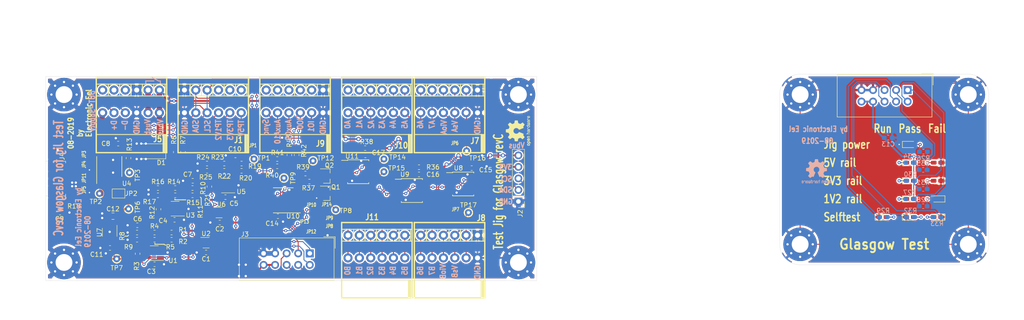
<source format=kicad_pcb>
(kicad_pcb (version 20221018) (generator pcbnew)
  (title_block (title "Glasgow Test Jig") (comment 1 "License 0BSD or Apache 2.0") (comment 3 "by Electronic Eel") (comment 4 "Test Jig for Glasgow revC1"))
  (layers (0 "F.Cu" signal) (31 "B.Cu" signal) (34 "B.Paste" user) (35 "F.Paste" user) (36 "B.SilkS" user "B.Silkscreen") (37 "F.SilkS" user "F.Silkscreen") (38 "B.Mask" user) (39 "F.Mask" user) (44 "Edge.Cuts" user))
  (net 0 "")
  (net 1 "GND")
  (net 2 "+3V3")
  (net 3 "/TP_1V2")
  (net 4 "/TP_3V3")
  (net 5 "Net-(C9-Pad1)")
  (net 6 "/TP_5V")
  (net 7 "VBUS")
  (net 8 "GNDA")
  (net 9 "+3.3VA")
  (net 10 "Net-(D2-Pad2)")
  (net 11 "Net-(D3-Pad1)")
  (net 12 "Net-(D4-Pad2)")
  (net 13 "Net-(D5-Pad2)")
  (net 14 "Net-(D6-Pad1)")
  (net 15 "Net-(D7-Pad2)")
  (net 16 "Net-(D8-Pad2)")
  (net 17 "Net-(D9-Pad2)")
  (net 18 "Net-(D10-Pad1)")
  (net 19 "Net-(D11-Pad2)")
  (net 20 "/SCL")
  (net 21 "/SDA")
  (net 22 "/LED_FAIL")
  (net 23 "/LED_PASS")
  (net 24 "/LED_RUN")
  (net 25 "/LED_5V")
  (net 26 "/LED_1V2")
  (net 27 "/LED_3V3")
  (net 28 "Net-(J4-Pad1)")
  (net 29 "Net-(J4-Pad2)")
  (net 30 "Net-(J4-Pad3)")
  (net 31 "Net-(J4-Pad4)")
  (net 32 "/DUT_Supply")
  (net 33 "/led-board/LED_3V3")
  (net 34 "/led-board/LED_1V2")
  (net 35 "/led-board/LED_5V")
  (net 36 "/led-board/LED_RUN")
  (net 37 "/led-board/LED_PASS")
  (net 38 "/led-board/LED_FAIL")
  (net 39 "/port-connection/TP_A6")
  (net 40 "/port-connection/TP_A7")
  (net 41 "/port-connection/TP_A_Vio")
  (net 42 "/port-connection/TP_A_Vsns")
  (net 43 "/port-connection/TP_B6")
  (net 44 "/port-connection/TP_B7")
  (net 45 "/port-connection/TP_B_Vio")
  (net 46 "/port-connection/TP_B_Vsns")
  (net 47 "/port-connection/JIG_GPIO1")
  (net 48 "/port-connection/JIG_GPIO0")
  (net 49 "/port-connection/TP_Aux_C9")
  (net 50 "/port-connection/TP_Aux_A10")
  (net 51 "/port-connection/TP_Sync")
  (net 52 "/port-connection/TP_A5")
  (net 53 "/port-connection/TP_A3")
  (net 54 "/port-connection/TP_A4")
  (net 55 "/port-connection/TP_A2")
  (net 56 "/port-connection/TP_A1")
  (net 57 "/port-connection/TP_A0")
  (net 58 "/port-connection/TP_B0")
  (net 59 "/port-connection/TP_B1")
  (net 60 "/port-connection/TP_B2")
  (net 61 "/port-connection/TP_B3")
  (net 62 "/port-connection/TP_B4")
  (net 63 "/port-connection/TP_B5")
  (net 64 "Net-(JP1-Pad2)")
  (net 65 "Net-(JP2-Pad2)")
  (net 66 "Net-(JP10-Pad1)")
  (net 67 "/port-connection/~{Port_conn_ctrl}")
  (net 68 "/port-connection/Port_conn_ctrl_5V")
  (net 69 "/port-connection/Aux_conn_ctrl_5V")
  (net 70 "/port-connection/~{Aux_conn_ctrl}")
  (net 71 "Net-(R1-Pad2)")
  (net 72 "Net-(R3-Pad2)")
  (net 73 "Net-(R4-Pad2)")
  (net 74 "Net-(R10-Pad2)")
  (net 75 "Net-(R12-Pad2)")
  (net 76 "Net-(R13-Pad2)")
  (net 77 "Net-(R14-Pad2)")
  (net 78 "Net-(R19-Pad2)")
  (net 79 "Net-(R21-Pad2)")
  (net 80 "Net-(R22-Pad2)")
  (net 81 "Net-(R40-Pad1)")
  (net 82 "Net-(R41-Pad1)")
  (net 83 "Net-(TP9-Pad1)")
  (net 84 "Net-(TP14-Pad1)")
  (net 85 "Net-(TP15-Pad1)")
  (net 86 "Net-(U4-Pad13)")
  (net 87 "Net-(U6-Pad4)")
  (net 88 "Net-(U7-Pad4)")
  (net 89 "Net-(U10-Pad13)")
  (net 90 "Net-(J7-Pad2)")
  (net 91 "Net-(J8-Pad2)")
  (net 92 "Net-(JP3-Pad1)")
  (net 93 "Net-(JP11-Pad1)")
  (net 94 "Net-(JP12-Pad1)")
  (net 95 "Net-(JP13-Pad1)")
  (footprint "Capacitor_SMD:C_0603_1608Metric_Pad1.05x0.95mm_HandSolder" (layer "F.Cu") (at 79.275 124.8 180)
    (fp_text reference "C1")
    (fp_text value "100nF")
  )
  (footprint "Capacitor_SMD:C_0603_1608Metric_Pad1.05x0.95mm_HandSolder" (layer "F.Cu") (at 82.275 118.2 180)
    (fp_text reference "C2")
    (fp_text value "100nF")
  )
  (footprint "Capacitor_SMD:C_0603_1608Metric_Pad1.05x0.95mm_HandSolder" (layer "F.Cu") (at 67.925 127.4)
    (fp_text reference "C3")
    (fp_text value "100nF")
  )
  (footprint "Capacitor_SMD:C_0603_1608Metric_Pad1.05x0.95mm_HandSolder" (layer "F.Cu") (at 72.325 117.6)
    (fp_text reference "C4")
    (fp_text value "100nF")
  )
  (footprint "Capacitor_SMD:C_0603_1608Metric_Pad1.05x0.95mm_HandSolder" (layer "F.Cu") (at 64.125 118.8 180)
    (fp_text reference "C6")
    (fp_text value "100nF")
  )
  (footprint "Capacitor_SMD:C_0603_1608Metric_Pad1.05x0.95mm_HandSolder" (layer "F.Cu") (at 76.325 109 180)
    (fp_text reference "C7")
    (fp_text value "100nF")
  )
  (footprint "Capacitor_SMD:C_0603_1608Metric_Pad1.05x0.95mm_HandSolder" (layer "F.Cu") (at 59.925 100.8 180)
    (fp_text reference "C8")
    (fp_text value "100nF")
  )
  (footprint "Capacitor_SMD:C_0603_1608Metric_Pad1.05x0.95mm_HandSolder" (layer "F.Cu") (at 47.125 116)
    (fp_text reference "C9")
    (fp_text value "100nF")
  )
  (footprint "Capacitor_SMD:C_0603_1608Metric_Pad1.05x0.95mm_HandSolder" (layer "F.Cu") (at 58.125 123.8 180)
    (fp_text reference "C11")
    (fp_text value "1µF")
  )
  (footprint "Capacitor_SMD:C_0805_2012Metric_Pad1.15x1.40mm_HandSolder" (layer "F.Cu") (at 58.775 116.8 180)
    (fp_text reference "C12")
    (fp_text value "4.7µF")
  )
  (footprint "Capacitor_SMD:C_0603_1608Metric_Pad1.05x0.95mm_HandSolder" (layer "F.Cu") (at 95.075 116.8)
    (fp_text reference "C14")
    (fp_text value "100nF")
  )
  (footprint "Capacitor_SMD:C_0603_1608Metric_Pad1.05x0.95mm_HandSolder" (layer "F.Cu") (at 137.725 106.2 180)
    (fp_text reference "C15")
    (fp_text value "100nF")
  )
  (footprint "Capacitor_SMD:C_0603_1608Metric_Pad1.05x0.95mm_HandSolder" (layer "F.Cu") (at 114.325 103.4 180)
    (fp_text reference "C17")
    (fp_text value "100nF")
  )
  (footprint "Diode_SMD:D_SMA" (layer "F.Cu") (at 67 102.5 180)
    (fp_text reference "D1")
    (fp_text value "SMAJ5A")
  )
  (footprint "MountingHole:MountingHole_3.7mm_Pad_Via" (layer "F.Cu") (at 148 127)
    (fp_text reference "H1" hide)
    (fp_text value "MountingHole_Pad")
  )
  (footprint "MountingHole:MountingHole_3.7mm_Pad_Via" (layer "F.Cu") (at 48 90)
    (fp_text reference "H2" hide)
    (fp_text value "MountingHole_Pad")
  )
  (footprint "MountingHole:MountingHole_3.7mm_Pad_Via" (layer "F.Cu") (at 148 90)
    (fp_text reference "H3" hide)
    (fp_text value "MountingHole_Pad")
  )
  (footprint "MountingHole:MountingHole_3.7mm_Pad_Via" (layer "F.Cu") (at 48 127)
    (fp_text reference "H4" hide)
    (fp_text value "MountingHole_Pad")
  )
  (footprint "Glasgow:TerminalBlock_MetzConnect_AST04106_1x06_Lever_Clamp_45Degree" (layer "F.Cu") (at 139 89 180)
    (fp_text reference "J7")
    (fp_text value "AST04106")
  )
  (footprint "Glasgow:TerminalBlock_MetzConnect_AST04106_1x06_Lever_Clamp_45Degree" (layer "F.Cu") (at 105 89 180)
    (fp_text reference "J9")
    (fp_text value "AST04106")
  )
  (footprint "Glasgow:TerminalBlock_MetzConnect_AST04106_1x06_Lever_Clamp_45Degree" (layer "F.Cu") (at 123 89 180)
    (fp_text reference "J10")
    (fp_text value "AST04106")
  )
  (footprint "Glasgow:TerminalBlock_MetzConnect_AST04106_1x06_Lever_Clamp_45Degree" (layer "F.Cu") (at 123 121 180)
    (fp_text reference "J11")
    (fp_text value "AST04106")
  )
  (footprint "Package_TO_SOT_SMD:SOT-23" (layer "F.Cu") (at 105.8 111.75)
    (fp_text reference "Q1")
    (fp_text value "BSS138")
  )
  (footprint "Package_TO_SOT_SMD:SOT-23" (layer "F.Cu") (at 105.8 107.95)
    (fp_text reference "Q2")
    (fp_text value "BSS138")
  )
  (footprint "Resistor_SMD:R_0603_1608Metric_Pad1.05x0.95mm_HandSolder" (layer "F.Cu") (at 71.675 120.4 180)
    (fp_text reference "R1")
    (fp_text value "5M1")
  )
  (footprint "Resistor_SMD:R_0603_1608Metric_Pad1.05x0.95mm_HandSolder" (layer "F.Cu") (at 71.675 122 180)
    (fp_text reference "R2")
    (fp_text value "68k")
  )
  (footprint "Resistor_SMD:R_0603_1608Metric_Pad1.05x0.95mm_HandSolder" (layer "F.Cu") (at 64.2 125.075 -90)
    (fp_text reference "R3")
    (fp_text value "4k7")
  )
  (footprint "Resistor_SMD:R_0603_1608Metric_Pad1.05x0.95mm_HandSolder" (layer "F.Cu") (at 67.925 120.4 180)
    (fp_text reference "R4")
    (fp_text value "DNP")
  )
  (footprint "Resistor_SMD:R_0603_1608Metric_Pad1.05x0.95mm_HandSolder" (layer "F.Cu") (at 67.925 122 180)
    (fp_text reference "R5")
    (fp_text value "910R")
  )
  (footprint "Resistor_SMD:R_0603_1608Metric_Pad1.05x0.95mm_HandSolder" (layer "F.Cu") (at 72.6 102.675 90)
    (fp_text reference "R6")
    (fp_text value "22k")
  )
  (footprint "Resistor_SMD:R_0603_1608Metric_Pad1.05x0.95mm_HandSolder" (layer "F.Cu") (at 74.2 102.675 90)
    (fp_text reference "R7")
    (fp_text value "22k")
  )
  (footprint "Resistor_SMD:R_0603_1608Metric_Pad1.05x0.95mm_HandSolder" (layer "F.Cu") (at 64.075 122 180)
    (fp_text reference "R9")
    (fp_text value "33k")
  )
  (footprint "Resistor_SMD:R_0603_1608Metric_Pad1.05x0.95mm_HandSolder" (layer "F.Cu") (at 76.275 110.6 180)
    (fp_text reference "R10")
    (fp_text value "91k")
  )
  (footprint "Resistor_SMD:R_0603_1608Metric_Pad1.05x0.95mm_HandSolder" (layer "F.Cu") (at 76.275 112.2 180)
    (fp_text reference "R11")
    (fp_text value "3M6")
  )
  (footprint "Resistor_SMD:R_0603_1608Metric_Pad1.05x0.95mm_HandSolder" (layer "F.Cu") (at 68.8 115.275 -90)
    (fp_text reference "R12")
    (fp_text value "4k7")
  )
  (footprint "Resistor_SMD:R_0603_1608Metric_Pad1.05x0.95mm_HandSolder" (layer "F.Cu") (at 72.475 110.6 180)
    (fp_text reference "R14")
    (fp_text value "1k")
  )
  (footprint "Resistor_SMD:R_0603_1608Metric_Pad1.05x0.95mm_HandSolder" (layer "F.Cu") (at 72.475 112.2 180)
    (fp_text reference "R15")
    (fp_text value "470R")
  )
  (footprint "Resistor_SMD:R_0603_1608Metric_Pad1.05x0.95mm_HandSolder" (layer "F.Cu") (at 68.675 110.6 180)
    (fp_text reference "R16")
    (fp_text value "DNP")
  )
  (footprint "Resistor_SMD:R_0603_1608Metric_Pad1.05x0.95mm_HandSolder" (layer "F.Cu") (at 68.675 112.2 180)
    (fp_text reference "R17")
    (fp_text value "12k")
  )
  (footprint "Resistor_SMD:R_0603_1608Metric_Pad1.05x0.95mm_HandSolder" (layer "F.Cu") (at 79.475 105.2 180)
    (fp_text reference "R24")
    (fp_text value "DNP")
  )
  (footprint "Resistor_SMD:R_0603_1608Metric_Pad1.05x0.95mm_HandSolder" (layer "F.Cu") (at 102 109.175)
    (fp_text reference "R37")
    (fp_text value "100K")
  )
  (footprint "Resistor_SMD:R_0603_1608Metric_Pad1.05x0.95mm_HandSolder" (layer "F.Cu") (at 114.275 101.8 180)
    (fp_text reference "R38")
    (fp_text value "2k2")
  )
  (footprint "Resistor_SMD:R_0603_1608Metric_Pad1.05x0.95mm_HandSolder" (layer "F.Cu") (at 101.125 107.4)
    (fp_text reference "R39")
    (fp_text value "100K")
  )
  (footprint "Resistor_SMD:R_0603_1608Metric_Pad1.05x0.95mm_HandSolder" (layer "F.Cu") (at 94.925 105.8 180)
    (fp_text reference "R40")
    (fp_text value "DNP")
  )
  (footprint "Resistor_SMD:R_0603_1608Metric_Pad1.05x0.95mm_HandSolder" (layer "F.Cu") (at 94.925 104.2 180)
    (fp_text reference "R41")
    (fp_text value "DNP")
  )
  (footprint "Resistor_SMD:R_0603_1608Metric_Pad1.05x0.95mm_HandSolder" (layer "F.Cu") (at 99.2 103.305 90)
    (fp_text reference "R42")
    (fp_text value "DNP")
  )
  (footprint "Resistor_SMD:R_0603_1608Metric_Pad1.05x0.95mm_HandSolder" (layer "F.Cu") (at 97.6 103.305 90)
    (fp_text reference "R43")
    (fp_text value "DNP")
  )
  (footprint "Package_TO_SOT_SMD:SOT-23-6_Handsoldering" (layer "F.Cu") (at 67.85 124.95 180)
    (fp_text reference "U1")
    (fp_text value "TPS3700")
  )
  (footprint "Package_TO_SOT_SMD:SOT-363_SC-70-6_Handsoldering" (layer "F.Cu") (at 79.27 122.65)
    (fp_text reference "U2")
    (fp_text value "74LVC2G14")
  )
  (footprint "Package_TO_SOT_SMD:SOT-23-6_Handsoldering" (layer "F.Cu") (at 72.45 115.15 180)
    (fp_text reference "U3")
    (fp_text value "TPS3700")
  )
  (footprint "Package_SO:TSSOP-16_4.4x5mm_P0.65mm" (layer "F.Cu") (at 58 105.85 90)
    (fp_text reference "U4")
    (fp_text value "INA260")
  )
  (footprint "Package_TO_SOT_SMD:SOT-363_SC-70-6_Handsoldering" (layer "F.Cu") (at 82.13 116)
    (fp_text reference "U6")
    (fp_text value "74LVC2G14")
  )
  (footprint "Package_TO_SOT_SMD:SOT-23-5_HandSoldering" (layer "F.Cu") (at 58.05 120.35 -90)
    (fp_text reference "U7")
    (fp_text value "AP2127K-3.3")
  )
  (footprint "Package_SO:TSSOP-14_4.4x5mm_P0.65mm" (layer "F.Cu") (at 135.85 109.7)
    (fp_text reference "U8")
    (fp_text value "74HC4066")
  )
  (footprint "Package_SO:TSSOP-14_4.4x5mm_P0.65mm" (layer "F.Cu") (at 124.55 111.15)
    (fp_text reference "U9")
    (fp_text value "74HC4066")
  )
  (footprint "Package_SO:TSSOP-16_4.4x5mm_P0.65mm" (layer "F.Cu") (at 96.25 113.275 180)
    (fp_text reference "U10")
    (fp_text value "TCA9534")
  )
  (footprint "Package_SO:TSSOP-14_4.4x5mm_P0.65mm" (layer "F.Cu") (at 112.75 107)
    (fp_text reference "U11")
    (fp_text value "74HC4066")
  )
  (footprint "Glasgow:TerminalBlock_MetzConnect_AST04106_1x06_Lever_Clamp_45Degree" (layer "F.Cu") (at 69 89 180)
    (fp_text reference "J5")
    (fp_text value "AST04106")
  )
  (footprint "Glasgow:TerminalBlock_MetzConnect_AST04106_1x06_Lever_Clamp_45Degree" (layer "F.Cu") (at 139 121 180)
    (fp_text reference "J8")
    (fp_text value "AST04106")
  )
  (footprint "Glasgow:TerminalBlock_MetzConnect_AST04106_1x06_Lever_Clamp_45Degree" (layer "F.Cu") (at 87 89 180)
    (fp_text reference "J1")
    (fp_text value "AST04106")
  )
  (footprint "Connector_IDC:IDC-Header_2x05_P2.54mm_Vertical" (layer "F.Cu") (at 233.66 89 -90)
    (fp_text reference "J6" hide)
    (fp_text value "Conn_02x05_Odd_Even")
  )
  (footprint "MountingHole:MountingHole_3.7mm_Pad_Via" (layer "F.Cu") (at 210 90)
    (fp_text reference "H8" hide)
    (fp_text value "MountingHole_Pad")
  )
  (footprint "MountingHole:MountingHole_3.7mm_Pad_Via" (layer "F.Cu") (at 210 123)
    (fp_text reference "H7" hide)
    (fp_text value "MountingHole_Pad")
  )
  (footprint "MountingHole:MountingHole_3.7mm_Pad_Via" (layer "F.Cu") (at 247 90)
    (fp_text reference "H6" hide)
    (fp_text value "MountingHole_Pad")
  )
  (footprint "MountingHole:MountingHole_3.7mm_Pad_Via" (layer "F.Cu") (at 247 123)
    (fp_text reference "H5" hide)
    (fp_text value "MountingHole_Pad")
  )
  (footprint "LED_SMD:LED_0603_1608Metric_Castellated" (layer "F.Cu") (at 240.2125 105 180)
    (fp_text reference "D11" hide)
    (fp_text value "red")
  )
  (footprint "LED_SMD:LED_0603_1608Metric_Castellated" (layer "F.Cu") (at 240.1875 117 180)
    (fp_text reference "D9" hide)
    (fp_text value "red")
  )
  (footprint "LED_SMD:LED_0603_1608Metric_Castellated" (layer "F.Cu") (at 234.1875 117)
    (fp_text reference "D8" hide)
    (fp_text value "green")
  )
  (footprint "LED_SMD:LED_0603_1608Metric_Castellated" (layer "F.Cu") (at 240.1875 109 180)
    (fp_text reference "D7" hide)
    (fp_text value "red")
  )
  (footprint "LED_SMD:LED_0603_1608Metric_Castellated" (layer "F.Cu") (at 234.1875 109)
    (fp_text reference "D6" hide)
    (fp_text value "green")
  )
  (footprint "LED_SMD:LED_0603_1608Metric_Castellated" (layer "F.Cu") (at 228.1875 117)
    (fp_text reference "D5" hide)
    (fp_text value "yellow")
  )
  (footprint "LED_SMD:LED_0603_1608Metric_Castellated" (layer "F.Cu") (at 240.1875 113 180)
    (fp_text reference "D4" hide)
    (fp_text value "red")
  )
  (footprint "LED_SMD:LED_0603_1608Metric_Castellated" (layer "F.Cu") (at 234.1875 113)
    (fp_text reference "D3" hide)
    (fp_text value "green")
  )
  (footprint "LED_SMD:LED_0603_1608Metric_Castellated" (layer "F.Cu") (at 234.1875 101)
    (fp_text reference "D2" hide)
    (fp_text value "green")
  )
  (footprint "Connector_IDC:IDC-Header_2x05_P2.54mm_Vertical" (layer "F.Cu") (at 102.08 125 -90)
    (fp_text reference "J3")
    (fp_text value "Conn_02x05_Odd_Even")
  )
  (footprint "Connector_USB:USB_Micro-B_Molex_47346-0001" (layer "F.Cu") (at 46.65 108.51 -90)
    (fp_text reference "J4")
    (fp_text value "USB_B_Micro")
  )
  (footprint "Resistor_SMD:R_0603_1608Metric_Pad1.05x0.95mm_HandSolder" (layer "F.Cu") (at 47.125 114.5)
    (fp_text reference "R18")
    (fp_text value "1M")
  )
  (footprint "Resistor_SMD:R_0603_1608Metric_Pad1.05x0.95mm_HandSolder" (layer "F.Cu") (at 62.2 104 -90)
    (fp_text reference "R13")
    (fp_text value "4k7")
  )
  (footprint "Glasgow:Solderbridge-small-2pad" (layer "F.Cu") (at 53.6 103.4 90)
    (fp_text reference "JP3")
    (fp_text value "SolderJumper_2_Open")
  )
  (footprint "Resistor_SMD:R_0603_1608Metric_Pad1.05x0.95mm_HandSolder" (layer "F.Cu") (at 79.475 106.8 180)
    (fp_text reference "R25")
    (fp_text value "7k5")
  )
  (footprint "Capacitor_SMD:C_0603_1608Metric_Pad1.05x0.95mm_HandSolder" (layer "F.Cu") (at 85.725 103.4 180)
    (fp_text reference "C10")
    (fp_text value "100nF")
  )
  (footprint "Capacitor_SMD:C_0603_1608Metric_Pad1.05x0.95mm_HandSolder" (layer "F.Cu") (at 83.525 112.6)
    (fp_text reference "C5")
    (fp_text value "100nF")
  )
  (footprint "Package_TO_SOT_SMD:SOT-23-6_Handsoldering" (layer "F.Cu") (at 83.55 110.05 180)
    (fp_text reference "U5")
    (fp_text value "TPS3700")
  )
  (footprint "Resistor_SMD:R_0603_1608Metric_Pad1.05x0.95mm_HandSolder" (layer "F.Cu") (at 83.275 105.2 180)
    (fp_text reference "R23")
    (fp_text value "680")
  )
  (footprint "Resistor_SMD:R_0603_1608Metric_Pad1.05x0.95mm_HandSolder" (layer "F.Cu") (at 83.275 106.8 180)
    (fp_text reference "R22")
    (fp_text value "DNP")
  )
  (footprint "Resistor_SMD:R_0603_1608Metric_Pad1.05x0.95mm_HandSolder" (layer "F.Cu") (at 80 110.275 -90)
    (fp_text reference "R21")
    (fp_text value "4k7")
  )
  (footprint "Resistor_SMD:R_0603_1608Metric_Pad1.05x0.95mm_HandSolder" (layer "F.Cu") (at 87.075 106.8 180)
    (fp_text reference "R20")
    (fp_text value "110k")
  )
  (footprint "Resistor_SMD:R_0603_1608Metric_Pad1.05x0.95mm_HandSolder" (layer "F.Cu") (at 87.075 105.2 180)
    (fp_text reference "R19")
    (fp_text value "510k")
  )
  (footprint "Glasgow:Solderbridge-small-2pad" (layer "F.Cu") (at 88.4 102.4)
    (fp_text reference "JP1")
    (fp_text value "SolderJumper_2_Bridged")
  )
  (footprint "Glasgow:Solderbridge-small-2pad" (layer "F.Cu") (at 53.6 105.4 -90)
    (fp_text reference "JP4")
    (fp_text value "SolderJumper_2_Bridged")
  )
  (footprint "Glasgow:Solderbridge-small-2pad" (layer "F.Cu") (at 53.6 110.15 -90)
    (fp_text reference "JP5")
    (fp_text value "SolderJumper_2_Bridged")
  )
  (footprint "Glasgow:Solderbridge-small-2pad" (layer "F.Cu") (at 134 116.4 180)
    (fp_text reference "JP7")
    (fp_text value "SolderJumper_2_Bridged")
  )
  (footprint "Glasgow:Solderbridge-small-2pad" (layer "F.Cu") (at 104.8 119)
    (fp_text reference "JP8")
    (fp_text value "SolderJumper_2_Bridged")
  )
  (footprint "Glasgow:Solderbridge-small-2pad" (layer "F.Cu") (at 104.8 117.2)
    (fp_text reference "JP9")
    (fp_text value "SolderJumper_2_Bridged")
  )
  (footprint "Glasgow:Solderbridge-small-2pad" (layer "F.Cu") (at 102.6 115.4 180)
    (fp_text reference "JP10")
    (fp_text value "SolderJumper_2_Bridged")
  )
  (footprint "Glasgow:Solderbridge-small-2pad" (layer "F.Cu") (at 53.6 108.05 90)
    (fp_text reference "JP11")
    (fp_text value "SolderJumper_2_Open")
  )
  (footprint "Glasgow:Solderbridge-small-2pad" (layer "F.Cu") (at 102.65 119 180)
    (fp_text reference "JP12")
    (fp_text value "SolderJumper_2_Open")
  )
  (footprint "Glasgow:Solderbridge-small-2pad" (layer "F.Cu") (at 102.65 117.2 180)
    (fp_text reference "JP13")
    (fp_text value "SolderJumper_2_Open")
  )
  (footprint "Glasgow:Solderbridge-small-2pad" (layer "F.Cu") (at 104.8 115.4)
    (fp_text reference "JP14")
    (fp_text value "SolderJumper_2_Open")
  )
  (footprint "TestPoint:TestPoint_THTPad_D1.5mm_Drill0.7mm" (layer "F.Cu") (at 89.8 104.2)
    (fp_text reference "TP1")
    (fp_text value "TestPoint")
  )
  (footprint "TestPoint:TestPoint_THTPad_D1.5mm_Drill0.7mm" (layer "F.Cu") (at 55.8 111.8)
    (fp_text reference "TP2")
    (fp_text value "TestPoint")
  )
  (footprint "TestPoint:TestPoint_THTPad_D1.5mm_Drill0.7mm" (layer "F.Cu") (at 62.4 107.2)
    (fp_text reference "TP3")
    (fp_text value "TestPoint")
  )
  (footprint "TestPoint:TestPoint_THTPad_D1.5mm_Drill0.7mm" (layer "F.Cu") (at 62.2 115.2)
    (fp_text reference "TP6")
    (fp_text value "TestPoint")
  )
  (footprint "TestPoint:TestPoint_THTPad_D1.5mm_Drill0.7mm" (layer "F.Cu") (at 59.6 126.2)
    (fp_text reference "TP7")
    (fp_text value "TestPoint")
  )
  (footprint "TestPoint:TestPoint_THTPad_D1.5mm_Drill0.7mm" (layer "F.Cu") (at 107.8 115.4)
    (fp_text reference "TP8")
    (fp_text value "TestPoint")
  )
  (footprint "TestPoint:TestPoint_THTPad_D1.5mm_Drill0.7mm" (layer "F.Cu") (at 96.4 108.4)
    (fp_text reference "TP9")
    (fp_text value "TestPoint")
  )
  (footprint "TestPoint:TestPoint_THTPad_D1.5mm_Drill0.7mm" (layer "F.Cu") (at 118.4 104.2)
    (fp_text reference "TP14")
    (fp_text value "TestPoint")
  )
  (footprint "TestPoint:TestPoint_THTPad_D1.5mm_Drill0.7mm" (layer "F.Cu") (at 118.4 107)
    (fp_text reference "TP15")
    (fp_text value "TestPoint")
  )
  (footprint "TestPoint:TestPoint_THTPad_D1.5mm_Drill0.7mm" (layer "F.Cu") (at 136.6 102.4)
    (fp_text reference "TP16")
    (fp_text value "TestPoint")
  )
  (footprint "TestPoint:TestPoint_THTPad_D1.5mm_Drill0.7mm" (layer "F.Cu") (at 137 116)
    (fp_text reference "TP17")
    (fp_text value "TestPoint")
  )
  (footprint "Jumper:SolderJumper-2_P1.3mm_Open_TrianglePad1.0x1.5mm" (layer "F.Cu") (at 60 111.8 180)
    (fp_text reference "JP2")
    (fp_text value "SolderJumper_2_Bridged")
  )
  (footprint "Resistor_SMD:R_0603_1608Metric_Pad1.05x0.95mm_HandSolder" (layer "F.Cu") (at 64.075 120.4 180)
    (fp_text reference "R8")
    (fp_text value "DNP")
  )
  (footprint "Glasgow:Solderbridge-small-2pad" (layer "F.Cu") (at 133.85 101.8 180)
    (fp_text reference "JP6")
    (fp_text value "SolderJumper_2_Bridged")
  )
  (footprint "Capacitor_SMD:C_0603_1608Metric_Pad1.05x0.95mm_HandSolder" (layer "F.Cu") (at 126.125 107.6 180)
    (fp_text reference "C16")
    (fp_text value "100nF")
  )
  (footprint "Resistor_SMD:R_0603_1608Metric_Pad1.05x0.95mm_HandSolder" (layer "F.Cu") (at 126.125 106 180)
    (fp_text reference "R36")
    (fp_text value "2k2")
  )
  (footprint "TestPoint:TestPoint_THTPad_D1.5mm_Drill0.7mm" (layer "F.Cu") (at 102.8 104.6)
    (fp_text reference "TP12")
    (fp_text value "TestPoint")
  )
  (footprint "Symbol:OSHW-Logo2_7.3x6mm_SilkScreen" (layer "F.Cu") (at 148 98 90)
    (fp_text reference "REF**" hide)
    (fp_text value "OSHW-Logo2_7.3x6mm_SilkScreen" hide)
  )
  (footprint "Connector_PinHeader_2.54mm:PinHeader_1x05_P2.54mm_Vertical" (layer "F.Cu") (at 148 113.56 180)
    (fp_text reference "J2")
    (fp_text value "DNP")
  )
  (footprint "LED_SMD:LED_0603_1608Metric_Castellated" (layer "F.Cu") (at 234.1875 105)
    (fp_text reference "D10" hide)
    (fp_text value "green")
  )
  (footprint "Resistor_SMD:R_0603_1608Metric_Pad1.05x0.95mm_HandSolder" (layer "B.Cu") (at 237.075 110.8 180)
    (fp_text reference "R31")
    (fp_text value "2k2")
  )
  (footprint "Resistor_SMD:R_0603_1608Metric_Pad1.05x0.95mm_HandSolder" (layer "B.Cu") (at 234.275 109 180)
    (fp_text reference "R30")
    (fp_text value "2k2")
  )
  (footprint "Resistor_SMD:R_0603_1608Metric_Pad1.05x0.95mm_HandSolder" (layer "B.Cu") (at 228.275 117 180)
    (fp_text reference "R29")
    (fp_text value "2k2")
  )
  (footprint "Resistor_SMD:R_0603_1608Metric_Pad1.05x0.95mm_HandSolder" (layer "B.Cu") (at 237.075 114.6 180)
    (fp_text reference "R28")
    (fp_text value "2k2")
  )
  (footprint "Resistor_SMD:R_0603_1608Metric_Pad1.05x0.95mm_HandSolder" (layer "B.Cu") (at 234.125 113 180)
    (fp_text reference "R27")
    (fp_text value "2k2")
  )
  (footprint "Resistor_SMD:R_0603_1608Metric_Pad1.05x0.95mm_HandSolder" (layer "B.Cu") (at 237.125 102.6)
    (fp_text reference "R26")
    (fp_text value "2k2")
  )
  (footprint "Resistor_SMD:R_0603_1608Metric_Pad1.05x0.95mm_HandSolder" (layer "B.Cu") (at 240.125 117)
    (fp_text reference "R33")
    (fp_text value "2k2")
  )
  (footprint "Resistor_SMD:R_0603_1608Metric_Pad1.05x0.95mm_HandSolder" (layer "B.Cu") (at 234.125 105 180)
    (fp_text reference "R34")
    (fp_text value "2k2")
  )
  (footprint "Resistor_SMD:R_0603_1608Metric_Pad1.05x0.95mm_HandSolder" (layer "B.Cu") (at 237.075 106.6 180)
    (fp_text reference "R35")
    (fp_text value "2k2")
  )
  (footprint "Resistor_SMD:R_0603_1608Metric_Pad1.05x0.95mm_HandSolder" (layer "B.Cu") (at 234.275 117 180)
    (fp_text reference "R32")
    (fp_text value "2k2")
  )
  (footprint "Capacitor_SMD:C_0603_1608Metric_Pad1.05x0.95mm_HandSolder" (layer "B.Cu") (at 229.375 99.5)
    (fp_text reference "C13")
    (fp_text value "100nF")
  )
  (footprint "Symbol:OSHW-Logo2_7.3x6mm_SilkScreen" (layer "B.Cu") (at 213.6 107 180)
    (fp_text reference "REF**" hide)
    (fp_text value "OSHW-Logo2_7.3x6mm_SilkScreen" hide)
  )
  (gr_line (start 68.8 87) (end 67.4 86.2) (stroke (width 0.2)) (layer "B.SilkS"))
  (gr_line (start 69.2 87.6) (end 69.2 87) (stroke (width 0.2)) (layer "B.SilkS"))
  (gr_line (start 69.2 87) (end 68.8 87) (stroke (width 0.2)) (layer "B.SilkS"))
  (gr_line (start 66 87) (end 66.4 87) (stroke (width 0.2)) (layer "B.SilkS"))
  (gr_line (start 66 87.6) (end 66 87) (stroke (width 0.2)) (layer "B.SilkS"))
  (gr_line (start 66.4 87) (end 67.8 87) (stroke (width 0.2)) (layer "B.SilkS"))
  (gr_line (start 62 121.2) (end 62.2 121) (stroke (width 0.2)) (layer "F.SilkS"))
  (gr_line (start 70 123) (end 70.4 123.2) (stroke (width 0.2)) (layer "F.SilkS"))
  (gr_line (start 72.4 113) (end 72.4 113.2) (stroke (width 0.2)) (layer "F.SilkS"))
  (gr_line (start 78.2 114.4) (end 78.2 112.8) (stroke (width 0.2)) (layer "F.SilkS"))
  (gr_line (start 61.4 121.2) (end 62 121.2) (stroke (width 0.2)) (layer "F.SilkS"))
  (gr_line (start 68 123) (end 70 123) (stroke (width 0.2)) (layer "F.SilkS"))
  (gr_line (start 72.4 113.2) (end 74.2 113.2) (stroke (width 0.2)) (layer "F.SilkS"))
  (gr_line (start 68 122.8) (end 68 123) (stroke (width 0.2)) (layer "F.SilkS"))
  (gr_line (start 78.2 112.8) (end 78 112.6) (stroke (width 0.2)) (layer "F.SilkS"))
  (gr_line (start 74.2 113.2) (end 74.8 113.2) (stroke (width 0.2)) (layer "F.SilkS"))
  (gr_line (start 152 126) (end 152 86) (stroke (width 0.05)) (layer "Edge.Cuts"))
  (gr_line (start 152 131) (end 152 126) (stroke (width 0.05)) (layer "Edge.Cuts"))
  (gr_line (start 44 86) (end 152 86) (stroke (width 0.05)) (layer "Edge.Cuts"))
  (gr_line (start 251.5 123) (end 251.5 90) (stroke (width 0.05)) (layer "Edge.Cuts"))
  (gr_line (start 247 85.5) (end 210 85.5) (stroke (width 0.05)) (layer "Edge.Cuts"))
  (gr_line (start 205.5 90) (end 205.5 123) (stroke (width 0.05)) (layer "Edge.Cuts"))
  (gr_line (start 210 127.5) (end 247 127.5) (stroke (width 0.05)) (layer "Edge.Cuts"))
  (gr_arc (start 251.5 123) (mid 250.181981 126.181981) (end 247 127.5) (stroke (width 0.05)) (layer "Edge.Cuts"))
  (gr_arc (start 210 127.5) (mid 206.818019 126.181981) (end 205.5 123) (stroke (width 0.05)) (layer "Edge.Cuts"))
  (gr_arc (start 205.5 90) (mid 206.818019 86.818019) (end 210 85.5) (stroke (width 0.05)) (layer "Edge.Cuts"))
  (gr_line (start 44 131) (end 152 131) (stroke (width 0.05)) (layer "Edge.Cuts"))
  (gr_line (start 44 86) (end 44 131) (stroke (width 0.05)) (layer "Edge.Cuts"))
  (gr_arc (start 247 85.5) (mid 250.181981 86.818019) (end 251.5 90) (stroke (width 0.05)) (layer "Edge.Cuts"))
  (gr_text "SCL" (at 145.2 108.6) (layer "B.SilkS") (effects (font (size 1.2 1) (thickness 0.25)) (justify mirror)))
  (gr_text "D-" (at 61.4 96.8 90) (layer "B.SilkS") (effects (font (size 1.2 1) (thickness 0.25)) (justify mirror)))
  (gr_text "IO0" (at 100 96.4 90) (layer "B.SilkS") (effects (font (size 1.2 1) (thickness 0.25)) (justify mirror)))
  (gr_text "by Electronic Eel" (at 51.2 117 90) (layer "B.SilkS") (effects (font (size 1.2 1) (thickness 0.25)) (justify mirror)))
  (gr_text "AuxA10" (at 95 98.2 90) (layer "B.SilkS") (effects (font (size 1.2 1) (thickness 0.25)) (justify mirror)))
  (gr_text "A2" (at 115.6 96.6 90) (layer "B.SilkS") (effects (font (size 1.2 1) (thickness 0.25)) (justify mirror)))
  (gr_text "D+" (at 59 96.8 90) (layer "B.SilkS") (effects (font (size 1.2 1) (thickness 0.25)) (justify mirror)))
  (gr_text "AuxC9" (at 97.4 97.8 90) (layer "B.SilkS") (effects (font (size 1.2 1) (thickness 0.25)) (justify mirror)))
  (gr_text "IO1" (at 102.4 97 90) (layer "B.SilkS") (effects (font (size 1.2 1) (thickness 0.25)) (justify mirror)))
  (gr_text "by Electronic Eel" (at 214 97.6) (layer "B.SilkS") (effects (font (size 1.2 1) (thickness 0.25)) (justify mirror)))
  (gr_text "SCL" (at 79.6 97 90) (layer "B.SilkS") (effects (font (size 1.2 1) (thickness 0.25)) (justify mirror)))
  (gr_text "A0" (at 110.4 96.6 90) (layer "B.SilkS") (effects (font (size 1.2 1) (thickness 0.25)) (justify mirror)))
  (gr_text "B0" (at 110.4 128.8 90) (layer "B.SilkS") (effects (font (size 1.2 1) (thickness 0.25)) (justify mirror)))
  (gr_text "Vbus" (at 147.6 101.2) (layer "B.SilkS") (effects (font (size 1.2 1) (thickness 0.25)) (justify mirror)))
  (gr_text "B1" (at 113 128.8 90) (layer "B.SilkS") (effects (font (size 1.2 1) (thickness 0.25)) (justify mirror)))
  (gr_text "SDA" (at 77 97 90) (layer "B.SilkS") (effects (font (size 1.2 1) (thickness 0.25)) (justify mirror)))
  (gr_text "08-2019" (at 213.8 100.2) (layer "B.SilkS") (effects (font (size 1.2 1) (thickness 0.25)) (justify mirror)))
  (gr_text "VsA" (at 134 97 90) (layer "B.SilkS") (effects (font (size 1.2 1) (thickness 0.25)) (justify mirror)))
  (gr_text "GND" (at 74.6 97.2 90) (layer "B.SilkS") (effects (font (size 1.2 1) (thickness 0.25)) (justify mirror)))
  (gr_text "GND" (at 64 97.2 90) (layer "B.SilkS") (effects (font (size 1.2 1) (thickness 0.25)) (justify mirror)))
  (gr_text "A3" (at 118 96.6 90) (layer "B.SilkS") (effects (font (size 1.2 1) (thickness 0.25)) (justify mirror)))
  (gr_text "GND" (at 139 97.2 90) (layer "B.SilkS") (effects (font (size 1.2 1) (thickness 0.25)) (justify mirror)))
  (gr_text "GND" (at 139 129.2 90) (layer "B.SilkS") (effects (font (size 1.2 1) (thickness 0.25)) (justify mirror)))
  (gr_text "TP3V3" (at 84.6 97.8 90) (layer "B.SilkS") (effects (font (size 1.2 1) (thickness 0.25)) (justify mirror)))
  (gr_text "A4" (at 120.4 96.6 90) (layer "B.SilkS") (effects (font (size 1.2 1) (thickness 0.25)) (justify mirror)))
  (gr_text "B4" (at 120.4 128.8 90) (layer "B.SilkS") (effects (font (size 1.2 1) (thickness 0.25)) (justify mirror)))
  (gr_text "Vbus" (at 69.2 97.2 90) (layer "B.SilkS") (effects (font (size 1.2 1) (thickness 0.25)) (justify mirror)))
  (gr_text "B3" (at 118 128.8 90) (layer "B.SilkS") (effects (font (size 1.2 1) (thickness 0.25)) (justify mirror)))
  (gr_text "B7" (at 129 128.8 90) (layer "B.SilkS") (effects (font (size 1.2 1) (thickness 0.25)) (justify mirror)))
  (gr_text "08-2019" (at 53.2 120.2 90) (layer "B.SilkS") (effects (font (size 1.2 1) (thickness 0.25)) (justify mirror)))
  (gr_text "B6" (at 126.4 128.8 90) (layer "B.SilkS") (effects (font (size 1.2 1) (thickness 0.25)) (justify mirror)))
  (gr_text "A7" (at 129 96.6 90) (layer "B.SilkS") (effects (font (size 1.2 1) (thickness 0.25)) (justify mirror)))
  (gr_text "VsB" (at 134 129 90) (layer "B.SilkS") (effects (font (size 1.2 1) (thickness 0.25)) (justify mirror)))
  (gr_text "VioB" (at 131.4 129 90) (layer "B.SilkS") (effects (font (size 1.2 1) (thickness 0.25)) (justify mirror)))
  (gr_text "TP5V" (at 87 97.4 90) (layer "B.SilkS") (effects (font (size 1.2 1) (thickness 0.25)) (justify mirror)))
  (gr_text "TP1V2" (at 82 97.8 90) (layer "B.SilkS") (effects (font (size 1.2 1) (thickness 0.25)) (justify mirror)))
  (gr_text "B2" (at 115.4 128.8 90) (layer "B.SilkS") (effects (font (size 1.2 1) (thickness 0.25)) (justify mirror)))
  (gr_text "3V3" (at 145.2 106) (layer "B.SilkS") (effects (font (size 1.2 1) (thickness 0.25)) (justify mirror)))
  (gr_text "A1" (at 113 96.6 90) (layer "B.SilkS") (effects (font (size 1.2 1) (thickness 0.25)) (justify mirror)))
  (gr_text "Test Jig for Glasgow revC" (at 46.8 108.4 90) (layer "B.SilkS") (effects (font (size 2 1.3) (thickness 0.325)) (justify mirror)))
  (gr_text "Vusb" (at 66.4 97.2 90) (layer "B.SilkS") (effects (font (size 1.2 1) (thickness 0.25)) (justify mirror)))
  (gr_text "GND" (at 145.2 113.6) (layer "B.SilkS") (effects (font (size 1.2 1) (thickness 0.25)) (justify mirror)))
  (gr_text "VioA" (at 131.6 97.2 90) (layer "B.SilkS") (effects (font (size 1.2 1) (thickness 0.25)) (justify mirror)))
  (gr_text "DUT-Supply" (at 54.2 93.6 90) (layer "B.SilkS") (effects (font (size 1.2 1) (thickness 0.25)) (justify mirror)))
  (gr_text "B5" (at 123 128.8 90) (layer "B.SilkS") (effects (font (size 1.2 1) (thickness 0.25)) (justify mirror)))
  (gr_text "GND" (at 105 97.2 90) (layer "B.SilkS") (effects (font (size 1.2 1) (thickness 0.25)) (justify mirror)))
  (gr_text "Sync" (at 92.4 97.2 90) (layer "B.SilkS") (effects (font (size 1.2 1) (thickness 0.25)) (justify mirror)))
  (gr_text "A6" (at 126.4 96.6 90) (layer "B.SilkS") (effects (font (size 1.2 1) (thickness 0.25)) (justify mirror)))
  (gr_text "A5" (at 123 96.6 90) (layer "B.SilkS") (effects (font (size 1.2 1) (thickness 0.25)) (justify mirror)))
  (gr_text "SDA" (at 145.2 111) (layer "B.SilkS") (effects (font (size 1.2 1) (thickness 0.25)) (justify mirror)))
  (gr_text "1V2 rail" (at 215 113) (layer "F.SilkS") (effects (font (size 1.8 1.4) (thickness 0.3)) (justify left)))
  (gr_text "3V3 rail" (at 215 109) (layer "F.SilkS") (effects (font (size 1.8 1.4) (thickness 0.3)) (justify left)))
  (gr_text "Selftest" (at 215 117) (layer "F.SilkS") (effects (font (size 1.8 1.4) (thickness 0.3)) (justify left)))
  (gr_text "Run" (at 226 97.5) (layer "F.SilkS") (effects (font (size 1.8 1.4) (thickness 0.3)) (justify left)))
  (gr_text "Pass" (at 231.5 97.5) (layer "F.SilkS") (effects (font (size 1.8 1.4) (thickness 0.3)) (justify left)))
  (gr_text "Fail" (at 238 97.5) (layer "F.SilkS") (effects (font (size 1.8 1.4) (thickness 0.3)) (justify left)))
  (gr_text "Jig power" (at 215 101) (layer "F.SilkS") (effects (font (size 1.8 1.4) (thickness 0.3)) (justify left)))
  (gr_text "Test Jig for Glasgow revC" (at 143.6 111.4 90) (layer "F.SilkS") (effects (font (size 2 1.3) (thickness 0.3))))
  (gr_text "by \nElectronic Eel" (at 52.5 99.5 90) (layer "F.SilkS") (effects (font (size 1.2 1) (thickness 0.25)) (justify left)))
  (gr_text "08-2019" (at 49.5 98.5 90) (layer "F.SilkS") (effects (font (size 1.2 1) (thickness 0.25))))
  (gr_text "Glasgow Test" (at 228.5 123) (layer "F.SilkS") (effects (font (size 2.2 2) (thickness 0.4))))
  (gr_text "5V rail" (at 215 105) (layer "F.SilkS") (effects (font (size 1.8 1.4) (thickness 0.3)) (justify left)))
  (segment (start 49.5 114.5) (end 49.8 114.8) (width 0.4) (layer "F.Cu") (net 1))
  (segment (start 77.4 106.8) (end 77.4 105.2) (width 0.4) (layer "F.Cu") (net 1))
  (segment (start 81.4 118.2) (end 80.2 118.2) (width 0.4) (layer "F.Cu") (net 1))
  (segment (start 95.95 116.8) (end 95.95 117.75) (width 0.4) (layer "F.Cu") (net 1))
  (segment (start 99.2 111) (end 98.05 111) (width 0.4) (layer "F.Cu") (net 1))
  (segment (start 65 102.5) (end 65 103.2) (width 0.4) (layer "F.Cu") (net 1))
  (segment (start 98.05 111) (end 95.95 113.1) (width 0.4) (layer "F.Cu") (net 1))
  (segment (start 58.05 119) (end 58.05 117.1) (width 0.4) (layer "F.Cu") (net 1))
  (segment (start 136.85 107.55) (end 136.8 107.6) (width 0.4) (layer "F.Cu") (net 1))
  (segment (start 57.75 116.8) (end 57 116.8) (width 0.4) (layer "F.Cu") (net 1))
  (segment (start 58.05 117.1) (end 57.75 116.8) (width 0.4) (layer "F.Cu") (net 1))
  (segment (start 67 110.6) (end 66.6 111) (width 0.4) (layer "F.Cu") (net 1))
  (segment (start 105.2 113.1) (end 104.8 112.7) (width 0.2) (layer "F.Cu") (net 1))
  (segment (start 58.05 119) (end 58.05 120.25) (width 0.4) (layer "F.Cu") (net 1))
  (segment (start 80.8 117.6) (end 81.4 118.2) (width 0.4) (layer "F.Cu") (net 1))
  (segment (start 53.6 105.8) (end 53.6 106.6) (width 0.2) (layer "F.Cu") (net 1))
  (segment (start 80.8 116.65) (end 80.8 117.6) (width 0.2) (layer "F.Cu") (net 1))
  (segment (start 84.9 110.05) (end 83.92 110.05) (width 0.2) (layer "F.Cu") (net 1))
  (segment (start 58.975 108.8) (end 58.975 107.375) (width 0.4) (layer "F.Cu") (net 1))
  (segment (start 63.2 120.4) (end 62 120.4) (width 0.4) (layer "F.Cu") (net 1))
  (segment (start 78.89 122.65) (end 79 122.76) (width 0.2) (layer "F.Cu") (net 1))
  (segment (start 73.8 115.15) (end 75.35 115.15) (width 0.4) (layer "F.Cu") (net 1))
  (segment (start 63.25 118.8) (end 62 118.8) (width 0.4) (layer "F.Cu") (net 1))
  (segment (start 49.8 110.2) (end 50.6 110.2) (width 0.4) (layer "F.Cu") (net 1))
  (segment (start 65 103.2) (end 66 104.2) (width 0.4) (layer "F.Cu") (net 1))
  (segment (start 104.8 108.9) (end 104.85 108.9) (width 0.2) (layer "F.Cu") (net 1))
  (segment (start 88 127) (end 88 127.5) (width 0.4) (layer "F.Cu") (net 1))
  (segment (start 65 102.5) (end 65 101.8) (width 0.4) (layer "F.Cu") (net 1))
  (segment (start 58.975 104.225) (end 58.8 104.4) (width 0.4) (layer "F.Cu") (net 1))
  (segment (start 59.05 99.95) (end 59.4 99.6) (width 0.4) (layer "F.Cu") (net 1))
  (segment (start 72.6 115.37) (end 72.6 117) (width 0.2) (layer "F.Cu") (net 1))
  (segment (start 84.4 112.6) (end 85.6 112.6) (width 0.4) (layer "F.Cu") (net 1))
  (segment (start 66 103.5) (end 65 102.5) (width 1.2) (layer "F.Cu") (net 1))
  (segment (start 77.94 122.65) (end 78.89 122.65) (width 0.2) (layer "F.Cu") (net 1))
  (segment (start 139 94) (end 139 102.4) (width 0.4) (layer "F.Cu") (net 1))
  (segment (start 57 116.8) (end 56.4 116.2) (width 0.4) (layer "F.Cu") (net 1))
  (segment (start 56.8 116.8) (end 56.4 117.2) (width 0.4) (layer "F.Cu") (net 1))
  (segment (start 67.8 112.2) (end 66.8 112.2) (width 0.4) (layer "F.Cu") (net 1))
  (segment (start 64 104.2) (end 64 103.5) (width 1.2) (layer "F.Cu") (net 1))
  (segment (start 104.85 108.9) (end 106.2 110.25) (width 0.2) (layer "F.Cu") (net 1))
  (segment (start 48 116) (end 49.2 116) (width 0.4) (layer "F.Cu") (net 1))
  (segment (start 70.65 124.95) (end 70.8 124.8) (width 0.4) (layer "F.Cu") (net 1))
  (segment (start 105.2 119) (end 106 119) (width 0.4) (layer "F.Cu") (net 1))
  (segment (start 121.6 113.1) (end 123.1 113.1) (width 0.4) (layer "F.Cu") (net 1))
  (segment (start 63.25 121.95) (end 63.2 122) (width 0.2) (layer "F.Cu") (net 1))
  (segment (start 66 100.8) (end 64 100.8) (width 1.2) (layer "F.Cu") (net 1))
  (segment (start 78.6 106.8) (end 77.4 106.8) (width 0.4) (layer "F.Cu") (net 1))
  (segment (start 91.92 125) (end 90 125) (width 0.4) (layer "F.Cu") (net 1))
  (segment (start 78.6 105.2) (end 77.4 105.2) (width 0.4) (layer "F.Cu") (net 1))
  (segment (start 49.39 109.81) (end 49.8 109.4) (width 0.4) (layer "F.Cu") (net 1))
  (segment (start 84.9 110.05) (end 86.35 110.05) (width 0.4) (layer "F.Cu") (net 1))
  (segment (start 65 101.8) (end 66 100.8) (width 0.4) (layer "F.Cu") (net 1))
  (segment (start 111.35 108.95) (end 111.4 109) (width 0.4) (layer "F.Cu") (net 1))
  (segment (start 66 104.2) (end 66 103.5) (width 1.2) (layer "F.Cu") (net 1))
  (segment (start 63.25 118.8) (end 63.25 121.95) (width 0.2) (layer "F.Cu") (net 1))
  (segment (start 79 122.76) (end 79 124.2) (width 0.2) (layer "F.Cu") (net 1))
  (segment (start 73.2 117.6) (end 74.4 117.6) (width 0.4) (layer "F.Cu") (net 1))
  (segment (start 83.819999 112.019999) (end 83.900928 112.100928) (width 0.2) (layer "F.Cu") (net 1))
  (segment (start 48.11 109.81) (end 49.39 109.81) (width 0.4) (layer "F.Cu") (net 1))
  (segment (start 65 101.8) (end 64 100.8) (width 0.4) (layer "F.Cu") (net 1))
  (segment (start 113.45 103.4) (end 113.45 104.55) (width 0.4) (layer "F.Cu") (net 1))
  (segment (start 64 100.8) (end 64 101.5) (width 1.2) (layer "F.Cu") (net 1))
  (segment (start 113.45 104.55) (end 113.4 104.6) (width 0.4) (layer "F.Cu") (net 1))
  (segment (start 75.45 109) (end 74.2 109) (width 0.4) (layer "F.Cu") (net 1))
  (segment (start 86.35 110.05) (end 86.4 110) (width 0.4) (layer "F.Cu") (net 1))
  (segment (start 49.8 109.4) (end 50.4 109.4) (width 0.4) (layer "F.Cu") (net 1))
  (segment (start 68.8 127.4) (end 70 127.4) (width 0.4) (layer "F.Cu") (net 1))
  (segment (start 68 125.17) (end 68 126.6) (width 0.2) (layer "F.Cu") (net 1))
  (segment (start 67.8 110.6) (end 67 110.6) (width 0.4) (layer "F.Cu") (net 1))
  (segment (start 125.25 107.6) (end 125.25 108.75) (width 0.4) (layer "F.Cu") (net 1))
  (segment (start 57.25 123.8) (end 56 123.8) (width 0.4) (layer "F.Cu") (net 1))
  (segment (start 49.8 110.2) (end 49.8 114.8) (width 0.4) (layer "F.Cu") (net 1))
  (segment (start 65 102.5) (end 65 104.2) (width 0.4) (layer "F.Cu") (net 1))
  (segment (start 68.22 124.95) (end 68 125.17) (width 0.2) (layer "F.Cu") (net 1))
  (segment (start 123.1 113.1) (end 123.2 113.2) (width 0.4) (layer "F.Cu") (net 1))
  (segment (start 78.4 124.8) (end 77.2 124.8) (width 0.4) (layer "F.Cu") (net 1))
  (segment (start 105.8 117.2) (end 106 117) (width 0.4) (layer "F.Cu") (net 1))
  (segment (start 65 100.8) (end 65 102.5) (width 0.4) (layer "F.Cu") (net 1))
  (segment (start 90 125) (end 88 127) (width 0.4) (layer "F.Cu") (net 1))
  (segment (start 80.8 116) (end 80.8 117.6) (width 0.4) (layer "F.Cu") (net 1))
  (segment (start 66.8 112.2) (end 66.6 112) (width 0.4) (layer "F.Cu") (net 1))
  (segment (start 66.6 112) (end 66.6 111) (width 0.4) (layer "F.Cu") (net 1))
  (segment (start 49.8 114.8) (end 49.8 115.4) (width 0.4) (layer "F.Cu") (net 1))
  (segment (start 69.2 124.95) (end 68.22 124.95) (width 0.2) (layer "F.Cu") (net 1))
  (segment (start 73.8 115.15) (end 72.82 115.15) (width 0.2) (layer "F.Cu") (net 1))
  (segment (start 79 124.2) (end 78.4 124.8) (width 0.2) (layer "F.Cu") (net 1))
  (segment (start 58.975 102.9) (end 58.975 104.225) (width 0.4) (layer "F.Cu") (net 1))
  (segment (start 104.8 112.7) (end 103.7 112.7) (width 0.2) (layer "F.Cu") (net 1))
  (segment (start 83.819999 110.150001) (end 83.819999 112.019999) (width 0.2) (layer "F.Cu") (net 1))
  (segment (start 58.05 123) (end 57.25 123.8) (width 0.4) (layer "F.Cu") (net 1))
  (segment (start 48 114.5) (end 49.5 114.5) (width 0.4) (layer "F.Cu") (net 1))
  (segment (start 95.95 113.1) (end 95.95 116.225) (width 0.4) (layer "F.Cu") (net 1))
  (segment (start 99.2 111) (end 97.6 111) (width 0.4) (layer "F.Cu") (net 1))
  (segment (start 105.9 115.4) (end 106.5 116) (width 0.4) (layer "F.Cu") (net 1))
  (segment (start 78.6 106.8) (end 78.6 105.2) (width 0.2) (layer "F.Cu") (net 1))
  (segment (start 50.4 109.4) (end 50.8 109) (width 0.4) (layer "F.Cu") (net 1))
  (segment (start 57.75 116.8) (end 56.8 116.8) (width 0.4) (layer "F.Cu") (net 1))
  (segment (start 72.82 115.15) (end 72.6 115.37) (width 0.2) (layer "F.Cu") (net 1))
  (segment (start 106.2 110.25) (end 106.2 110.4) (width 0.2) (layer "F.Cu") (net 1))
  (segment (start 66 100.8) (end 66 101.5) (width 1.2) (layer "F.Cu") (net 1))
  (segment (start 53.6 110.55) (end 53.6 111.6) (width 0.2) (layer "F.Cu") (net 1))
  (segment (start 103.7 112.7) (end 103.6 112.8) (width 0.2) (layer "F.Cu") (net 1))
  (segment (start 48.11 109.81) (end 49.41 109.81) (width 0.4) (layer "F.Cu") (net 1))
  (segment (start 105.2 115.4) (end 105.9 115.4) (width 0.4) (layer "F.Cu") (net 1))
  (segment (start 84.85 103.4) (end 83.6 103.4) (width 0.4) (layer "F.Cu") (net 1))
  (segment (start 72.6 117) (end 73.2 117.6) (width 0.2) (layer "F.Cu") (net 1))
  (segment (start 58.975 100.875) (end 59.05 100.8) (width 0.4) (layer "F.Cu") (net 1))
  (segment (start 136.85 106.2) (end 136.85 107.55) (width 0.4) (layer "F.Cu") (net 1))
  (segment (start 57.25 123.8) (end 57.25 124.95) (width 0.4) (layer "F.Cu") (net 1))
  (segment (start 83.92 110.05) (end 83.819999 110.150001) (width 0.2) (layer "F.Cu") (net 1))
  (segment (start 64 101.5) (end 65 102.5) (width 1.2) (layer "F.Cu") (net 1))
  (segment (start 132.9 111.65) (end 134.35 111.65) (width 0.4) (layer "F.Cu") (net 1))
  (segment (start 83.900928 112.100928) (end 84.4 112.6) (width 0.2) (layer "F.Cu") (net 1))
  (segment (start 69.2 124.95) (end 70.65 124.95) (width 0.4) (layer "F.Cu") (net 1))
  (segment (start 139 102.4) (end 140 103.4) (width 0.4) (layer "F.Cu") (net 1))
  (segment (start 59.05 100.8) (end 59.05 99.95) (width 0.4) (layer "F.Cu") (net 1))
  (segment (start 58.05 120.25) (end 58.05 123) (width 0.4) (layer "F.Cu") (net 1))
  (segment (start 64 103.5) (end 65 102.5) (width 1.2) (layer "F.Cu") (net 1))
  (segment (start 125.25 108.75) (end 125.2 108.8) (width 0.4) (layer "F.Cu") (net 1))
  (segment (start 75.35 115.15) (end 75.4 115.2) (width 0.4) (layer "F.Cu") (net 1))
  (segment (start 95.95 117.75) (end 96.2 118) (width 0.4) (layer "F.Cu") (net 1))
  (segment (start 58.975 107.375) (end 58.8 107.2) (width 0.4) (layer "F.Cu") (net 1))
  (segment (start 105.2 119) (end 105.2 113.1) (width 0.2) (layer "F.Cu") (net 1))
  (segment (start 67.8 112.2) (end 67.8 110.6) (width 0.2) (layer "F.Cu") (net 1))
  (segment (start 64 104.2) (end 66 104.2) (width 1.2) (layer "F.Cu") (net 1))
  (segment (start 57.25 124.95) (end 57.2 125) (width 0.4) (layer "F.Cu") (net 1))
  (segment (start 49.8 115.4) (end 49.2 116) (width 0.4) (layer "F.Cu") (net 1))
  (segment (start 80.8 116) (end 80.8 116.65) (width 0.2) (layer "F.Cu") (net 1))
  (segment (start 49.41 109.81) (end 49.8 110.2) (width 0.4) (layer "F.Cu") (net 1))
  (segment (start 62 118.8) (end 62 122) (width 0.4) (layer "F.Cu") (net 1))
  (segment (start 106 119) (end 106.5 118.5) (width 0.4) (layer "F.Cu") (net 1))
  (segment (start 88 127.5) (end 86.5 127.5) (width 0.4) (layer "F.Cu") (net 1))
  (segment (start 58.975 102.9) (end 58.975 100.875) (width 0.4) (layer "F.Cu") (net 1))
  (segment (start 95.95 116.225) (end 95.95 116.8) (width 0.4) (layer "F.Cu") (net 1))
  (segment (start 106 119) (end 106 121) (width 0.4) (layer "F.Cu") (net 1))
  (segment (start 66 101.5) (end 65 102.5) (width 1.2) (layer "F.Cu") (net 1))
  (segment (start 68 126.6) (end 68.8 127.4) (width 0.2) (layer "F.Cu") (net 1))
  (segment (start 109.8 108.95) (end 111.35 108.95) (width 0.4) (layer "F.Cu") (net 1))
  (segment (start 134.35 111.65) (end 134.4 111.6) (width 0.4) (layer "F.Cu") (net 1))
  (segment (start 65 103.2) (end 64 104.2) (width 0.4) (layer "F.Cu") (net 1))
  (segment (start 105.2 117.2) (end 105.8 117.2) (width 0.4) (layer "F.Cu") (net 1))
  (segment (start 63.2 122) (end 62 122) (width 0.4) (layer "F.Cu") (net 1))
  (via (at 46.6 102.2) (size 0.9) (drill 0.5) (layers "F.Cu" "B.Cu") (net 1))
  (via (at 62 122) (size 0.9) (drill 0.5) (layers "F.Cu" "B.Cu") (net 1))
  (via (at 66.6 112) (size 0.9) (drill 0.5) (layers "F.Cu" "B.Cu") (net 1))
  (via (at 77.2 124.8) (size 0.9) (drill 0.5) (layers "F.Cu" "B.Cu") (net 1))
  (via (at 70.8 124.8) (size 0.9) (drill 0.5) (layers "F.Cu" "B.Cu") (net 1))
  (via (at 140 103.4) (size 0.9) (drill 0.5) (layers "F.Cu" "B.Cu") (net 1))
  (via (at 88 127.5) (size 0.9) (drill 0.5) (layers "F.Cu" "B.Cu") (net 1))
  (via (at 74.2 109) (size 0.9) (drill 0.5) (layers "F.Cu" "B.Cu") (net 1))
  (via (at 66 104.2) (size 0.9) (drill 0.5) (layers "F.Cu" "B.Cu") (net 1))
  (via (at 65 104.2) (size 0.9) (drill 0.5) (layers "F.Cu" "B.Cu") (net 1))
  (via (at 50.6 110.2) (size 0.9) (drill 0.5) (layers "F.Cu" "B.Cu") (net 1))
  (via (at 88 130) (size 0.9) (drill 0.5) (layers "F.Cu" "B.Cu") (net 1))
  (via (at 96 99.5) (size 0.9) (drill 0.5) (layers "F.Cu" "B.Cu") (net 1))
  (via (at 80.2 118.2) (size 0.9) (drill 0.5) (layers "F.Cu" "B.Cu") (net 1))
  (via (at 66.6 111) (size 0.9) (drill 0.5) (layers "F.Cu" "B.Cu") (net 1))
  (via (at 77.4 106.8) (size 0.9) (drill 0.5) (layers "F.Cu" "B.Cu") (net 1))
  (via (at 53.6 111.6) (size 0.7) (drill 0.3) (layers "F.Cu" "B.Cu") (net 1))
  (via (at 141 105.8) (size 0.9) (drill 0.5) (layers "F.Cu" "B.Cu") (net 1))
  (via (at 74.4 117.6) (size 0.9) (drill 0.5) (layers "F.Cu" "B.Cu") (net 1))
  (via (at 66 100.8) (size 0.9) (drill 0.5) (layers "F.Cu" "B.Cu") (net 1))
  (via (at 49.8 110.2) (size 0.9) (drill 0.5) (layers "F.Cu" "B.Cu") (net 1))
  (via (at 106 121) (size 0.9) (drill 0.5) (layers "F.Cu" "B.Cu") (net 1))
  (via (at 134.4 111.6) (size 0.9) (drill 0.5) (layers "F.Cu" "B.Cu") (net 1))
  (via (at 53.6 106.6) (size 0.7) (drill 0.3) (layers "F.Cu" "B.Cu") (net 1))
  (via (at 83.6 103.4) (size 0.9) (drill 0.5) (layers "F.Cu" "B.Cu") (net 1))
  (via (at 103.6 112.8) (size 0.7) (drill 0.3) (layers "F.Cu" "B.Cu") (net 1))
  (via (at 49.2 116) (size 0.9) (drill 0.5) (layers "F.Cu" "B.Cu") (net 1))
  (via (at 62 118.8) (size 0.9) (drill 0.5) (layers "F.Cu" "B.Cu") (net 1))
  (via (at 58.8 107.2) (size 0.9) (drill 0.5) (layers "F.Cu" "B.Cu") (net 1))
  (via (at 49.8 109.4) (size 0.9) (drill 0.5) (layers "F.Cu" "B.Cu") (net 1))
  (via (at 62 120.4) (size 0.9) (drill 0.5) (layers "F.Cu" "B.Cu") (net 1))
  (via (at 70 127.4) (size 0.9) (drill 0.5) (layers "F.Cu" "B.Cu") (net 1))
  (via (at 64 100.8) (size 0.9) (drill 0.5) (layers "F.Cu" "B.Cu") (net 1))
  (via (at 57.2 125) (size 0.9) (drill 0.5) (layers "F.Cu" "B.Cu") (net 1))
  (via (at 123.2 113.2) (size 0.9) (drill 0.5) (layers "F.Cu" "B.Cu") (net 1))
  (via (at 85.6 112.6) (size 0.9) (drill 0.5) (layers "F.Cu" "B.Cu") (net 1))
  (via (at 75.4 115.2) (size 0.9) (drill 0.5) (layers "F.Cu" "B.Cu") (net 1))
  (via (at 77.4 105.2) (size 0.9) (drill 0.5) (layers "F.Cu" "B.Cu") (net 1))
  (via (at 86.4 110) (size 0.9) (drill 0.5) (layers "F.Cu" "B.Cu") (net 1))
  (via (at 64 104.2) (size 0.9) (drill 0.5) (layers "F.Cu" "B.Cu") (net 1))
  (via (at 56.4 116.2) (size 0.9) (drill 0.5) (layers "F.Cu" "B.Cu") (net 1))
  (via (at 106.2 110.4) (size 0.7) (drill 0.3) (layers "F.Cu" "B.Cu") (net 1))
  (via (at 86.5 127.5) (size 0.9) (drill 0.5) (layers "F.Cu" "B.Cu") (net 1))
  (via (at 136.8 107.6) (size 0.9) (drill 0.5) (layers "F.Cu" "B.Cu") (net 1))
  (via (at 113.4 104.6) (size 0.9) (drill 0.5) (layers "F.Cu" "B.Cu") (net 1))
  (via (at 97.6 111) (size 0.9) (drill 0.5) (layers "F.Cu" "B.Cu") (net 1))
  (via (at 59.4 99.6) (size 0.9) (drill 0.5) (layers "F.Cu" "B.Cu") (net 1))
  (via (at 86.5 130) (size 0.9) (drill 0.5) (layers "F.Cu" "B.Cu") (net 1))
  (via (at 65 100.8) (size 0.9) (drill 0.5) (layers "F.Cu" "B.Cu") (net 1))
  (via (at 125.2 108.8) (size 0.9) (drill 0.5) (layers "F.Cu" "B.Cu") (net 1))
  (via (at 96.2 118) (size 0.9) (drill 0.5) (layers "F.Cu" "B.Cu") (net 1))
  (via (at 56.4 117.2) (size 0.9) (drill 0.5) (layers "F.Cu" "B.Cu") (net 1))
  (via (at 50.6 109.4) (size 0.9) (drill 0.5) (layers "F.Cu" "B.Cu") (net 1))
  (via (at 58.8 104.4) (size 0.9) (drill 0.5) (layers "F.Cu" "B.Cu") (net 1))
  (via (at 111.4 109) (size 0.9) (drill 0.5) (layers "F.Cu" "B.Cu") (net 1))
  (via (at 58.05 120.25) (size 0.9) (drill 0.5) (layers "F.Cu" "B.Cu") (net 1))
  (via (at 56 123.8) (size 0.9) (drill 0.5) (layers "F.Cu" "B.Cu") (net 1))
  (segment (start 96 98) (end 96 99.5) (width 0.4) (layer "B.Cu") (net 1))
  (segment (start 80.2 118) (end 80.2 118.2) (width 0.4) (layer "B.Cu") (net 1))
  (segment (start 97.6 116.6) (end 96.2 118) (width 0.4) (layer "B.Cu") (net 1))
  (segment (start 139 89) (end 147 89) (width 0.4) (layer "B.Cu") (net 1))
  (segment (start 74.2 109) (end 74.2 114) (width 0.4) (layer "B.Cu") (net 1))
  (segment (start 106.2 110.4) (end 103.8 112.8) (width 0.2) (layer "B.Cu") (net 1))
  (segment (start 106.2 110.4) (end 110.4 110.4) (width 0.4) (layer "B.Cu") (net 1))
  (segment (start 125.4 113.2) (end 126.4 112.2) (width 0.4) (layer "B.Cu") (net 1))
  (segment (start 53.6 111.6) (end 51.2 111.6) (width 0.2) (layer "B.Cu") (net 1))
  (segment (start 134.849999 112.049999) (end 136.350001 112.049999) (width 0.4) (layer "B.Cu") (net 1))
  (segment (start 139 126) (end 139 121) (width 0.4) (layer "B.Cu") (net 1))
  (segment (start 73.500001 88.000001) (end 73.500001 87.700001) (width 0.4) (layer "B.Cu") (net 1))
  (segment (start 123.2 113.2) (end 114.6 113.2) (width 0.4) (layer "B.Cu") (net 1))
  (segment (start 56.4 116.2) (end 49.4 116.2) (width 0.4) (layer "B.Cu") (net 1))
  (segment (start 62.8 99.6) (end 64 100.8) (width 0.4) (layer "B.Cu") (net 1))
  (segment (start 91.92 125) (end 91.056401 124.136401) (width 0.4) (layer "B.Cu") (net 1))
  (segment (start 68 122) (end 70.8 124.8) (width 0.4) (layer "B.Cu") (net 1))
  (segment (start 148 113.56) (end 138.84 113.56) (width 0.4) (layer "B.Cu") (net 1))
  (segment (start 74.2 114) (end 75.4 115.2) (width 0.4) (layer "B.Cu") (net 1))
  (segment (start 110.950001 108.550001) (end 110.950001 105.649999) (width 0.4) (layer "B.Cu") (net 1))
  (segment (start 110.4 110.4) (end 110.4 110) (width 0.4) (layer "B.Cu") (net 1))
  (segment (start 80.2 118.2) (end 78.4 118.2) (width 0.4) (layer "B.Cu") (net 1))
  (segment (start 85.6 112.6) (end 85.6 110.8) (width 0.4) (layer "B.Cu") (net 1))
  (segment (start 75.2 109) (end 77.4 106.8) (width 0.4) (layer "B.Cu") (net 1))
  (segment (start 58.8 104.4) (end 58.8 107.2) (width 0.4) (layer "B.Cu") (net 1))
  (segment (start 65 102.8) (end 65 100.8) (width 0.4) (layer "B.Cu") (net 1))
  (segment (start 49.4 116.2) (end 49.2 116) (width 0.4) (layer "B.Cu") (net 1))
  (segment (start 68.6 109) (end 74.2 109) (width 0.4) (layer "B.Cu") (net 1))
  (segment (start 53.6 106.6) (end 56.6 106.6) (width 0.2) (layer "B.Cu") (net 1))
  (segment (start 83.6 103.4) (end 79.2 103.4) (width 0.4) (layer "B.Cu") (net 1))
  (segment (start 97.6 111) (end 97.6 116.6) (width 0.4) (layer "B.Cu") (net 1))
  (segment (start 147 89) (end 148 90) (width 0.4) (layer "B.Cu") (net 1))
  (segment (start 59.4 99.6) (end 57.6 99.6) (width 0.4) (layer "B.Cu") (net 1))
  (segment (start 66.6 111) (end 68.6 109) (width 0.4) (layer "B.Cu") (net 1))
  (segment (start 140 103.4) (end 140 104.8) (width 0.4) (layer "B.Cu") (net 1))
  (segment (start 105 94) (end 105 89) (width 0.4) (layer "B.Cu") (net 1))
  (segment (start 51.2 123.8) (end 48 127) (width 0.4) (layer "B.Cu") (net 1))
  (segment (start 77.4 96.9) (end 74.5 94) (width 0.4) (layer "B.Cu") (net 1))
  (segment (start 66 87) (end 64 89) (width 0.4) (layer "B.Cu") (net 1))
  (segment (start 86.136401 124.136401) (end 80.649999 118.649999) (width 0.4) (layer "B.Cu") (net 1))
  (segment (start 103.6 112.8) (end 101.8 111) (width 0.2) (layer "B.Cu") (net 1))
  (segment (start 77.2 124.8) (end 70.8 124.8) (width 0.4) (layer "B.Cu") (net 1))
  (segment (start 85.6 112.6) (end 80.2 118) (width 0.4) (layer "B.Cu") (net 1))
  (segment (start 57.6 99.6) (end 48 90) (width 0.4) (layer "B.Cu") (net 1))
  (segment (start 136.350001 112.049999) (end 136.8 111.6) (width 0.4) (layer "B.Cu") (net 1))
  (segment (start 112 104.6) (end 113.4 104.6) (width 0.4) (layer "B.Cu") (net 1))
  (segment (start 74.2 109) (end 75.2 109) (width 0.4) (layer "B.Cu") (net 1))
  (segment (start 85.6 110.8) (end 86.4 110) (width 0.4) (layer "B.Cu") (net 1))
  (segment (start 59.4 99.6) (end 62.8 99.6) (width 0.4) (layer "B.Cu") (net 1))
  (segment (start 110.950001 105.649999) (end 112 104.6) (width 0.4) (layer "B.Cu") (net 1))
  (segment (start 139.999999 120.000001) (end 139.999999 114.719999) (width 0.4) (layer "B.Cu") (net 1))
  (segment (start 72.8 87) (end 66 87) (width 0.4) (layer "B.Cu") (net 1))
  (segment (start 138.84 113.56) (end 138.76 113.56) (width 0.4) (layer "B.Cu") (net 1))
  (segment (start 62 122) (end 68 122) (width 0.4) (layer "B.Cu") (net 1))
  (segment (start 123.2 113.2) (end 125.4 113.2) (width 0.4) (layer "B.Cu") (net 1))
  (segment (start 64 94) (end 64 89) (width 0.4) (layer "B.Cu") (net 1))
  (segment (start 65 104.2) (end 65 102.8) (width 0.4) (layer "B.Cu") (net 1))
  (segment (start 59.4 98.6) (end 64 94) (width 0.4) (layer "B.Cu") (net 1))
  (segment (start 79.2 103.4) (end 77.4 105.2) (width 0.4) (layer "B.Cu") (net 1))
  (segment (start 103.914213 96.5) (end 97.5 96.5) (width 0.4) (layer "B.Cu") (net 1))
  (segment (start 77.4 105.2) (end 77.4 96.9) (width 0.4) (layer "B.Cu") (net 1))
  (segment (start 126.4 110) (end 125.2 108.8) (width 0.4) (layer "B.Cu") (net 1))
  (segment (start 78.4 118.2) (end 75.4 115.2) (width 0.4) (layer "B.Cu") (net 1))
  (segment (start 105 94) (end 105 95.414213) (width 0.4) (layer "B.Cu") (net 1))
  (segment (start 139 89) (end 139 94) (width 0.4) (layer "B.Cu") (net 1))
  (segment (start 139 121) (end 139.999999 120.000001) (width 0.4) (layer "B.Cu") (net 1))
  (segment (start 136.8 111.6) (end 136.8 107.6) (width 0.4) (layer "B.Cu") (net 1))
  (segment (start 110.4 110) (end 111.4 109) (width 0.4) (layer "B.Cu") (net 1))
  (segment (start 139 126) (end 147 126) (width 0.4) (layer "B.Cu") (net 1))
  (segment (start 66.6 104.8) (end 66 104.2) (width 0.4) (layer "B.Cu") (net 1))
  (segment (start 127 111.6) (end 126.4 112.2) (width 0.4) (layer "B.Cu") (net 1))
  (segment (start 58.05 120.25) (end 61.85 120.25) (width 0.4) (layer "B.Cu") (net 1))
  (segment (start 52.6 106.6) (end 49.8 109.4) (width 0.2) (layer "B.Cu") (net 1))
  (segment (start 113.4 104.6) (end 110.6 104.6) (width 0.4) (layer "B.Cu") (net 1))
  (segment (start 74.5 89) (end 73.500001 88.000001) (width 0.4) (layer "B.Cu") (net 1))
  (segment (start 59.4 99.6) (end 59.4 98.6) (width 0.4) (layer "B.Cu") (net 1))
  (segment (start 94.46 119.74) (end 94.46 125) (width 0.4) (layer "B.Cu") (net 1))
  (segment (start 134.4 111.6) (end 134.849999 112.049999) (width 0.4) (layer "B.Cu") (net 1))
  (segment (start 88 127.5) (end 88 130) (width 0.4) (layer "B.Cu") (net 1))
  (segment (start 53.6 106.6) (end 52.6 106.6) (width 0.2) (layer "B.Cu") (net 1))
  (segment (start 111.4 109) (end 110.950001 108.550001) (width 0.4) (layer "B.Cu") (net 1))
  (segment (start 56.6 106.6) (end 58.8 104.4) (width 0.2) (layer "B.Cu") (net 1))
  (segment (start 49.8 105.4) (end 46.6 102.2) (width 0.4) (layer "B.Cu") (net 1))
  (segment (start 51.2 111.6) (end 49.8 110.2) (width 0.2) (layer "B.Cu") (net 1))
  (segment (start 140 104.8) (end 141 105.8) (width 0.4) (layer "B.Cu") (net 1))
  (segment (start 74.5 94) (end 74.5 89) (width 0.4) (layer "B.Cu") (net 1))
  (segment (start 91.056401 124.136401) (end 86.136401 124.136401) (width 0.4) (layer "B.Cu") (net 1))
  (segment (start 136.8 107.6) (end 139 105.4) (width 0.4) (layer "B.Cu") (net 1))
  (segment (start 105 99) (end 105 94) (width 0.4) (layer "B.Cu") (net 1))
  (segment (start 105 95.414213) (end 103.914213 96.5) (width 0.4) (layer "B.Cu") (net 1))
  (segment (start 114.6 112.2) (end 111.4 109) (width 0.4) (layer "B.Cu") (net 1))
  (segment (start 97.5 96.5) (end 96 98) (width 0.4) (layer "B.Cu") (net 1))
  (segment (start 56 123.8) (end 51.2 123.8) (width 0.4) (layer "B.Cu") (net 1))
  (segment (start 103.8 112.8) (end 103.6 112.8) (width 0.2) (layer "B.Cu") (net 1))
  (segment (start 73.500001 87.700001) (end 72.8 87) (width 0.4) (layer "B.Cu") (net 1))
  (segment (start 134.4 111.6) (end 127 111.6) (width 0.4) (layer "B.Cu") (net 1))
  (segment (start 139 105.4) (end 139 94) (width 0.4) (layer "B.Cu") (net 1))
  (segment (start 49.8 109.4) (end 49.8 105.4) (width 0.4) (layer "B.Cu") (net 1))
  (segment (start 101.8 111) (end 97.6 111) (width 0.2) (layer "B.Cu") (net 1))
  (segment (start 61.85 120.25) (end 62 120.4) (width 0.4) (layer "B.Cu") (net 1))
  (segment (start 80.649999 118.649999) (end 80.2 118.2) (width 0.4) (layer "B.Cu") (net 1))
  (segment (start 139.999999 114.719999) (end 138.84 113.56) (width 0.4) (layer "B.Cu") (net 1))
  (segment (start 94.46 125) (end 91.92 125) (width 0.4) (layer "B.Cu") (net 1))
  (segment (start 147 126) (end 148 127) (width 0.4) (layer "B.Cu") (net 1))
  (segment (start 114.6 113.2) (end 114.6 112.2) (width 0.4) (layer "B.Cu") (net 1))
  (segment (start 126.4 112.2) (end 126.4 110) (width 0.4) (layer "B.Cu") (net 1))
  (segment (start 110.6 104.6) (end 105 99) (width 0.4) (layer "B.Cu") (net 1))
  (segment (start 86.5 127.5) (end 86.5 130) (width 0.4) (layer "B.Cu") (net 1))
  (segment (start 66.6 111) (end 66.6 104.8) (width 0.4) (layer "B.Cu") (net 1))
  (segment (start 96.2 118) (end 94.46 119.74) (width 0.4) (layer "B.Cu") (net 1))
  (segment (start 138.76 113.56) (end 136.8 111.6) (width 0.4) (layer "B.Cu") (net 1))
  (segment (start 74.7 119.3) (end 75.4 120) (width 0.4) (layer "F.Cu") (net 2))
  (segment (start 75.4 128.8) (end 79.8 128.8) (width 0.4) (layer "F.Cu") (net 2))
  (segment (start 145.14 105.94) (end 148 105.94) (width 0.4) (layer "F.Cu") (net 2))
  (segment (start 59 125.6) (end 59.6 126.2) (width 0.4) (layer "F.Cu") (net 2))
  (segment (start 141.572801 86.699979) (end 143.536411 88.663589) (width 0.4) (layer "F.Cu") (net 2))
  (segment (start 71.45 117.6) (end 72.2 116.85) (width 0.2) (layer "F.Cu") (net 2))
  (segment (start 94.6 112.2) (end 95 111.8) (width 0.2) (layer "F.Cu") (net 2))
  (segment (start 73.825 103.55) (end 73.775 103.6) (width 0.2) (layer "F.Cu") (net 2))
  (segment (start 82.2 120) (end 78.8 120) (width 0.4) (layer "F.Cu") (net 2))
  (segment (start 59.6 126.2) (end 61 124.8) (width 0.4) (layer "F.Cu") (net 2))
  (segment (start 79.65 122.65) (end 79.4 122.9) (width 0.2) (layer "F.Cu") (net 2))
  (segment (start 66.5 124.95) (end 64.95 124.95) (width 0.2) (layer "F.Cu") (net 2))
  (segment (start 59.625 101.975) (end 60.8 100.8) (width 0.4) (layer "F.Cu") (net 2))
  (segment (start 63.8 128.8) (end 66.8 128.8) (width 0.4) (layer "F.Cu") (net 2))
  (segment (start 95.8 120) (end 96.8 120) (width 0.2) (layer "F.Cu") (net 2))
  (segment (start 102.2 115.4) (end 101.4 115.4) (width 0.2) (layer "F.Cu") (net 2))
  (segment (start 93.6 118.2) (end 94 118.2) (width 0.2) (layer "F.Cu") (net 2))
  (segment (start 78.8 114.4) (end 80 113.2) (width 0.4) (layer "F.Cu") (net 2))
  (segment (start 83.46 116) (end 82.51 116) (width 0.2) (layer "F.Cu") (net 2))
  (segment (start 75.4 120) (end 75.4 128.8) (width 0.4) (layer "F.Cu") (net 2))
  (segment (start 143.536411 104.336411) (end 145.14 105.94) (width 0.4) (layer "F.Cu") (net 2))
  (segment (start 63.8 111.6) (end 71.2 104.2) (width 0.4) (layer "F.Cu") (net 2))
  (segment (start 102.2 118.4) (end 102.25 118.35) (width 0.2) (layer "F.Cu") (net 2))
  (segment (start 93.3 115.9) (end 94.2 116.8) (width 0.4) (layer "F.Cu") (net 2))
  (segment (start 79.4 122.9) (end 79.4 124.05) (width 0.2) (layer "F.Cu") (net 2))
  (segment (start 91 106.8) (end 89.2 108.6) (width 0.2) (layer "F.Cu") (net 2))
  (segment (start 61.2 126.2) (end 63.8 128.8) (width 0.4) (layer "F.Cu") (net 2))
  (segment (start 53 102.8) (end 54 102.8) (width 0.4) (layer "F.Cu") (net 2))
  (segment (start 72.2 86.8) (end 80.527178 86.8) (width 0.4) (layer "F.Cu") (net 2))
  (segment (start 82.51 116) (end 82.2 116.31) (width 0.2) (layer "F.Cu") (net 2))
  (segment (start 101.4 117) (end 100 118.4) (width 0.2) (layer "F.Cu") (net 2))
  (segment (start 59.6 126.2) (end 56.2 126.2) (width 0.4) (layer "F.Cu") (net 2))
  (segment (start 80.15 125.375) (end 79.8 125.725) (width 0.4) (layer "F.Cu") (net 2))
  (segment (start 67.05 127.975) (end 66.8 128.225) (width 0.4) (layer "F.Cu") (net 2))
  (segment (start 102.25 118.35) (end 102.25 117.2) (width 0.2) (layer "F.Cu") (net 2))
  (segment (start 94.2 116.8) (end 94.2 116.225) (width 0.2) (layer "F.Cu") (net 2))
  (segment (start 61 124.8) (end 61 118.541996) (width 0.4) (layer "F.Cu") (net 2))
  (segment (start 83.15 118.2) (end 89.2 118.2) (width 0.4) (layer "F.Cu") (net 2))
  (segment (start 71.2 103.6) (end 71.2 87.8) (width 0.4) (layer "F.Cu") (net 2))
  (segment (start 67.6 126.85) (end 67.05 127.4) (width 0.2) (layer "F.Cu") (net 2))
  (segment (start 73.775 103.6) (end 71.2 103.6) (width 0.2) (layer "F.Cu") (net 2))
  (segment (start 83.15 118.2) (end 83.15 119.05) (width 0.4) (layer "F.Cu") (net 2))
  (segment (start 71.2 104.2) (end 71.2 103.6) (width 0.4) (layer "F.Cu") (net 2))
  (segment (start 80 113.2) (end 82.05 113.2) (width 0.4) (layer "F.Cu") (net 2))
  (segment (start 101.125 109.175) (end 101.125 108.275) (width 0.2) (layer "F.Cu") (net 2))
  (segment (start 83.15 119.05) (end 82.2 120) (width 0.4) (layer "F.Cu") (net 2))
  (segment (start 60.725 104.6) (end 59.8 104.6) (width 0.2) (layer "F.Cu") (net 2))
  (segment (start 79.4 124.05) (end 80.15 124.8) (width 0.2) (layer "F.Cu") (net 2))
  (segment (start 82.05 113.2) (end 82.65 112.6) (width 0.4) (layer "F.Cu") (net 2))
  (segment (start 59 123.8) (end 59 125.6) (width 0.4) (layer "F.Cu") (net 2))
  (segment (start 72.2 116.85) (end 72.2 115.27) (width 0.2) (layer "F.Cu") (net 2))
  (segment (start 52.4 107.8) (end 52.4 103.4) (width 0.4) (layer "F.Cu") (net 2))
  (segment (start 80.527178 86.8) (end 80.6272 86.699978) (width 0.4) (layer "F.Cu") (net 2))
  (segment (start 67.05 127.4) (end 67.05 127.975) (width 0.4) (layer "F.Cu") (net 2))
  (segment (start 52.85 107.8) (end 52.4 107.8) (width 0.2) (layer "F.Cu") (net 2))
  (segment (start 72.2 115.27) (end 72.08 115.15) (width 0.2) (layer "F.Cu") (net 2))
  (segment (start 78.8 120) (end 75.4 120) (width 0.4) (layer "F.Cu") (net 2))
  (segment (start 59.625 104.05) (end 59.625 102.9) (width 0.4) (layer "F.Cu") (net 2))
  (segment (start 53 107.65) (end 52.85 107.8) (width 0.2) (layer "F.Cu") (net 2))
  (segment (start 98.225 109.175) (end 101.125 109.175) (width 0.2) (layer "F.Cu") (net 2))
  (segment (start 58.858004 105.6) (end 59.650002 104.808002) (width 0.4) (layer "F.Cu") (net 2))
  (segment (start 56.8 105.6) (end 58.858004 105.6) (width 0.4) (layer "F.Cu") (net 2))
  (segment (start 80.65 110.05) (end 80 109.4) (width 0.2) (layer "F.Cu") (net 2))
  (segment (start 71.45 117.6) (end 72.45 118.6) (width 0.4) (layer "F.Cu") (net 2))
  (segment (start 94.2 116.225) (end 94.6 115.825) (width 0.2) (layer "F.Cu") (net 2))
  (segment (start 94 118.2) (end 95.8 120) (width 0.2) (layer "F.Cu") (net 2))
  (segment (start 89.2 108.6) (end 89.2 118.2) (width 0.2) (layer "F.Cu") (net 2))
  (segment (start 91.92 127.54) (end 94.46 127.54) (width 0.4) (layer "F.Cu") (net 2))
  (segment (start 93.925 118.2) (end 94.2 117.925) (width 0.4) (layer "F.Cu") (net 2))
  (segment (start 82.65 112.6) (end 83.4 111.85) (width 0.2) (layer "F.Cu") (net 2))
  (segment (start 54 102.8) (end 56.8 105.6) (width 0.4) (layer "F.Cu") (net 2))
  (segment (start 82.2 110.05) (end 80.65 110.05) (width 0.2) (layer "F.Cu") (net 2))
  (segment (start 79.8 125.725) (end 79.8 128.8) (width 0.4) (layer "F.Cu") (net 2))
  (segment (start 74.4 103.55) (end 73.825 103.55) (width 0.2) (layer "F.Cu") (net 2))
  (segment (start 61 118.541996) (end 63.8 115.741996) (width 0.4) (layer "F.Cu") (net 2))
  (segment (start 67.48 124.95) (end 67.6 125.07) (width 0.2) (layer "F.Cu") (net 2))
  (segment (start 60.725 104.6) (end 62.2 103.125) (width 0.2) (layer "F.Cu") (net 2))
  (segment (start 59.650002 104.808002) (end 59.650002 104.450002) (width 0.4) (layer "F.Cu") (net 2))
  (segment (start 96.6 110.8) (end 98.225 109.175) (width 0.2) (layer "F.Cu") (net 2))
  (segment (start 66.5 124.95) (end 67.48 124.95) (width 0.2) (layer "F.Cu") (net 2))
  (segment (start 89.2 118.2) (end 93.6 118.2) (width 0.4) (layer "F.Cu") (net 2))
  (segment (start 94.2 117.925) (end 94.2 116.8) (width 0.4) (layer "F.Cu") (net 2))
  (segment (start 59.8 104.6) (end 59.650002 104.450002) (width 0.2) (layer "F.Cu") (net 2))
  (segment (start 83.4 111.85) (end 83.4 110.27) (width 0.2) (layer "F.Cu") (net 2))
  (segment (start 80.6272 86.699978) (end 141.572801 86.699979) (width 0.4) (layer "F.Cu") (net 2))
  (segment (start 56.2 126.2) (end 52.4 122.4) (width 0.4) (layer "F.Cu") (net 2))
  (segment (start 67.6 125.07) (end 67.6 126.85) (width 0.2) (layer "F.Cu") (net 2))
  (segment (start 71.2 87.8) (end 72.2 86.8) (width 0.4) (layer "F.Cu") (net 2))
  (segment (start 80.15 124.8) (end 80.15 125.375) (width 0.4) (layer "F.Cu") (net 2))
  (segment (start 59 121.7) (end 59 123.8) (width 0.4) (layer "F.Cu") (net 2))
  (segment (start 82.2 116.31) (end 82.2 117.25) (width 0.2) (layer "F.Cu") (net 2))
  (segment (start 52.4 122.4) (end 52.4 107.8) (width 0.4) (layer "F.Cu") (net 2))
  (segment (start 94.6 115.825) (end 94.6 112.2) (width 0.2) (layer "F.Cu") (net 2))
  (segment (start 100 118.4) (end 99.4 118.4) (width 0.2) (layer "F.Cu") (net 2))
  (segment (start 52.4 103.4) (end 53 102.8) (width 0.4) (layer "F.Cu") (net 2))
  (segment (start 143.536411 88.663589) (end 143.536411 104.336411) (width 0.4) (layer "F.Cu") (net 2))
  (segment (start 69.55 115.15) (end 68.8 114.4) (width 0.2) (layer "F.Cu") (net 2))
  (segment (start 93.3 115.55) (end 93.3 115.9) (width 0.4) (layer "F.Cu") (net 2))
  (segment (start 59.650002 104.075002) (end 59.625 104.05) (width 0.4) (layer "F.Cu") (net 2))
  (segment (start 59.6 126.2) (end 61.2 126.2) (width 0.4) (layer "F.Cu") (net 2))
  (segment (start 59.625 102.9) (end 59.625 101.975) (width 0.4) (layer "F.Cu") (net 2))
  (segment (start 78.8 120) (end 78.8 114.4) (width 0.4) (layer "F.Cu") (net 2))
  (segment (start 71.1 115.15) (end 69.55 115.15) (width 0.2) (layer "F.Cu") (net 2))
  (segment (start 59.650002 104.450002) (end 59.650002 104.075002) (width 0.4) (layer "F.Cu") (net 2))
  (segment (start 66.8 128.225) (end 66.8 128.8) (width 0.4) (layer "F.Cu") (net 2))
  (segment (start 94.05 104.2) (end 94.05 105.8) (width 0.2) (layer "F.Cu") (net 2))
  (segment (start 82.2 117.25) (end 83.15 118.2) (width 0.2) (layer "F.Cu") (net 2))
  (segment (start 53.6 107.65) (end 53 107.65) (width 0.2) (layer "F.Cu") (net 2))
  (segment (start 101.125 108.275) (end 100.25 107.4) (width 0.2) (layer "F.Cu") (net 2))
  (segment (start 90.66 128.8) (end 91.92 127.54) (width 0.4) (layer "F.Cu") (net 2))
  (segment (start 66.8 128.8) (end 75.4 128.8) (width 0.4) (layer "F.Cu") (net 2))
  (segment (start 79.8 128.8) (end 90.66 128.8) (width 0.4) (layer "F.Cu") (net 2))
  (segment (start 80.6 122.65) (end 79.65 122.65) (width 0.2) (layer "F.Cu") (net 2))
  (segment (start 102.25 119) (end 102.25 118.35) (width 0.2) (layer "F.Cu") (net 2))
  (segment (start 93.6 118.2) (end 93.925 118.2) (width 0.4) (layer "F.Cu") (net 2))
  (segment (start 99.4 118.4) (end 102.2 118.4) (width 0.2) (layer "F.Cu") (net 2))
  (segment (start 72.45 118.6) (end 74 118.6) (width 0.4) (layer "F.Cu") (net 2))
  (segment (start 63.8 115.741996) (end 63.8 111.6) (width 0.4) (layer "F.Cu") (net 2))
  (segment (start 94.05 105.8) (end 94.05 106.15) (width 0.2) (layer "F.Cu") (net 2))
  (segment (start 94.05 106.15) (end 93.4 106.8) (width 0.2) (layer "F.Cu") (net 2))
  (segment (start 72.08 115.15) (end 71.1 115.15) (width 0.2) (layer "F.Cu") (net 2))
  (segment (start 74 118.6) (end 74.7 119.3) (width 0.4) (layer "F.Cu") (net 2))
  (segment (start 64.95 124.95) (end 64.2 124.2) (width 0.2) (layer "F.Cu") (net 2))
  (segment (start 83.4 110.27) (end 83.18 110.05) (width 0.2) (layer "F.Cu") (net 2))
  (segment (start 83.18 110.05) (end 82.2 110.05) (width 0.2) (layer "F.Cu") (net 2))
  (via (at 93.4 106.8) (size 0.7) (drill 0.3) (layers "F.Cu" "B.Cu") (net 2))
  (via (at 99.4 118.4) (size 0.7) (drill 0.3) (layers "F.Cu" "B.Cu") (net 2))
  (via (at 96.6 110.8) (size 0.7) (drill 0.3) (layers "F.Cu" "B.Cu") (net 2))
  (via (at 96.8 120) (size 0.7) (drill 0.3) (layers "F.Cu" "B.Cu") (net 2))
  (via (at 101.4 117) (size 0.7) (drill 0.3) (layers "F.Cu" "B.Cu") (net 2))
  (via (at 95 111.8) (size 0.7) (drill 0.3) (layers "F.Cu" "B.Cu") (net 2))
  (via (at 101.4 115.4) (size 0.7) (drill 0.3) (layers "F.Cu" "B.Cu") (net 2))
  (via (at 91 106.8) (size 0.7) (drill 0.3) (layers "F.Cu" "B.Cu") (net 2))
  (segment (start 96.8 120) (end 97.8 120) (width 0.2) (layer "B.Cu") (net 2))
  (segment (start 95.6 111.8) (end 96.6 110.8) (width 0.2) (layer "B.Cu") (net 2))
  (segment (start 93.4 106.8) (end 91 106.8) (width 0.2) (layer "B.Cu") (net 2))
  (segment (start 97.8 120) (end 99.4 118.4) (width 0.2) (layer "B.Cu") (net 2))
  (segment (start 95 111.8) (end 95.6 111.8) (width 0.2) (layer "B.Cu") (net 2))
  (segment (start 101.4 115.4) (end 101.4 117) (width 0.2) (layer "B.Cu") (net 2))
  (segment (start 72.55 120.4) (end 72.55 122) (width 0.2) (layer "F.Cu") (net 3))
  (segment (start 74 106.4) (end 69.8 106.4) (width 0.2) (layer "F.Cu") (net 3))
  (segment (start 66.6 119.4) (end 71.55 119.4) (width 0.2) (layer "F.Cu") (net 3))
  (segment (start 66 118.8) (end 66.6 119.4) (width 0.2) (layer "F.Cu") (net 3))
  (segment (start 82 94) (end 75.8 100.2) (width 0.2) (layer "F.Cu") (net 3))
  (segment (start 71.55 119.4) (end 72.55 120.4) (width 0.2) (layer "F.Cu") (net 3))
  (segment (start 75.8 104.6) (end 74 106.4) (width 0.2) (layer "F.Cu") (net 3))
  (segment (start 69.8 106.4) (end 65.8 110.4) (width 0.2) (layer "F.Cu") (net 3))
  (segment (start 75.8 100.2) (end 75.8 104.6) (width 0.2) (layer "F.Cu") (net 3))
  (segment (start 65 117.8) (end 65 118.8) (width 0.2) (layer "F.Cu") (net 3))
  (segment (start 65 118.8) (end 66 118.8) (width 0.2) (layer "F.Cu") (net 3))
  (segment (start 65.8 110.4) (end 65.8 117) (width 0.2) (layer "F.Cu") (net 3))
  (segment (start 65.8 117) (end 65 117.8) (width 0.2) (layer "F.Cu") (net 3))
  (segment (start 76.6 101.9) (end 81.1 97.4) (width 0.2) (layer "F.Cu") (net 4))
  (segment (start 77.2 112.15) (end 77.15 112.2) (width 0.2) (layer "F.Cu") (net 4))
  (segment (start 77.2 108.425) (end 76.6 107.825) (width 0.2) (layer "F.Cu") (net 4))
  (segment (start 77.2 109) (end 77.2 108.425) (width 0.2) (layer "F.Cu") (net 4))
  (segment (start 76.6 107.825) (end 76.6 101.9) (width 0.2) (layer "F.Cu") (net 4))
  (segment (start 77.2 109) (end 77.2 112.15) (width 0.2) (layer "F.Cu") (net 4))
  (segment (start 81.1 97.4) (end 84.5 94) (width 0.2) (layer "F.Cu") (net 4))
  (segment (start 45.8975 110.9725) (end 45.45 111.42) (width 0.6) (layer "F.Cu") (net 5))
  (segment (start 46.25 114.5) (end 45.4 113.65) (width 0.6) (layer "F.Cu") (net 5))
  (segment (start 45.4 113.65) (end 45.45 113.6) (width 0.6) (layer "F.Cu") (net 5))
  (segment (start 47.75 110.9725) (end 45.8975 110.9725) (width 0.6) (layer "F.Cu") (net 5))
  (segment (start 45.45 113.6) (end 45.45 111.42) (width 0.6) (layer "F.Cu") (net 5))
  (segment (start 45.8975 106.0475) (end 45.45 105.6) (width 0.6) (layer "F.Cu") (net 5))
  (segment (start 46.25 116) (end 46.25 114.5) (width 0.6) (layer "F.Cu") (net 5))
  (segment (start 45.45 105.6) (end 45.45 111.42) (width 0.6) (layer "F.Cu") (net 5))
  (segment (start 47.75 106.0475) (end 45.8975 106.0475) (width 0.6) (layer "F.Cu") (net 5))
  (segment (start 87 101.8) (end 86.6 102.2) (width 0.2) (layer "F.Cu") (net 6))
  (segment (start 87.5 102.4) (end 87.85 102.4) (width 0.2) (layer "F.Cu") (net 6))
  (segment (start 87 101.9) (end 87.5 102.4) (width 0.2) (layer "F.Cu") (net 6))
  (segment (start 86.6 103.4) (end 87.4 103.4) (width 0.2) (layer "F.Cu") (net 6))
  (segment (start 87 94) (end 87 101.8) (width 0.2) (layer "F.Cu") (net 6))
  (segment (start 87.95 105.2) (end 87.95 106.8) (width 0.2) (layer "F.Cu") (net 6))
  (segment (start 86.6 102.2) (end 86.6 103.4) (width 0.2) (layer "F.Cu") (net 6))
  (segment (start 87.4 103.4) (end 87.95 103.95) (width 0.2) (layer "F.Cu") (net 6))
  (segment (start 87 101.8) (end 87 101.9) (width 0.2) (layer "F.Cu") (net 6))
  (segment (start 87.95 103.95) (end 87.95 105.2) (width 0.2) (layer "F.Cu") (net 6))
  (segment (start 61.4 115.2) (end 59.8 116.8) (width 0.4) (layer "F.Cu") (net 7))
  (segment (start 137 104.8) (end 140.4 104.8) (width 0.4) (layer "F.Cu") (net 7))
  (segment (start 69 94) (end 69 102.5) (width 1.2) (layer "F.Cu") (net 7))
  (segment (start 115.7 103.9) (end 115.2 103.4) (width 0.4) (layer "F.Cu") (net 7))
  (segment (start 134.8 103.4) (end 136.2 104.8) (width 0.4) (layer "F.Cu") (net 7))
  (segment (start 107.8 92.6) (end 107.8 97.6) (width 0.4) (layer "F.Cu") (net 7))
  (segment (start 62.2 115.2) (end 61.4 115.2) (width 0.4) (layer "F.Cu") (net 7))
  (segment (start 115.15 100.95) (end 115.15 101.8) (width 0.4) (layer "F.Cu") (net 7))
  (segment (start 69 104.6) (end 61.8 111.8) (width 1.2) (layer "F.Cu") (net 7))
  (segment (start 140.4 104.8) (end 141.8 103.4) (width 0.4) (layer "F.Cu") (net 7))
  (segment (start 55.6 115.4) (end 56.8 114.2) (width 0.2) (layer "F.Cu") (net 7))
  (segment (start 61.8 111.8) (end 61.325 111.8) (width 1.2) (layer "F.Cu") (net 7))
  (segment (start 59 118.545) (end 59.945 117.6) (width 0.4) (layer "F.Cu") (net 7))
  (segment (start 61.8 111.8) (end 62.2 112.2) (width 0.4) (layer "F.Cu") (net 7))
  (segment (start 138.6 106.2) (end 138.6 107.55) (width 0.4) (layer "F.Cu") (net 7))
  (segment (start 127 106) (end 131.6 106) (width 0.4) (layer "F.Cu") (net 7))
  (segment (start 144.6 103.4) (end 148 103.4) (width 0.4) (layer "F.Cu") (net 7))
  (segment (start 127 107.6) (end 127 108.7) (width 0.4) (layer "F.Cu") (net 7))
  (segment (start 57.1 119) (end 56.575 119) (width 0.2) (layer "F.Cu") (net 7))
  (segment (start 137.2 104.8) (end 138.6 106.2) (width 0.4) (layer "F.Cu") (net 7))
  (segment (start 62.2 114.2) (end 62.2 115.2) (width 0.4) (layer "F.Cu") (net 7))
  (segment (start 59.945 116.945) (end 59.8 116.8) (width 0.4) (layer "F.Cu") (net 7))
  (segment (start 115.7 105.05) (end 115.7 103.9) (width 0.4) (layer "F.Cu") (net 7))
  (segment (start 115.15 103.35) (end 115.2 103.4) (width 0.4) (layer "F.Cu") (net 7))
  (segment (start 55.6 118.025) (end 55.6 115.4) (width 0.2) (layer "F.Cu") (net 7))
  (segment (start 62.2 112.2) (end 62.2 114.2) (width 0.4) (layer "F.Cu") (net 7))
  (segment (start 69 89) (end 69 94) (width 1.2) (layer "F.Cu") (net 7))
  (segment (start 107.8 97.6) (end 110 99.8) (width 0.4) (layer "F.Cu") (net 7))
  (segment (start 112.8 99.8) (end 114 99.8) (width 0.4) (layer "F.Cu") (net 7))
  (segment (start 127 108.7) (end 127.5 109.2) (width 0.4) (layer "F.Cu") (net 7))
  (segment (start 136.2 104.8) (end 137 104.8) (width 0.4) (layer "F.Cu") (net 7))
  (segment (start 138.6 107.55) (end 138.8 107.75) (width 0.4) (layer "F.Cu") (net 7))
  (segment (start 56.8 114.2) (end 62.2 114.2) (width 0.2) (layer "F.Cu") (net 7))
  (segment (start 72.2 91.4) (end 89.6 91.4) (width 0.4) (layer "F.Cu") (net 7))
  (segment (start 115.15 101.8) (end 115.15 103.35) (width 0.4) (layer "F.Cu") (net 7))
  (segment (start 89.6 91.4) (end 106.6 91.4) (width 0.4) (layer "F.Cu") (net 7))
  (segment (start 131.6 106) (end 132.2 105.4) (width 0.4) (layer "F.Cu") (net 7))
  (segment (start 69 102.5) (end 69 104.6) (width 1.2) (layer "F.Cu") (net 7))
  (segment (start 127 105.2) (end 127 106) (width 0.4) (layer "F.Cu") (net 7))
  (segment (start 127 106) (end 127 107.6) (width 0.4) (layer "F.Cu") (net 7))
  (segment (start 59.945 117.6) (end 59.945 116.945) (width 0.4) (layer "F.Cu") (net 7))
  (segment (start 106.6 91.4) (end 107.8 92.6) (width 0.4) (layer "F.Cu") (net 7))
  (segment (start 114 99.8) (end 115.15 100.95) (width 0.4) (layer "F.Cu") (net 7))
  (segment (start 56.575 119) (end 55.6 118.025) (width 0.2) (layer "F.Cu") (net 7))
  (segment (start 121.6 99.8) (end 127 105.2) (width 0.4) (layer "F.Cu") (net 7))
  (segment (start 61.325 111.8) (end 60.725 111.8) (width 1.2) (layer "F.Cu") (net 7))
  (segment (start 137 104.8) (end 137.2 104.8) (width 0.4) (layer "F.Cu") (net 7))
  (segment (start 115.15 101.8) (end 119.6 101.8) (width 0.4) (layer "F.Cu") (net 7))
  (segment (start 59 119) (end 59 118.545) (width 0.4) (layer "F.Cu") (net 7))
  (via (at 72.2 91.4) (size 0.7) (drill 0.3) (layers "F.Cu" "B.Cu") (net 7))
  (via (at 141.8 103.4) (size 0.9) (drill 0.5) (layers "F.Cu" "B.Cu") (net 7))
  (via (at 132.2 105.4) (size 0.9) (drill 0.5) (layers "F.Cu" "B.Cu") (net 7))
  (via (at 110 99.8) (size 0.9) (drill 0.5) (layers "F.Cu" "B.Cu") (net 7))
  (via (at 121.6 99.8) (size 0.9) (drill 0.5) (layers "F.Cu" "B.Cu") (net 7))
  (via (at 119.6 101.8) (size 0.9) (drill 0.5) (layers "F.Cu" "B.Cu") (net 7))
  (via (at 112.8 99.8) (size 0.9) (drill 0.5) (layers "F.Cu" "B.Cu") (net 7))
  (via (at 134.8 103.4) (size 0.9) (drill 0.5) (layers "F.Cu" "B.Cu") (net 7))
  (via (at 144.6 103.4) (size 0.9) (drill 0.5) (layers "F.Cu" "B.Cu") (net 7))
  (segment (start 141.8 103.4) (end 144.6 103.4) (width 0.4) (layer "B.Cu") (net 7))
  (segment (start 110 99.8) (end 112.8 99.8) (width 0.4) (layer "B.Cu") (net 7))
  (segment (start 119.6 101.8) (end 121.6 99.8) (width 0.4) (layer "B.Cu") (net 7))
  (segment (start 71.4 91.4) (end 72.2 91.4) (width 0.4) (layer "B.Cu") (net 7))
  (segment (start 132.8 105.4) (end 134.8 103.4) (width 0.4) (layer "B.Cu") (net 7))
  (segment (start 132.2 105.4) (end 132.8 105.4) (width 0.4) (layer "B.Cu") (net 7))
  (segment (start 69 89) (end 71.4 91.4) (width 0.4) (layer "B.Cu") (net 7))
  (segment (start 243.5 119.5) (end 234 119.5) (width 0.2) (layer "F.Cu") (net 8))
  (segment (start 223.5 89) (end 211 89) (width 0.2) (layer "F.Cu") (net 8))
  (segment (start 227.5 119.5) (end 227.375 119.375) (width 0.2) (layer "F.Cu") (net 8))
  (segment (start 244.5 87.5) (end 247 90) (width 0.2) (layer "F.Cu") (net 8))
  (segment (start 234.5 99) (end 234.5 99.875) (width 0.2) (layer "F.Cu") (net 8))
  (segment (start 241 109) (end 241 105.025) (width 0.2) (layer "F.Cu") (net 8))
  (segment (start 210 90) (end 210 95.23259) (width 0.2) (layer "F.Cu") (net 8))
  (segment (start 241.025 101.525) (end 238.5 99) (width 0.2) (layer "F.Cu") (net 8))
  (segment (start 241 105.025) (end 241.025 105) (width 0.2) (layer "F.Cu") (net 8))
  (segment (start 247 123) (end 210 123) (width 0.2) (layer "F.Cu") (net 8))
  (segment (start 211 89) (end 210 90) (width 0.2) (layer "F.Cu") (net 8))
  (segment (start 234 119.5) (end 227.5 119.5) (width 0.2) (layer "F.Cu") (net 8))
  (segment (start 241 113) (end 241 109) (width 0.2) (layer "F.Cu") (net 8))
  (segment (start 230 87.5) (end 244.5 87.5) (width 0.2) (layer "F.Cu") (net 8))
  (segment (start 227.5 87.54) (end 229.96 87.54) (width 0.2) (layer "F.Cu") (net 8))
  (segment (start 226.04 89) (end 227.5 87.54) (width 0.2) (layer "F.Cu") (net 8))
  (segment (start 234.5 99.875) (end 233.375 101) (width 0.2) (layer "F.Cu") (net 8))
  (segment (start 241 117) (end 241 113) (width 0.2) (layer "F.Cu") (net 8))
  (segment (start 247 123) (end 247 90) (width 0.2) (layer "F.Cu") (net 8))
  (segment (start 227.375 119.375) (end 227.375 117) (width 0.2) (layer "F.Cu") (net 8))
  (segment (start 241 117) (end 243.5 119.5) (width 0.2) (layer "F.Cu") (net 8))
  (segment (start 233.375 101) (end 232.6625 101) (width 0.2) (layer "F.Cu") (net 8))
  (segment (start 232.6625 101) (end 231.8 101) (width 0.2) (layer "F.Cu") (net 8))
  (segment (start 229.96 87.54) (end 230 87.5) (width 0.2) (layer "F.Cu") (net 8))
  (segment (start 226.04 89) (end 223.5 89) (width 0.2) (layer "F.Cu") (net 8))
  (segment (start 243.5 119.5) (end 247 123) (width 0.2) (layer "F.Cu") (net 8))
  (segment (start 241.025 105) (end 241.025 101.525) (width 0.2) (layer "F.Cu") (net 8))
  (segment (start 210 95.23259) (end 210 123) (width 0.2) (layer "F.Cu") (net 8))
  (segment (start 238.5 99) (end 234.5 99) (width 0.2) (layer "F.Cu") (net 8))
  (segment (start 234 119.5) (end 234 117.625) (width 0.2) (layer "F.Cu") (net 8))
  (segment (start 234 117.625) (end 233.375 117) (width 0.2) (layer "F.Cu") (net 8))
  (via (at 231.8 101) (size 0.7) (drill 0.3) (layers "F.Cu" "B.Cu") (net 8))
  (segment (start 230.3 99.5) (end 230.25 99.5) (width 0.2) (layer "B.Cu") (net 8))
  (segment (start 231.8 101) (end 230.3 99.5) (width 0.2) (layer "B.Cu") (net 8))
  (segment (start 235 109) (end 235 113) (width 0.2) (layer "F.Cu") (net 9))
  (segment (start 235 105) (end 235 109) (width 0.2) (layer "F.Cu") (net 9))
  (segment (start 235 103.6) (end 235 105) (width 0.2) (layer "F.Cu") (net 9))
  (via (at 235 103.6) (size 0.7) (drill 0.3) (layers "F.Cu" "B.Cu") (net 9))
  (segment (start 226.04 91.54) (end 226.04 97.24) (width 0.4) (layer "B.Cu") (net 9))
  (segment (start 226.04 97.24) (end 232.4 103.6) (width 0.4) (layer "B.Cu") (net 9))
  (segment (start 237.8 103.6) (end 238 103.4) (width 0.2) (layer "B.Cu") (net 9))
  (segment (start 232.4 103.6) (end 235 103.6) (width 0.4) (layer "B.Cu") (net 9))
  (segment (start 238 103.4) (end 238 102.6) (width 0.2) (layer "B.Cu") (net 9))
  (segment (start 226.04 91.54) (end 223.5 91.54) (width 0.4) (layer "B.Cu") (net 9))
  (segment (start 235 103.6) (end 237.8 103.6) (width 0.2) (layer "B.Cu") (net 9))
  (segment (start 236.4 101) (end 235 101) (width 0.2) (layer "F.Cu") (net 10))
  (via (at 236.4 101) (size 0.7) (drill 0.3) (layers "F.Cu" "B.Cu") (net 10))
  (segment (start 236.25 102.6) (end 236.25 101.15) (width 0.2) (layer "B.Cu") (net 10))
  (segment (start 236.25 101.15) (end 236.4 101) (width 0.2) (layer "B.Cu") (net 10))
  (segment (start 231.8 113) (end 233.375 113) (width 0.2) (layer "F.Cu") (net 11))
  (via (at 231.8 113) (size 0.7) (drill 0.3) (layers "F.Cu" "B.Cu") (net 11))
  (segment (start 233.25 113) (end 231.8 113) (width 0.2) (layer "B.Cu") (net 11))
  (segment (start 238 113) (end 239.375 113) (width 0.2) (layer "F.Cu") (net 12))
  (via (at 238 113) (size 0.7) (drill 0.3) (layers "F.Cu" "B.Cu") (net 12))
  (segment (start 237.95 113.05) (end 238 113) (width 0.2) (layer "B.Cu") (net 12))
  (segment (start 237.95 114.6) (end 237.95 113.05) (width 0.2) (layer "B.Cu") (net 12))
  (segment (start 230.6 117) (end 229 117) (width 0.2) (layer "F.Cu") (net 13))
  (via (at 230.6 117) (size 0.7) (drill 0.3) (layers "F.Cu" "B.Cu") (net 13))
  (segment (start 229.15 117) (end 230.6 117) (width 0.2) (layer "B.Cu") (net 13))
  (segment (start 231.8 109) (end 233.375 109) (width 0.2) (layer "F.Cu") (net 14))
  (via (at 231.8 109) (size 0.7) (drill 0.3) (layers "F.Cu" "B.Cu") (net 14))
  (segment (start 233.4 109) (end 231.8 109) (width 0.2) (layer "B.Cu") (net 14))
  (segment (start 238 109) (end 239.375 109) (width 0.2) (layer "F.Cu") (net 15))
  (via (at 238 109) (size 0.7) (drill 0.3) (layers "F.Cu" "B.Cu") (net 15))
  (segment (start 237.95 110.8) (end 237.95 109.05) (width 0.2) (layer "B.Cu") (net 15))
  (segment (start 237.95 109.05) (end 238 109) (width 0.2) (layer "B.Cu") (net 15))
  (segment (start 236.6 117) (end 235 117) (width 0.2) (layer "F.Cu") (net 16))
  (via (at 236.6 117) (size 0.7) (drill 0.3) (layers "F.Cu" "B.Cu") (net 16))
  (segment (start 235.15 117) (end 236.6 117) (width 0.2) (layer "B.Cu") (net 16))
  (segment (start 238 117) (end 239.375 117) (width 0.2) (layer "F.Cu") (net 17))
  (via (at 238 117) (size 0.7) (drill 0.3) (layers "F.Cu" "B.Cu") (net 17))
  (segment (start 239.25 117) (end 238 117) (width 0.2) (layer "B.Cu") (net 17))
  (segment (start 231.8 105) (end 233.375 105) (width 0.2) (layer "F.Cu") (net 18))
  (via (at 231.8 105) (size 0.7) (drill 0.3) (layers "F.Cu" "B.Cu") (net 18))
  (segment (start 233.25 105) (end 231.8 105) (width 0.2) (layer "B.Cu") (net 18))
  (segment (start 238 105) (end 239.4 105) (width 0.2) (layer "F.Cu") (net 19))
  (via (at 238 105) (size 0.7) (drill 0.3) (layers "F.Cu" "B.Cu") (net 19))
  (segment (start 237.95 106.6) (end 237.95 105.05) (width 0.2) (layer "B.Cu") (net 19))
  (segment (start 237.95 105.05) (end 238 105) (width 0.2) (layer "B.Cu") (net 19))
  (segment (start 148 108.48) (end 149.585 110.065) (width 0.2) (layer "F.Cu") (net 20))
  (segment (start 78.500001 93.000001) (end 79.5 94) (width 0.2) (layer "F.Cu") (net 20))
  (segment (start 142.636391 107.436391) (end 146 110.8) (width 0.2) (layer "F.Cu") (net 20))
  (segment (start 146.98 112.28) (end 146.93 112.23) (width 0.2) (layer "F.Cu") (net 20))
  (segment (start 60.7 101.95) (end 61.011493 101.95) (width 0.2) (layer "F.Cu") (net 20))
  (segment (start 65.161493 97.8) (end 67.305026 97.8) (width 0.2) (layer "F.Cu") (net 20))
  (segment (start 72 97.8) (end 72.650002 97.149998) (width 0.2) (layer "F.Cu") (net 20))
  (segment (start 81 87.6) (end 90.4 87.6) (width 0.2) (layer "F.Cu") (net 20))
  (segment (start 72.650002 97.149998) (end 72.650002 93.915698) (width 0.2) (layer "F.Cu") (net 20))
  (segment (start 60.275 102.9) (end 60.275 102.375) (width 0.2) (layer "F.Cu") (net 20))
  (segment (start 78.500001 94.999999) (end 78.500001 95.699999) (width 0.2) (layer "F.Cu") (net 20))
  (segment (start 67.305026 97.8) (end 67.8 97.8) (width 0.2) (layer "F.Cu") (net 20))
  (segment (start 149.575 110.075) (end 149.575 111.815) (width 0.2) (layer "F.Cu") (net 20))
  (segment (start 80.599999 88.000001) (end 81 87.6) (width 0.2) (layer "F.Cu") (net 20))
  (segment (start 90.4 99.6) (end 92.6 101.8) (width 0.2) (layer "F.Cu") (net 20))
  (segment (start 60.275 102.375) (end 60.7 101.95) (width 0.2) (layer "F.Cu") (net 20))
  (segment (start 90.4 87.6) (end 139.527178 87.6) (width 0.2) (layer "F.Cu") (net 20))
  (segment (start 146 110.8) (end 146 111.3) (width 0.2) (layer "F.Cu") (net 20))
  (segment (start 61.011493 101.95) (end 65.161493 97.8) (width 0.2) (layer "F.Cu") (net 20))
  (segment (start 139.527178 87.6) (end 142.636391 90.709213) (width 0.2) (layer "F.Cu") (net 20))
  (segment (start 74.1657 92.4) (end 77.9 92.4) (width 0.2) (layer "F.Cu") (net 20))
  (segment (start 90.4 87.6) (end 90.4 90.4) (width 0.2) (layer "F.Cu") (net 20))
  (segment (start 79.5 89) (end 80.499999 88.000001) (width 0.2) (layer "F.Cu") (net 20))
  (segment (start 74.2 100) (end 74.2 101.8) (width 0.2) (layer "F.Cu") (net 20))
  (segment (start 90.599967 112.499967) (end 92.35 114.25) (width 0.2) (layer "F.Cu") (net 20))
  (segment (start 146.93 112.23) (end 146.85 112.15) (width 0.2) (layer "F.Cu") (net 20))
  (segment (start 92.6 101.8) (end 92.6 107.7029) (width 0.2) (layer "F.Cu") (net 20))
  (segment (start 72.650002 93.915698) (end 74.1657 92.4) (width 0.2) (layer "F.Cu") (net 20))
  (segment (start 78.500001 95.699999) (end 74.2 100) (width 0.2) (layer "F.Cu") (net 20))
  (segment (start 149.575 111.815) (end 149.11 112.28) (width 0.2) (layer "F.Cu") (net 20))
  (segment (start 149.11 112.28) (end 146.98 112.28) (width 0.2) (layer "F.Cu") (net 20))
  (segment (start 149.585 110.065) (end 149.575 110.075) (width 0.2) (layer "F.Cu") (net 20))
  (segment (start 92.6 107.7029) (end 90.599967 109.702933) (width 0.2) (layer "F.Cu") (net 20))
  (segment (start 92.35 114.25) (end 93.3 114.25) (width 0.2) (layer "F.Cu") (net 20))
  (segment (start 90.4 92.4) (end 90.4 99.6) (width 0.2) (layer "F.Cu") (net 20))
  (segment (start 142.636391 90.709213) (end 142.636391 107.436391) (width 0.2) (layer "F.Cu") (net 20))
  (segment (start 77.9 92.4) (end 78.500001 93.000001) (width 0.2) (layer "F.Cu") (net 20))
  (segment (start 146.87 112.15) (end 146.97 112.25) (width 0.2) (layer "F.Cu") (net 20))
  (segment (start 90.599967 109.702933) (end 90.599967 112.499967) (width 0.2) (layer "F.Cu") (net 20))
  (segment (start 146.85 112.15) (end 146.87 112.15) (width 0.2) (layer "F.Cu") (net 20))
  (segment (start 146 111.3) (end 146.85 112.15) (width 0.2) (layer "F.Cu") (net 20))
  (segment (start 80.499999 88.000001) (end 80.599999 88.000001) (width 0.2) (layer "F.Cu") (net 20))
  (segment (start 79.5 94) (end 78.500001 94.999999) (width 0.2) (layer "F.Cu") (net 20))
  (via (at 67.8 97.8) (size 0.7) (drill 0.3) (layers "F.Cu" "B.Cu") (net 20))
  (via (at 90.4 92.4) (size 0.7) (drill 0.3) (layers "F.Cu" "B.Cu") (net 20))
  (via (at 72 97.8) (size 0.7) (drill 0.3) (layers "F.Cu" "B.Cu") (net 20))
  (via (at 90.4 90.4) (size 0.7) (drill 0.3) (layers "F.Cu" "B.Cu") (net 20))
  (segment (start 67.8 97.8) (end 72 97.8) (width 0.2) (layer "B.Cu") (net 20))
  (segment (start 90.4 90.4) (end 90.4 92.4) (width 0.2) (layer "B.Cu") (net 20))
  (segment (start 79.5 89) (end 79.5 94) (width 0.2) (layer "B.Cu") (net 20))
  (segment (start 78.600009 87.399991) (end 80.634309 87.399991) (width 0.2) (layer "F.Cu") (net 21))
  (segment (start 90 113.2) (end 91.7 114.9) (width 0.2) (layer "F.Cu") (net 21))
  (segment (start 90 93.494974) (end 90 101.2) (width 0.2) (layer "F.Cu") (net 21))
  (segment (start 91.8 107.8) (end 90 109.6) (width 0.2) (layer "F.Cu") (net 21))
  (segment (start 77 90.414213) (end 77.385787 90.8) (width 0.2) (layer "F.Cu") (net 21))
  (segment (start 91.7 114.9) (end 93.3 114.9) (width 0.2) (layer "F.Cu") (net 21))
  (segment (start 80.834311 87.199989) (end 139.692867 87.199989) (width 0.2) (layer "F.Cu") (net 21))
  (segment (start 80.634309 87.399991) (end 80.834311 87.199989) (width 0.2) (layer "F.Cu") (net 21))
  (segment (start 64 105.6) (end 63.099989 104.699989) (width 0.2) (layer "F.Cu") (net 21))
  (segment (start 74.2 98.8) (end 74.4 98.6) (width 0.2) (layer "F.Cu") (net 21))
  (segment (start 63 108.8) (end 64 107.8) (width 0.2) (layer "F.Cu") (net 21))
  (segment (start 67.305026 98.8) (end 67.8 98.8) (width 0.2) (layer "F.Cu") (net 21))
  (segment (start 77 89) (end 78.600009 87.399991) (width 0.2) (layer "F.Cu") (net 21))
  (segment (start 60.275 108.8) (end 63 108.8) (width 0.2) (layer "F.Cu") (net 21))
  (segment (start 72 98.8) (end 74.2 98.8) (width 0.2) (layer "F.Cu") (net 21))
  (segment (start 77 94) (end 74.4 96.6) (width 0.2) (layer "F.Cu") (net 21))
  (segment (start 89.4 92.894974) (end 90 93.494974) (width 0.2) (layer "F.Cu") (net 21))
  (segment (start 63.099989 104.699989) (end 63.099989 100.427204) (width 0.2) (layer "F.Cu") (net 21))
  (segment (start 72 98.8) (end 72 101.2) (width 0.2) (layer "F.Cu") (net 21))
  (segment (start 77 89) (end 77 90.414213) (width 0.2) (layer "F.Cu") (net 21))
  (segment (start 64.727193 98.8) (end 67.305026 98.8) (width 0.2) (layer "F.Cu") (net 21))
  (segment (start 91.8 103) (end 91.8 107.8) (width 0.2) (layer "F.Cu") (net 21))
  (segment (start 77.385787 90.8) (end 89 90.8) (width 0.2) (layer "F.Cu") (net 21))
  (segment (start 143.0364 90.543522) (end 143.0364 106.0564) (width 0.2) (layer "F.Cu") (net 21))
  (segment (start 89.4 92.4) (end 89.4 92.894974) (width 0.2) (layer "F.Cu") (net 21))
  (segment (start 64 107.8) (end 64 105.6) (width 0.2) (layer "F.Cu") (net 21))
  (segment (start 139.692867 87.199989) (end 143.0364 90.543522) (width 0.2) (layer "F.Cu") (net 21))
  (segment (start 74.4 96.6) (end 74.4 98.6) (width 0.2) (layer "F.Cu") (net 21))
  (segment (start 72 101.2) (end 72.6 101.8) (width 0.2) (layer "F.Cu") (net 21))
  (segment (start 63.099989 100.427204) (end 64.727193 98.8) (width 0.2) (layer "F.Cu") (net 21))
  (segment (start 90 101.2) (end 91.8 103) (width 0.2) (layer "F.Cu") (net 21))
  (segment (start 143.0364 106.0564) (end 147.150001 110.170001) (width 0.2) (layer "F.Cu") (net 21))
  (segment (start 90 109.6) (end 90 113.2) (width 0.2) (layer "F.Cu") (net 21))
  (segment (start 89 90.8) (end 89.4 90.4) (width 0.2) (layer "F.Cu") (net 21))
  (segment (start 147.150001 110.170001) (end 148 111.02) (width 0.2) (layer "F.Cu") (net 21))
  (via (at 89.4 92.4) (size 0.7) (drill 0.3) (layers "F.Cu" "B.Cu") (net 21))
  (via (at 67.8 98.8) (size 0.7) (drill 0.3) (layers "F.Cu" "B.Cu") (net 21))
  (via (at 72 98.8) (size 0.7) (drill 0.3) (layers "F.Cu" "B.Cu") (net 21))
  (via (at 89.4 90.4) (size 0.7) (drill 0.3) (layers "F.Cu" "B.Cu") (net 21))
  (segment (start 89.4 90.4) (end 89.4 92.4) (width 0.2) (layer "B.Cu") (net 21))
  (segment (start 67.8 98.8) (end 72 98.8) (width 0.2) (layer "B.Cu") (net 21))
  (segment (start 77 89) (end 77 94) (width 0.2) (layer "B.Cu") (net 21))
  (segment (start 97 127.54) (end 98.859989 129.399989) (width 0.2) (layer "F.Cu") (net 22))
  (segment (start 98.859989 129.399989) (end 103.400011 129.399989) (width 0.2) (layer "F.Cu") (net 22))
  (segment (start 100.234311 120.200011) (end 98.834311 120.200011) (width 0.2) (layer "F.Cu") (net 22))
  (segment (start 97.2 112.7) (end 98.25 111.65) (width 0.2) (layer "F.Cu") (net 22))
  (segment (start 104 123.9657) (end 100.234311 120.200011) (width 0.2) (layer "F.Cu") (net 22))
  (segment (start 104 128.8) (end 104 123.9657) (width 0.2) (layer "F.Cu") (net 22))
  (segment (start 98.25 111.65) (end 99.2 111.65) (width 0.2) (layer "F.Cu") (net 22))
  (segment (start 98.834311 120.200011) (end 97.2 118.5657) (width 0.2) (layer "F.Cu") (net 22))
  (segment (start 97.2 118.5657) (end 97.2 112.7) (width 0.2) (layer "F.Cu") (net 22))
  (segment (start 103.400011 129.399989) (end 104 128.8) (width 0.2) (layer "F.Cu") (net 22))
  (segment (start 98.25 112.3) (end 97.6 112.95) (width 0.2) (layer "F.Cu") (net 23))
  (segment (start 99.2 112.3) (end 98.25 112.3) (width 0.2) (layer "F.Cu") (net 23))
  (segment (start 99 119.8) (end 100.4 119.8) (width 0.2) (layer "F.Cu") (net 23))
  (segment (start 97.6 118.4) (end 99 119.8) (width 0.2) (layer "F.Cu") (net 23))
  (segment (start 104.8 124.2) (end 104.8 128.6) (width 0.2) (layer "F.Cu") (net 23))
  (segment (start 104.8 128.6) (end 103.6 129.8) (width 0.2) (layer "F.Cu") (net 23))
  (segment (start 100.4 119.8) (end 104.8 124.2) (width 0.2) (layer "F.Cu") (net 23))
  (segment (start 95.8 128.6) (end 95.8 126.2) (width 0.2) (layer "F.Cu") (net 23))
  (segment (start 97.6 112.95) (end 97.6 118.4) (width 0.2) (layer "F.Cu") (net 23))
  (segment (start 97 129.8) (end 95.8 128.6) (width 0.2) (layer "F.Cu") (net 23))
  (segment (start 95.8 126.2) (end 97 125) (width 0.2) (layer "F.Cu") (net 23))
  (segment (start 103.6 129.8) (end 97 129.8) (width 0.2) (layer "F.Cu") (net 23))
  (segment (start 96.749958 118.750002) (end 95.839998 118.750002) (width 0.2) (layer "F.Cu") (net 24))
  (segment (start 95.839998 118.750002) (end 95.075 117.985004) (width 0.2) (layer "F.Cu") (net 24))
  (segment (start 95.075 112.687004) (end 95.650002 112.112002) (width 0.2) (layer "F.Cu") (net 24))
  (segment (start 95.650002 112.112002) (end 95.650002 111.287998) (width 0.2) (layer "F.Cu") (net 24))
  (segment (start 99.54 127.54) (end 100.999978 128.999978) (width 0.2) (layer "F.Cu") (net 24))
  (segment (start 102.800022 128.999978) (end 103.599989 128.200011) (width 0.2) (layer "F.Cu") (net 24))
  (segment (start 95.075 117.985004) (end 95.075 112.687004) (width 0.2) (layer "F.Cu") (net 24))
  (segment (start 98.599978 120.600022) (end 96.749958 118.750002) (width 0.2) (layer "F.Cu") (net 24))
  (segment (start 103.599989 128.200011) (end 103.599989 124.131389) (width 0.2) (layer "F.Cu") (net 24))
  (segment (start 100.999978 128.999978) (end 102.800022 128.999978) (width 0.2) (layer "F.Cu") (net 24))
  (segment (start 94.25 111) (end 93.3 111) (width 0.2) (layer "F.Cu") (net 24))
  (segment (start 95.650002 111.287998) (end 95.362004 111) (width 0.2) (layer "F.Cu") (net 24))
  (segment (start 103.599989 124.131389) (end 100.068622 120.600022) (width 0.2) (layer "F.Cu") (net 24))
  (segment (start 95.362004 111) (end 94.25 111) (width 0.2) (layer "F.Cu") (net 24))
  (segment (start 100.068622 120.600022) (end 98.599978 120.600022) (width 0.2) (layer "F.Cu") (net 24))
  (segment (start 84.95 115.35) (end 83.46 115.35) (width 0.2) (layer "F.Cu") (net 25))
  (segment (start 85.8 119.8) (end 85.8 119) (width 0.2) (layer "F.Cu") (net 25))
  (segment (start 99.54 125) (end 99.54 122.377998) (width 0.2) (layer "F.Cu") (net 25))
  (segment (start 98.481001 121.318999) (end 87.318999 121.318999) (width 0.2) (layer "F.Cu") (net 25))
  (segment (start 85.8 117.4) (end 85.8 116.2) (width 0.2) (layer "F.Cu") (net 25))
  (segment (start 85.8 116.2) (end 84.95 115.35) (width 0.2) (layer "F.Cu") (net 25))
  (segment (start 99.54 122.377998) (end 98.481001 121.318999) (width 0.2) (layer "F.Cu") (net 25))
  (segment (start 87.318999 121.318999) (end 85.8 119.8) (width 0.2) (layer "F.Cu") (net 25))
  (via (at 85.8 119) (size 0.7) (drill 0.3) (layers "F.Cu" "B.Cu") (net 25))
  (via (at 85.8 117.4) (size 0.7) (drill 0.3) (layers "F.Cu" "B.Cu") (net 25))
  (segment (start 85.8 119) (end 85.8 117.4) (width 0.2) (layer "B.Cu") (net 25))
  (segment (start 97.3 123.3) (end 80.6 123.3) (width 0.2) (layer "F.Cu") (net 26))
  (segment (start 98.6 123.4) (end 97.4 123.4) (width 0.2) (layer "F.Cu") (net 26))
  (segment (start 97.4 123.4) (end 97.3 123.3) (width 0.2) (layer "F.Cu") (net 26))
  (via (at 98.6 123.4) (size 0.7) (drill 0.3) (layers "F.Cu" "B.Cu") (net 26))
  (segment (start 101.216401 126.676401) (end 101.076401 126.676401) (width 0.2) (layer "B.Cu") (net 26))
  (segment (start 99.8 123.4) (end 98.6 123.4) (width 0.2) (layer "B.Cu") (net 26))
  (segment (start 100.8 124.53787) (end 100.6 124.33787) (width 0.2) (layer "B.Cu") (net 26))
  (segment (start 100.8 126.4) (end 100.8 124.53787) (width 0.2) (layer "B.Cu") (net 26))
  (segment (start 100.6 124.33787) (end 100.6 124.2) (width 0.2) (layer "B.Cu") (net 26))
  (segment (start 100.6 124.2) (end 99.8 123.4) (width 0.2) (layer "B.Cu") (net 26))
  (segment (start 101.076401 126.676401) (end 100.8 126.4) (width 0.2) (layer "B.Cu") (net 26))
  (segment (start 102.08 127.54) (end 101.216401 126.676401) (width 0.2) (layer "B.Cu") (net 26))
  (segment (start 84.2 122.4) (end 83.8 122) (width 0.2) (layer "F.Cu") (net 27))
  (segment (start 98.6 122.4) (end 84.2 122.4) (width 0.2) (layer "F.Cu") (net 27))
  (segment (start 83.8 122) (end 80.6 122) (width 0.2) (layer "F.Cu") (net 27))
  (via (at 98.6 122.4) (size 0.7) (drill 0.3) (layers "F.Cu" "B.Cu") (net 27))
  (segment (start 100.5436 122.4) (end 98.6 122.4) (width 0.2) (layer "B.Cu") (net 27))
  (segment (start 102.08 123.9364) (end 100.5436 122.4) (width 0.2) (layer "B.Cu") (net 27))
  (segment (start 102.08 125) (end 102.08 123.9364) (width 0.2) (layer "B.Cu") (net 27))
  (segment (start 65.414213 91.5) (end 66.5 92.585787) (width 1.2) (layer "F.Cu") (net 28))
  (segment (start 66.5 92.585787) (end 66.5 94) (width 1.2) (layer "F.Cu") (net 28))
  (segment (start 65.414213 91.5) (end 66.5 90.414213) (width 1.2) (layer "F.Cu") (net 28))
  (segment (start 48.11 107.21) (end 49.2 107.21) (width 0.4) (layer "F.Cu") (net 28))
  (segment (start 49.91 96.09) (end 54.700022 91.299978) (width 1.2) (layer "F.Cu") (net 28))
  (segment (start 54.700022 91.299978) (end 65.214191 91.299978) (width 1.2) (layer "F.Cu") (net 28))
  (segment (start 66.5 90.414213) (end 66.5 89) (width 1.2) (layer "F.Cu") (net 28))
  (segment (start 49.91 106.5) (end 49.91 96.09) (width 1.2) (layer "F.Cu") (net 28))
  (segment (start 49.2 107.21) (end 49.91 106.5) (width 0.4) (layer "F.Cu") (net 28))
  (segment (start 65.214191 91.299978) (end 65.414213 91.5) (width 1.2) (layer "F.Cu") (net 28))
  (segment (start 51.5 103.027178) (end 51.5 96.510298) (width 0.2) (layer "F.Cu") (net 29))
  (segment (start 59.699989 92.199989) (end 60.500001 93.000001) (width 0.2) (layer "F.Cu") (net 29))
  (segment (start 51.499978 106.2272) (end 51.499981 103.027197) (width 0.2) (layer "F.Cu") (net 29))
  (segment (start 48.11 107.86) (end 49.867178 107.86) (width 0.2) (layer "F.Cu") (net 29))
  (segment (start 51.499981 103.027197) (end 51.5 103.027178) (width 0.2) (layer "F.Cu") (net 29))
  (segment (start 51.5 96.510298) (end 55.810309 92.199989) (width 0.2) (layer "F.Cu") (net 29))
  (segment (start 60.500001 93.000001) (end 61.5 94) (width 0.2) (layer "F.Cu") (net 29))
  (segment (start 49.867178 107.86) (end 51.499978 106.2272) (width 0.2) (layer "F.Cu") (net 29))
  (segment (start 55.810309 92.199989) (end 59.699989 92.199989) (width 0.2) (layer "F.Cu") (net 29))
  (segment (start 51.899989 106.392889) (end 51.89999 103.192888) (width 0.2) (layer "F.Cu") (net 30))
  (segment (start 52 103.092878) (end 52 96.575998) (width 0.2) (layer "F.Cu") (net 30))
  (segment (start 49.782878 108.51) (end 51.899989 106.392889) (width 0.2) (layer "F.Cu") (net 30))
  (segment (start 57.6 92.6) (end 58.000001 93.000001) (width 0.2) (layer "F.Cu") (net 30))
  (segment (start 51.89999 103.192888) (end 52 103.092878) (width 0.2) (layer "F.Cu") (net 30))
  (segment (start 55.975998 92.6) (end 57.6 92.6) (width 0.2) (layer "F.Cu") (net 30))
  (segment (start 58.000001 93.000001) (end 59 94) (width 0.2) (layer "F.Cu") (net 30))
  (segment (start 48.11 108.51) (end 49.782878 108.51) (width 0.2) (layer "F.Cu") (net 30))
  (segment (start 52 96.575998) (end 55.975998 92.6) (width 0.2) (layer "F.Cu") (net 30))
  (segment (start 57 102.05) (end 56.375 101.425) (width 0.4) (layer "F.Cu") (net 32))
  (segment (start 56.175 101.425) (end 56.375 101.425) (width 0.4) (layer "F.Cu") (net 32))
  (segment (start 55.725 102.9) (end 55.725 101.875) (width 0.4) (layer "F.Cu") (net 32))
  (segment (start 57 102.35) (end 57 102.05) (width 0.4) (layer "F.Cu") (net 32))
  (segment (start 56.375 102.9) (end 56.375 101.425) (width 1.2) (layer "F.Cu") (net 32))
  (segment (start 55.725 101.875) (end 56.175 101.425) (width 0.4) (layer "F.Cu") (net 32))
  (segment (start 57.025 102.375) (end 57 102.35) (width 0.4) (layer "F.Cu") (net 32))
  (segment (start 56.375 94.125) (end 56.5 94) (width 1.2) (layer "F.Cu") (net 32))
  (segment (start 56.375 101.425) (end 56.375 94.125) (width 1.2) (layer "F.Cu") (net 32))
  (segment (start 57.025 102.9) (end 57.025 102.375) (width 0.4) (layer "F.Cu") (net 32))
  (segment (start 234.8 89) (end 241 95.2) (width 0.2) (layer "B.Cu") (net 33))
  (segment (start 235.15 109.75) (end 236.2 110.8) (width 0.2) (layer "B.Cu") (net 33))
  (segment (start 233.66 89) (end 234.8 89) (width 0.2) (layer "B.Cu") (net 33))
  (segment (start 239.8 107.8) (end 236.35 107.8) (width 0.2) (layer "B.Cu") (net 33))
  (segment (start 235.15 109) (end 235.15 109.75) (width 0.2) (layer "B.Cu") (net 33))
  (segment (start 236.35 107.8) (end 235.15 109) (width 0.2) (layer "B.Cu") (net 33))
  (segment (start 241 106.6) (end 239.8 107.8) (width 0.2) (layer "B.Cu") (net 33))
  (segment (start 241 95.2) (end 241 106.6) (width 0.2) (layer "B.Cu") (net 33))
  (segment (start 236.2 114.2) (end 236.2 114.6) (width 0.2) (layer "B.Cu") (net 34))
  (segment (start 239.6 112) (end 241.6 110) (width 0.2) (layer "B.Cu") (net 34))
  (segment (start 241.6 110) (end 241.6 94) (width 0.2) (layer "B.Cu") (net 34))
  (segment (start 232.75 87.4) (end 232.4 87.75) (width 0.2) (layer "B.Cu") (net 34))
  (segment (start 236 112) (end 239.6 112) (width 0.2) (layer "B.Cu") (net 34))
  (segment (start 235 113) (end 236.2 114.2) (width 0.2) (layer "B.Cu") (net 34))
  (segment (start 232.4 87.75) (end 232.4 90.28) (width 0.2) (layer "B.Cu") (net 34))
  (segment (start 232.4 90.28) (end 233.66 91.54) (width 0.2) (layer "B.Cu") (net 34))
  (segment (start 235 87.4) (end 232.75 87.4) (width 0.2) (layer "B.Cu") (net 34))
  (segment (start 241.6 94) (end 235 87.4) (width 0.2) (layer "B.Cu") (net 34))
  (segment (start 235 113) (end 236 112) (width 0.2) (layer "B.Cu") (net 34))
  (segment (start 232.4 93.6) (end 232.4 91) (width 0.2) (layer "B.Cu") (net 35))
  (segment (start 231.4 90) (end 231.4 89.28) (width 0.2) (layer "B.Cu") (net 35))
  (segment (start 239.6 103.4) (end 239.6 100.8) (width 0.2) (layer "B.Cu") (net 35))
  (segment (start 232.4 91) (end 231.4 90) (width 0.2) (layer "B.Cu") (net 35))
  (segment (start 236.2 106.2) (end 236.2 106.6) (width 0.2) (layer "B.Cu") (net 35))
  (segment (start 231.4 89.28) (end 231.12 89) (width 0.2) (layer "B.Cu") (net 35))
  (segment (start 238.8 104.2) (end 239.6 103.4) (width 0.2) (layer "B.Cu") (net 35))
  (segment (start 239.6 100.8) (end 232.4 93.6) (width 0.2) (layer "B.Cu") (net 35))
  (segment (start 235 105) (end 235.8 104.2) (width 0.2) (layer "B.Cu") (net 35))
  (segment (start 235.8 104.2) (end 238.8 104.2) (width 0.2) (layer "B.Cu") (net 35))
  (segment (start 235 105) (end 236.2 106.2) (width 0.2) (layer "B.Cu") (net 35))
  (segment (start 229.85 90.27) (end 231.12 91.54) (width 0.2) (layer "B.Cu") (net 36))
  (segment (start 228.899978 86.699978) (end 229.85 87.65) (width 0.2) (layer "B.Cu") (net 36))
  (segment (start 220.6 88.2) (end 222.100022 86.699978) (width 0.2) (layer "B.Cu") (net 36))
  (segment (start 220.6 110.2) (end 220.6 88.2) (width 0.2) (layer "B.Cu") (net 36))
  (segment (start 229.85 87.65) (end 229.85 90.27) (width 0.2) (layer "B.Cu") (net 36))
  (segment (start 222.100022 86.699978) (end 228.899978 86.699978) (width 0.2) (layer "B.Cu") (net 36))
  (segment (start 227.4 117) (end 220.6 110.2) (width 0.2) (layer "B.Cu") (net 36))
  (segment (start 229.949998 116.349998) (end 232.749998 116.349998) (width 0.2) (layer "B.Cu") (net 37))
  (segment (start 232.749998 116.349998) (end 232.900928 116.500928) (width 0.2) (layer "B.Cu") (net 37))
  (segment (start 221.4 88.3343) (end 221.4 107.8) (width 0.2) (layer "B.Cu") (net 37))
  (segment (start 222.534311 87.199989) (end 221.4 88.3343) (width 0.2) (layer "B.Cu") (net 37))
  (segment (start 221.4 107.8) (end 229.949998 116.349998) (width 0.2) (layer "B.Cu") (net 37))
  (segment (start 228.58 89) (end 226.779989 87.199989) (width 0.2) (layer "B.Cu") (net 37))
  (segment (start 226.779989 87.199989) (end 222.534311 87.199989) (width 0.2) (layer "B.Cu") (net 37))
  (segment (start 232.900928 116.500928) (end 233.4 117) (width 0.2) (layer "B.Cu") (net 37))
  (segment (start 228.58 91.54) (end 227.3 90.26) (width 0.2) (layer "B.Cu") (net 38))
  (segment (start 226.5 87.6) (end 222.7 87.6) (width 0.2) (layer "B.Cu") (net 38))
  (segment (start 227.3 88.4) (end 226.5 87.6) (width 0.2) (layer "B.Cu") (net 38))
  (segment (start 222.7 87.6) (end 221.8 88.5) (width 0.2) (layer "B.Cu") (net 38))
  (segment (start 227.3 90.26) (end 227.3 88.4) (width 0.2) (layer "B.Cu") (net 38))
  (segment (start 221.8 106.1) (end 231.3 115.6) (width 0.2) (layer "B.Cu") (net 38))
  (segment (start 231.3 115.6) (end 239.6 115.6) (width 0.2) (layer "B.Cu") (net 38))
  (segment (start 239.6 115.6) (end 241 117) (width 0.2) (layer "B.Cu") (net 38))
  (segment (start 221.8 88.5) (end 221.8 106.1) (width 0.2) (layer "B.Cu") (net 38))
  (segment (start 228.58 91.54) (end 227.716401 90.676401) (width 0.2) (layer "B.Cu") (net 38))
  (segment (start 138.8 111.65) (end 137.05 111.65) (width 0.2) (layer "F.Cu") (net 39))
  (segment (start 134.799989 109.399989) (end 134.799989 105.165689) (width 0.2) (layer "F.Cu") (net 39))
  (segment (start 126.5 96.8657) (end 126.5 95.414213) (width 0.2) (layer "F.Cu") (net 39))
  (segment (start 137.05 111.65) (end 134.799989 109.399989) (width 0.2) (layer "F.Cu") (net 39))
  (segment (start 134.799989 105.165689) (end 126.5 96.8657) (width 0.2) (layer "F.Cu") (net 39))
  (segment (start 126.5 95.414213) (end 126.5 94) (width 0.2) (layer "F.Cu") (net 39))
  (segment (start 126.5 94) (end 126.5 89) (width 0.2) (layer "F.Cu") (net 39))
  (segment (start 129 98.8) (end 129 94) (width 0.2) (layer "F.Cu") (net 40))
  (segment (start 138.8 109.7) (end 137.875 109.7) (width 0.2) (layer "F.Cu") (net 40))
  (segment (start 135.2 105) (end 129 98.8) (width 0.2) (layer "F.Cu") (net 40))
  (segment (start 137.875 109.7) (end 137.775 109.6) (width 0.2) (layer "F.Cu") (net 40))
  (segment (start 129 94) (end 129 89) (width 0.2) (layer "F.Cu") (net 40))
  (segment (start 137.775 109.6) (end 135.6 109.6) (width 0.2) (layer "F.Cu") (net 40))
  (segment (start 135.2 109.2) (end 135.2 105) (width 0.2) (layer "F.Cu") (net 40))
  (segment (start 135.6 109.6) (end 135.2 109.2) (width 0.2) (layer "F.Cu") (net 40))
  (segment (start 133.05 101.8) (end 132.6 101.35) (width 0.2) (layer "F.Cu") (net 41))
  (segment (start 132.6 95.1) (end 131.5 94) (width 0.2) (layer "F.Cu") (net 41))
  (segment (start 133.45 101.8) (end 133.05 101.8) (width 0.2) (layer "F.Cu") (net 41))
  (segment (start 132.6 101.35) (end 132.6 95.1) (width 0.2) (layer "F.Cu") (net 41))
  (segment (start 131.5 94) (end 131.5 89) (width 0.2) (layer "F.Cu") (net 41))
  (segment (start 134.4 101.8) (end 134.75 101.8) (width 0.2) (layer "F.Cu") (net 42))
  (segment (start 135 100) (end 134 99) (width 0.2) (layer "F.Cu") (net 42))
  (segment (start 134 99) (end 134 94) (width 0.2) (layer "F.Cu") (net 42))
  (segment (start 135 101.55) (end 135 100) (width 0.2) (layer "F.Cu") (net 42))
  (segment (start 134.75 101.8) (end 135 101.55) (width 0.2) (layer "F.Cu") (net 42))
  (segment (start 134 94) (end 134 89) (width 0.2) (layer "F.Cu") (net 42))
  (segment (start 138.8 111) (end 140 111) (width 0.2) (layer "F.Cu") (net 43))
  (segment (start 140 111) (end 140.4 111.4) (width 0.2) (layer "F.Cu") (net 43))
  (segment (start 140.4 112.8) (end 139.4 113.8) (width 0.2) (layer "F.Cu") (net 43))
  (segment (start 133.7 113.8) (end 126.5 121) (width 0.2) (layer "F.Cu") (net 43))
  (segment (start 140.4 111.4) (end 140.4 112.8) (width 0.2) (layer "F.Cu") (net 43))
  (segment (start 126.5 126) (end 126.5 121) (width 0.2) (layer "F.Cu") (net 43))
  (segment (start 139.4 113.8) (end 133.7 113.8) (width 0.2) (layer "F.Cu") (net 43))
  (segment (start 140.8 113) (end 140.8 111.2) (width 0.2) (layer "F.Cu") (net 44))
  (segment (start 129 126) (end 129 121) (width 0.2) (layer "F.Cu") (net 44))
  (segment (start 129 119.585787) (end 134.385787 114.2) (width 0.2) (layer "F.Cu") (net 44))
  (segment (start 139.6 114.2) (end 140.8 113) (width 0.2) (layer "F.Cu") (net 44))
  (segment (start 140.8 111.2) (end 139.95 110.35) (width 0.2) (layer "F.Cu") (net 44))
  (segment (start 129 121) (end 129 119.585787) (width 0.2) (layer "F.Cu") (net 44))
  (segment (start 134.385787 114.2) (end 139.6 114.2) (width 0.2) (layer "F.Cu") (net 44))
  (segment (start 139.95 110.35) (end 138.8 110.35) (width 0.2) (layer "F.Cu") (net 44))
  (segment (start 132.8 119.7) (end 131.5 121) (width 0.2) (layer "F.Cu") (net 45))
  (segment (start 133.6 116.4) (end 133.2 116.4) (width 0.2) (layer "F.Cu") (net 45))
  (segment (start 132.8 116.8) (end 132.8 119.7) (width 0.2) (layer "F.Cu") (net 45))
  (segment (start 133.2 116.4) (end 132.8 116.8) (width 0.2) (layer "F.Cu") (net 45))
  (segment (start 131.5 126) (end 131.5 121) (width 0.2) (layer "F.Cu") (net 45))
  (segment (start 134.999999 120.000001) (end 134 121) (width 0.2) (layer "F.Cu") (net 46))
  (segment (start 134.9 116.4) (end 135 116.5) (width 0.2) (layer "F.Cu") (net 46))
  (segment (start 135 116.5) (end 134.999999 120.000001) (width 0.2) (layer "F.Cu") (net 46))
  (segment (start 134 126) (end 134 124.585787) (width 0.2) (layer "F.Cu") (net 46))
  (segment (start 134.55 116.4) (end 134.9 116.4) (width 0.2) (layer "F.Cu") (net 46))
  (segment (start 134 124.585787) (end 134 121) (width 0.2) (layer "F.Cu") (net 46))
  (segment (start 100.4 101.2) (end 99.6 100.4) (width 0.2) (layer "F.Cu") (net 47))
  (segment (start 99.6 98) (end 102.5 95.1) (width 0.2) (layer "F.Cu") (net 47))
  (segment (start 100.4 102.95) (end 100.4 101.2) (width 0.2) (layer "F.Cu") (net 47))
  (segment (start 97.6 102.43) (end 98.47 103.3) (width 0.2) (layer "F.Cu") (net 47))
  (segment (start 98.47 103.3) (end 100.05 103.3) (width 0.2) (layer "F.Cu") (net 47))
  (segment (start 102.5 95.1) (end 102.5 94) (width 0.2) (layer "F.Cu") (net 47))
  (segment (start 100.05 103.3) (end 100.4 102.95) (width 0.2) (layer "F.Cu") (net 47))
  (via (at 99.6 98) (size 0.7) (drill 0.3) (layers "F.Cu" "B.Cu") (net 47))
  (via (at 99.6 100.4) (size 0.7) (drill 0.3) (layers "F.Cu" "B.Cu") (net 47))
  (segment (start 99.6 98) (end 99.6 100.4) (width 0.2) (layer "B.Cu") (net 47))
  (segment (start 100 96.6) (end 98.6 98) (width 0.2) (layer "F.Cu") (net 48))
  (segment (start 98.6 100.4) (end 98.6 101.83) (width 0.2) (layer "F.Cu") (net 48))
  (segment (start 99.2 94.8) (end 100 94) (width 0.2) (layer "F.Cu") (net 48))
  (segment (start 98.6 101.83) (end 99.2 102.43) (width 0.2) (layer "F.Cu") (net 48))
  (segment (start 100 94) (end 100 96.6) (width 0.2) (layer "F.Cu") (net 48))
  (via (at 98.6 100.4) (size 0.7) (drill 0.3) (layers "F.Cu" "B.Cu") (net 48))
  (via (at 98.6 98) (size 0.7) (drill 0.3) (layers "F.Cu" "B.Cu") (net 48))
  (segment (start 98.6 98) (end 98.6 100.4) (width 0.2) (layer "B.Cu") (net 48))
  (segment (start 109.8 102.8) (end 109.8 104.625) (width 0.2) (layer "F.Cu") (net 49))
  (segment (start 97.5 97.862004) (end 98.287998 98.650002) (width 0.2) (layer "F.Cu") (net 49))
  (segment (start 109.8 104.625) (end 109.8 105.05) (width 0.2) (layer "F.Cu") (net 49))
  (segment (start 98.287998 98.650002) (end 105.650002 98.650002) (width 0.2) (layer "F.Cu") (net 49))
  (segment (start 97.5 94) (end 97.5 97.862004) (width 0.2) (layer "F.Cu") (net 49))
  (segment (start 105.650002 98.650002) (end 109.8 102.8) (width 0.2) (layer "F.Cu") (net 49))
  (segment (start 108.875 107) (end 109.8 107) (width 0.2) (layer "F.Cu") (net 50))
  (segment (start 95 94) (end 95 95.927704) (width 0.2) (layer "F.Cu") (net 50))
  (segment (start 107.4 105.525) (end 108.875 107) (width 0.2) (layer "F.Cu") (net 50))
  (segment (start 95 95.927704) (end 98.122309 99.050013) (width 0.2) (layer "F.Cu") (net 50))
  (segment (start 107.4 102) (end 107.4 105.525) (width 0.2) (layer "F.Cu") (net 50))
  (segment (start 98.122309 99.050013) (end 104.450013 99.050013) (width 0.2) (layer "F.Cu") (net 50))
  (segment (start 104.450013 99.050013) (end 107.4 102) (width 0.2) (layer "F.Cu") (net 50))
  (segment (start 105.750001 101.750001) (end 105.750001 108.987997) (width 0.2) (layer "F.Cu") (net 51))
  (segment (start 113.125 110.6) (end 114.775 108.95) (width 0.2) (layer "F.Cu") (net 51))
  (segment (start 107.362004 110.6) (end 113.125 110.6) (width 0.2) (layer "F.Cu") (net 51))
  (segment (start 98.10002 99.60002) (end 103.60002 99.60002) (width 0.2) (layer "F.Cu") (net 51))
  (segment (start 105.750001 108.987997) (end 107.362004 110.6) (width 0.2) (layer "F.Cu") (net 51))
  (segment (start 92.5 94) (end 98.10002 99.60002) (width 0.2) (layer "F.Cu") (net 51))
  (segment (start 103.60002 99.60002) (end 105.750001 101.750001) (width 0.2) (layer "F.Cu") (net 51))
  (segment (start 114.775 108.95) (end 115.7 108.95) (width 0.2) (layer "F.Cu") (net 51))
  (segment (start 134.399978 109.125022) (end 134.399978 105.399978) (width 0.2) (layer "F.Cu") (net 52))
  (segment (start 132.9 109.7) (end 133.825 109.7) (width 0.2) (layer "F.Cu") (net 52))
  (segment (start 134.399978 105.399978) (end 123.999999 94.999999) (width 0.2) (layer "F.Cu") (net 52))
  (segment (start 133.825 109.7) (end 134.399978 109.125022) (width 0.2) (layer "F.Cu") (net 52))
  (segment (start 123 94) (end 123 89) (width 0.2) (layer "F.Cu") (net 52))
  (segment (start 123.999999 94.999999) (end 123 94) (width 0.2) (layer "F.Cu") (net 52))
  (segment (start 127.5 111.15) (end 124.35 111.15) (width 0.2) (layer "F.Cu") (net 53))
  (segment (start 123.8 110.6) (end 123.8 103.4) (width 0.2) (layer "F.Cu") (net 53))
  (segment (start 124.35 111.15) (end 123.8 110.6) (width 0.2) (layer "F.Cu") (net 53))
  (segment (start 118 94) (end 118 89) (width 0.2) (layer "F.Cu") (net 53))
  (segment (start 118 97.6) (end 118 94) (width 0.2) (layer "F.Cu") (net 53))
  (segment (start 123.8 103.4) (end 118 97.6) (width 0.2) (layer "F.Cu") (net 53))
  (segment (start 133.825 106.4) (end 133.825 105.425) (width 0.2) (layer "F.Cu") (net 54))
  (segment (start 121.499999 94.999999) (end 120.5 94) (width 0.2) (layer "F.Cu") (net 54))
  (segment (start 133.825 105.425) (end 125.2 96.8) (width 0.2) (layer "F.Cu") (net 54))
  (segment (start 132.9 107.75) (end 132.9 107.325) (width 0.2) (layer "F.Cu") (net 54))
  (segment (start 125.2 96.8) (end 123.3 96.8) (width 0.2) (layer "F.Cu") (net 54))
  (segment (start 123.3 96.8) (end 121.499999 94.999999) (width 0.2) (layer "F.Cu") (net 54))
  (segment (start 132.9 107.325) (end 133.825 106.4) (width 0.2) (layer "F.Cu") (net 54))
  (segment (start 120.5 94) (end 120.5 89) (width 0.2) (layer "F.Cu") (net 54))
  (segment (start 109.6 91.8) (end 113.3 91.8) (width 0.2) (layer "F.Cu") (net 55))
  (segment (start 108.6 95.4) (end 108.6 92.8) (width 0.2) (layer "F.Cu") (net 55))
  (segment (start 111 97.8) (end 108.6 95.4) (width 0.2) (layer "F.Cu") (net 55))
  (segment (start 115.5 95.9) (end 115.5 94) (width 0.2) (layer "F.Cu") (net 55))
  (segment (start 127.5 113.1) (end 125.7 113.1) (width 0.2) (layer "F.Cu") (net 55))
  (segment (start 115.5 94) (end 115.5 92.585787) (width 0.2) (layer "F.Cu") (net 55))
  (segment (start 111 105.425) (end 111 97.8) (width 0.2) (layer "F.Cu") (net 55))
  (segment (start 109.8 105.7) (end 110.725 105.7) (width 0.2) (layer "F.Cu") (net 55))
  (segment (start 123.4 103.8) (end 115.5 95.9) (width 0.2) (layer "F.Cu") (net 55))
  (segment (start 115.5 92.585787) (end 115.5 89) (width 0.2) (layer "F.Cu") (net 55))
  (segment (start 113.3 91.8) (end 115.5 94) (width 0.2) (layer "F.Cu") (net 55))
  (segment (start 108.6 92.8) (end 109.6 91.8) (width 0.2) (layer "F.Cu") (net 55))
  (segment (start 125.7 113.1) (end 123.4 110.8) (width 0.2) (layer "F.Cu") (net 55))
  (segment (start 123.4 110.8) (end 123.4 103.8) (width 0.2) (layer "F.Cu") (net 55))
  (segment (start 110.725 105.7) (end 111 105.425) (width 0.2) (layer "F.Cu") (net 55))
  (segment (start 123 110.675) (end 123 104) (width 0.2) (layer "F.Cu") (net 56))
  (segment (start 111.4 97.4) (end 109.000011 95.000011) (width 0.2) (layer "F.Cu") (net 56))
  (segment (start 111.200011 92.200011) (end 112.000001 93.000001) (width 0.2) (layer "F.Cu") (net 56))
  (segment (start 122.525 111.15) (end 123 110.675) (width 0.2) (layer "F.Cu") (net 56))
  (segment (start 109.000011 95.000011) (end 109.000011 92.965689) (width 0.2) (layer "F.Cu") (net 56))
  (segment (start 123 104) (end 113 94) (width 0.2) (layer "F.Cu") (net 56))
  (segment (start 109.000011 92.965689) (end 109.765689 92.200011) (width 0.2) (layer "F.Cu") (net 56))
  (segment (start 109.8 106.35) (end 110.725 106.35) (width 0.2) (layer "F.Cu") (net 56))
  (segment (start 110.725 106.35) (end 111.4 105.675) (width 0.2) (layer "F.Cu") (net 56))
  (segment (start 121.6 111.15) (end 122.525 111.15) (width 0.2) (layer "F.Cu") (net 56))
  (segment (start 109.765689 92.200011) (end 111.200011 92.200011) (width 0.2) (layer "F.Cu") (net 56))
  (segment (start 111.4 105.675) (end 111.4 97.4) (width 0.2) (layer "F.Cu") (net 56))
  (segment (start 112.000001 93.000001) (end 113 94) (width 0.2) (layer "F.Cu") (net 56))
  (segment (start 114.775 108.3) (end 111.800011 105.325011) (width 0.2) (layer "F.Cu") (net 57))
  (segment (start 111.499999 94.999999) (end 110.5 94) (width 0.2) (layer "F.Cu") (net 57))
  (segment (start 121.6 109.2) (end 118.8 109.2) (width 0.2) (layer "F.Cu") (net 57))
  (segment (start 118.8 109.2) (end 117.9 108.3) (width 0.2) (layer "F.Cu") (net 57))
  (segment (start 111.800011 95.300011) (end 111.499999 94.999999) (width 0.2) (layer "F.Cu") (net 57))
  (segment (start 115.7 108.3) (end 114.775 108.3) (width 0.2) (layer "F.Cu") (net 57))
  (segment (start 111.800011 105.325011) (end 111.800011 95.300011) (width 0.2) (layer "F.Cu") (net 57))
  (segment (start 117.9 108.3) (end 115.7 108.3) (width 0.2) (layer "F.Cu") (net 57))
  (segment (start 121.6 109.85) (end 119.35 109.85) (width 0.2) (layer "F.Cu") (net 58))
  (segment (start 110.5 126) (end 110.5 121) (width 0.2) (layer "F.Cu") (net 58))
  (segment (start 110.5 118.7) (end 110.5 121) (width 0.2) (layer "F.Cu") (net 58))
  (segment (start 119.35 109.85) (end 110.5 118.7) (width 0.2) (layer "F.Cu") (net 58))
  (segment (start 120.675 110.5) (end 120.575 110.6) (width 0.2) (layer "F.Cu") (net 59))
  (segment (start 113 124.585787) (end 113 121) (width 0.2) (layer "F.Cu") (net 59))
  (segment (start 120.575 110.6) (end 119.2 110.6) (width 0.2) (layer "F.Cu") (net 59))
  (segment (start 113 116.8) (end 113 121) (width 0.2) (layer "F.Cu") (net 59))
  (segment (start 121.6 110.5) (end 120.675 110.5) (width 0.2) (layer "F.Cu") (net 59))
  (segment (start 113 126) (end 113 124.585787) (width 0.2) (layer "F.Cu") (net 59))
  (segment (start 119.2 110.6) (end 113 116.8) (width 0.2) (layer "F.Cu") (net 59))
  (segment (start 126.4 116.2) (end 120.3 116.2) (width 0.2) (layer "F.Cu") (net 60))
  (segment (start 127.5 112.45) (end 128.425 112.45) (width 0.2) (layer "F.Cu") (net 60))
  (segment (start 128.8 113.8) (end 126.4 116.2) (width 0.2) (layer "F.Cu") (net 60))
  (segment (start 120.3 116.2) (end 116.499999 120.000001) (width 0.2) (layer "F.Cu") (net 60))
  (segment (start 128.425 112.45) (end 128.8 112.825) (width 0.2) (layer "F.Cu") (net 60))
  (segment (start 128.8 112.825) (end 128.8 113.8) (width 0.2) (layer "F.Cu") (net 60))
  (segment (start 115.5 126) (end 115.5 121) (width 0.2) (layer "F.Cu") (net 60))
  (segment (start 116.499999 120.000001) (end 115.5 121) (width 0.2) (layer "F.Cu") (net 60))
  (segment (start 118 119.8) (end 118 121) (width 0.2) (layer "F.Cu") (net 61))
  (segment (start 127.5 111.8) (end 128.425 111.8) (width 0.2) (layer "F.Cu") (net 61))
  (segment (start 118 126) (end 118 124.585787) (width 0.2) (layer "F.Cu") (net 61))
  (segment (start 129.4 113.8) (end 126.6 116.6) (width 0.2) (layer "F.Cu") (net 61))
  (segment (start 121.2 116.6) (end 118 119.8) (width 0.2) (layer "F.Cu") (net 61))
  (segment (start 129.4 112.775) (end 129.4 113.8) (width 0.2) (layer "F.Cu") (net 61))
  (segment (start 118 124.585787) (end 118 121) (width 0.2) (layer "F.Cu") (net 61))
  (segment (start 128.425 111.8) (end 129.4 112.775) (width 0.2) (layer "F.Cu") (net 61))
  (segment (start 126.6 116.6) (end 121.2 116.6) (width 0.2) (layer "F.Cu") (net 61))
  (segment (start 129.999989 114.000011) (end 129.999989 110.072307) (width 0.2) (layer "F.Cu") (net 62))
  (segment (start 123.8 117.7) (end 126.3 117.7) (width 0.2) (layer "F.Cu") (net 62))
  (segment (start 131.975 108.4) (end 132.9 108.4) (width 0.2) (layer "F.Cu") (net 62))
  (segment (start 131.672296 108.4) (end 131.975 108.4) (width 0.2) (layer "F.Cu") (net 62))
  (segment (start 129.999989 110.072307) (end 131.672296 108.4) (width 0.2) (layer "F.Cu") (net 62))
  (segment (start 126.3 117.7) (end 129.999989 114.000011) (width 0.2) (layer "F.Cu") (net 62))
  (segment (start 120.5 124.585787) (end 120.5 121) (width 0.2) (layer "F.Cu") (net 62))
  (segment (start 120.5 126) (end 120.5 124.585787) (width 0.2) (layer "F.Cu") (net 62))
  (segment (start 120.5 121) (end 123.8 117.7) (width 0.2) (layer "F.Cu") (net 62))
  (segment (start 132.9 109.05) (end 131.587996 109.05) (width 0.2) (layer "F.Cu") (net 63))
  (segment (start 130.4 110.237996) (end 130.4 115.014213) (width 0.2) (layer "F.Cu") (net 63))
  (segment (start 124.414213 121) (end 123 121) (width 0.2) (layer "F.Cu") (net 63))
  (segment (start 123 126) (end 123 121) (width 0.2) (layer "F.Cu") (net 63))
  (segment (start 131.587996 109.05) (end 130.4 110.237996) (width 0.2) (layer "F.Cu") (net 63))
  (segment (start 130.4 115.014213) (end 124.414213 121) (width 0.2) (layer "F.Cu") (net 63))
  (segment (start 57.8 99.6) (end 57.8 101.2) (width 0.2) (layer "F.Cu") (net 64))
  (segment (start 67.8 96.8) (end 60.6 96.8) (width 0.2) (layer "F.Cu") (net 64))
  (segment (start 87.938009 91.900011) (end 74.007111 91.900011) (width 0.2) (layer "F.Cu") (net 64))
  (segment (start 72 96.305026) (end 72 96.8) (width 0.2) (layer "F.Cu") (net 64))
  (segment (start 58.325 101.725) (end 58.325 102.9) (width 0.2) (layer "F.Cu") (net 64))
  (segment (start 74.007111 91.900011) (end 72 93.907122) (width 0.2) (layer "F.Cu") (net 64))
  (segment (start 57.8 101.2) (end 58.325 101.725) (width 0.2) (layer "F.Cu") (net 64))
  (segment (start 88.8 102.4) (end 88.8 103.2) (width 0.2) (layer "F.Cu") (net 64))
  (segment (start 88.8 102.4) (end 88.8 92.762002) (width 0.2) (layer "F.Cu") (net 64))
  (segment (start 60.6 96.8) (end 57.8 99.6) (width 0.2) (layer "F.Cu") (net 64))
  (segment (start 72 93.907122) (end 72 96.305026) (width 0.2) (layer "F.Cu") (net 64))
  (segment (start 88.8 103.2) (end 89.8 104.2) (width 0.2) (layer "F.Cu") (net 64))
  (segment (start 88.8 92.762002) (end 87.938009 91.900011) (width 0.2) (layer "F.Cu") (net 64))
  (via (at 72 96.8) (size 0.7) (drill 0.3) (layers "F.Cu" "B.Cu") (net 64))
  (via (at 67.8 96.8) (size 0.7) (drill 0.3) (layers "F.Cu" "B.Cu") (net 64))
  (segment (start 72 96.8) (end 67.8 96.8) (width 0.2) (layer "B.Cu") (net 64))
  (segment (start 55.8 111.8) (end 58.6 111.8) (width 1.2) (layer "F.Cu") (net 65))
  (segment (start 56.175 109.975) (end 56.375 109.975) (width 0.4) (layer "F.Cu") (net 65))
  (segment (start 56.375 109.975) (end 56.375 111.225) (width 1.2) (layer "F.Cu") (net 65))
  (segment (start 56.375 111.225) (end 55.8 111.8) (width 1.2) (layer "F.Cu") (net 65))
  (segment (start 55.725 108.8) (end 55.725 109.525) (width 0.4) (layer "F.Cu") (net 65))
  (segment (start 56.375 108.8) (end 56.375 109.975) (width 1.2) (layer "F.Cu") (net 65))
  (segment (start 59.275 111.8) (end 58.6 111.8) (width 0.4) (layer "F.Cu") (net 65))
  (segment (start 57.025 108.8) (end 57.025 109.325) (width 0.4) (layer "F.Cu") (net 65))
  (segment (start 57.025 109.325) (end 57 109.35) (width 0.4) (layer "F.Cu") (net 65))
  (segment (start 56.4 110) (end 56.375 109.975) (width 0.4) (layer "F.Cu") (net 65))
  (segment (start 57 110) (end 56.4 110) (width 0.4) (layer "F.Cu") (net 65))
  (segment (start 55.725 109.525) (end 56.175 109.975) (width 0.4) (layer "F.Cu") (net 65))
  (segment (start 57 109.35) (end 57 110) (width 0.4) (layer "F.Cu") (net 65))
  (segment (start 103.6 114.6) (end 103.6 115.4) (width 0.2) (layer "F.Cu") (net 66))
  (segment (start 103.6 115.4) (end 104.25 115.4) (width 0.2) (layer "F.Cu") (net 66))
  (segment (start 99.2 114.25) (end 103.25 114.25) (width 0.2) (layer "F.Cu") (net 66))
  (segment (start 103.25 114.25) (end 103.6 114.6) (width 0.2) (layer "F.Cu") (net 66))
  (segment (start 103.15 115.4) (end 103.6 115.4) (width 0.2) (layer "F.Cu") (net 66))
  (segment (start 102.95 110.8) (end 102.875 110.725) (width 0.2) (layer "F.Cu") (net 67))
  (segment (start 101.6 113.6) (end 102.875 112.325) (width 0.2) (layer "F.Cu") (net 67))
  (segment (start 105.6 111.8) (end 105.8 112) (width 0.2) (layer "F.Cu") (net 67))
  (segment (start 104.8 110.8) (end 104.8 111.4) (width 0.2) (layer "F.Cu") (net 67))
  (segment (start 105.8 112) (end 105.8 113.4) (width 0.2) (layer "F.Cu") (net 67))
  (segment (start 104.8 110.8) (end 102.95 110.8) (width 0.2) (layer "F.Cu") (net 67))
  (segment (start 104.8 111.4) (end 105.2 111.8) (width 0.2) (layer "F.Cu") (net 67))
  (segment (start 105.2 111.8) (end 105.6 111.8) (width 0.2) (layer "F.Cu") (net 67))
  (segment (start 105.8 113.4) (end 107.8 115.4) (width 0.2) (layer "F.Cu") (net 67))
  (segment (start 102.875 110.725) (end 102.875 109.175) (width 0.2) (layer "F.Cu") (net 67))
  (segment (start 102.875 112.325) (end 102.875 110.725) (width 0.2) (layer "F.Cu") (net 67))
  (segment (start 99.2 113.6) (end 101.6 113.6) (width 0.2) (layer "F.Cu") (net 67))
  (segment (start 127.4 110.2) (end 127.5 110.1) (width 0.2) (layer "F.Cu") (net 68))
  (segment (start 137.2 108.4) (end 138.8 108.4) (width 0.2) (layer "F.Cu") (net 68))
  (segment (start 138.8 108.4) (end 138.8 109.05) (width 0.2) (layer "F.Cu") (net 68))
  (segment (start 116.05 111.75) (end 106.8 111.75) (width 0.2) (layer "F.Cu") (net 68))
  (segment (start 134.75 110.35) (end 134.8 110.4) (width 0.2) (layer "F.Cu") (net 68))
  (segment (start 126.05 110.2) (end 127.4 110.2) (width 0.2) (layer "F.Cu") (net 68))
  (segment (start 136 108.8) (end 136.8 108.8) (width 0.2) (layer "F.Cu") (net 68))
  (segment (start 126.125 110.125) (end 126.05 110.2) (width 0.2) (layer "F.Cu") (net 68))
  (segment (start 127.6 110.4) (end 127.5 110.5) (width 0.2) (layer "F.Cu") (net 68))
  (segment (start 125.25 106) (end 126.125 106.875) (width 0.2) (layer "F.Cu") (net 68))
  (segment (start 127.5 109.85) (end 127.5 110.1) (width 0.2) (layer "F.Cu") (net 68))
  (segment (start 126.125 106.875) (end 126.125 110.125) (width 0.2) (layer "F.Cu") (net 68))
  (segment (start 131.25 110.35) (end 131.2 110.4) (width 0.2) (layer "F.Cu") (net 68))
  (segment (start 136.8 108.8) (end 137.2 108.4) (width 0.2) (layer "F.Cu") (net 68))
  (segment (start 132.9 110.35) (end 132.9 111) (width 0.2) (layer "F.Cu") (net 68))
  (segment (start 129.2 110.4) (end 127.6 110.4) (width 0.2) (layer "F.Cu") (net 68))
  (segment (start 121.6 111.8) (end 121.6 112.45) (width 0.2) (layer "F.Cu") (net 68))
  (segment (start 121.6 111.8) (end 119.2 111.8) (width 0.2) (layer "F.Cu") (net 68))
  (segment (start 127.5 110.1) (end 127.5 110.5) (width 0.2) (layer "F.Cu") (net 68))
  (segment (start 121.6 111.8) (end 123.2 111.8) (width 0.2) (layer "F.Cu") (net 68))
  (segment (start 132.9 110.35) (end 134.75 110.35) (width 0.2) (layer "F.Cu") (net 68))
  (segment (start 132.9 110.35) (end 131.25 110.35) (width 0.2) (layer "F.Cu") (net 68))
  (segment (start 124.8 110.2) (end 126.05 110.2) (width 0.2) (layer "F.Cu") (net 68))
  (segment (start 119.2 111.8) (end 119 112) (width 0.2) (layer "F.Cu") (net 68))
  (segment (start 117.4 110.4) (end 116.05 111.75) (width 0.2) (layer "F.Cu") (net 68))
  (via (at 129.2 110.4) (size 0.7) (drill 0.3) (layers "F.Cu" "B.Cu") (net 68))
  (via (at 131.2 110.4) (size 0.7) (drill 0.3) (layers "F.Cu" "B.Cu") (net 68))
  (via (at 134.8 110.4) (size 0.7) (drill 0.3) (layers "F.Cu" "B.Cu") (net 68))
  (via (at 124.8 110.2) (size 0.7) (drill 0.3) (layers "F.Cu" "B.Cu") (net 68))
  (via (at 119 112) (size 0.7) (drill 0.3) (layers "F.Cu" "B.Cu") (net 68))
  (via (at 117.4 110.4) (size 0.7) (drill 0.3) (layers "F.Cu" "B.Cu") (net 68))
  (via (at 136 108.8) (size 0.7) (drill 0.3) (layers "F.Cu" "B.Cu") (net 68))
  (via (at 123.2 111.8) (size 0.7) (drill 0.3) (layers "F.Cu" "B.Cu") (net 68))
  (segment (start 131.2 110.4) (end 129.2 110.4) (width 0.2) (layer "B.Cu") (net 68))
  (segment (start 123.2 111.8) (end 124.8 110.2) (width 0.2) (layer "B.Cu") (net 68))
  (segment (start 134.8 110.4) (end 136 109.2) (width 0.2) (layer "B.Cu") (net 68))
  (segment (start 136 109.2) (end 136 108.8) (width 0.2) (layer "B.Cu") (net 68))
  (segment (start 119 112) (end 117.4 110.4) (width 0.2) (layer "B.Cu") (net 68))
  (segment (start 114.325 105.275) (end 113.9 105.7) (width 0.2) (layer "F.Cu") (net 69))
  (segment (start 113.9 105.7) (end 113.6 106) (width 0.2) (layer "F.Cu") (net 69))
  (segment (start 113.974072 102.299072) (end 114.325 102.65) (width 0.2) (layer "F.Cu") (net 69))
  (segment (start 109.8 107.65) (end 107.1 107.65) (width 0.2) (layer "F.Cu") (net 69))
  (segment (start 113.4 101.8) (end 113.899072 102.299072) (width 0.2) (layer "F.Cu") (net 69))
  (segment (start 109.8 107.65) (end 109.8 108.3) (width 0.2) (layer "F.Cu") (net 69))
  (segment (start 111.455026 107.65) (end 110.725 107.65) (width 0.2) (layer "F.Cu") (net 69))
  (segment (start 114.325 102.65) (end 114.325 105.275) (width 0.2) (layer "F.Cu") (net 69))
  (segment (start 115.7 105.7) (end 115.7 106.35) (width 0.2) (layer "F.Cu") (net 69))
  (segment (start 109.65 107.8) (end 109.8 107.65) (width 0.2) (layer "F.Cu") (net 69))
  (segment (start 115.7 105.7) (end 113.9 105.7) (width 0.2) (layer "F.Cu") (net 69))
  (segment (start 110.725 107.65) (end 109.8 107.65) (width 0.2) (layer "F.Cu") (net 69))
  (segment (start 112.4 107.2) (end 111.905026 107.2) (width 0.2) (layer "F.Cu") (net 69))
  (segment (start 113.899072 102.299072) (end 113.974072 102.299072) (width 0.2) (layer "F.Cu") (net 69))
  (segment (start 107.1 107.65) (end 106.8 107.95) (width 0.2) (layer "F.Cu") (net 69))
  (segment (start 111.905026 107.2) (end 111.455026 107.65) (width 0.2) (layer "F.Cu") (net 69))
  (via (at 113.6 106) (size 0.7) (drill 0.3) (layers "F.Cu" "B.Cu") (net 69))
  (via (at 112.4 107.2) (size 0.7) (drill 0.3) (layers "F.Cu" "B.Cu") (net 69))
  (segment (start 113.6 106) (end 112.4 107.2) (width 0.2) (layer "B.Cu") (net 69))
  (segment (start 102 107.4) (end 102 105.4) (width 0.2) (layer "F.Cu") (net 70))
  (segment (start 102 105.4) (end 102.8 104.6) (width 0.2) (layer "F.Cu") (net 70))
  (segment (start 104.4 107.4) (end 104.8 107) (width 0.2) (layer "F.Cu") (net 70))
  (segment (start 99.2 112.95) (end 100.85 112.95) (width 0.2) (layer "F.Cu") (net 70))
  (segment (start 100.85 112.95) (end 102 111.8) (width 0.2) (layer "F.Cu") (net 70))
  (segment (start 102 108.2) (end 102 107.4) (width 0.2) (layer "F.Cu") (net 70))
  (segment (start 102 111.8) (end 102 108.2) (width 0.2) (layer "F.Cu") (net 70))
  (segment (start 102 107.4) (end 104.4 107.4) (width 0.2) (layer "F.Cu") (net 70))
  (segment (start 102.625 107.4) (end 102 107.4) (width 0.2) (layer "F.Cu") (net 70))
  (segment (start 68.8 122) (end 69.8 122) (width 0.2) (layer "F.Cu") (net 71))
  (segment (start 69.8 122) (end 69.8 123.6) (width 0.2) (layer "F.Cu") (net 71))
  (segment (start 69.6 123.6) (end 69.2 124) (width 0.2) (layer "F.Cu") (net 71))
  (segment (start 70.8 120.4) (end 70.175 120.4) (width 0.2) (layer "F.Cu") (net 71))
  (segment (start 69.8 123.6) (end 69.6 123.6) (width 0.2) (layer "F.Cu") (net 71))
  (segment (start 70.8 120.4) (end 70.8 122) (width 0.2) (layer "F.Cu") (net 71))
  (segment (start 69.8 122) (end 69.8 120.4) (width 0.2) (layer "F.Cu") (net 71))
  (segment (start 69.8 120.4) (end 68.8 120.4) (width 0.2) (layer "F.Cu") (net 71))
  (segment (start 68.8 120.4) (end 68.8 122) (width 0.2) (layer "F.Cu") (net 71))
  (segment (start 69.8 122) (end 70.8 122) (width 0.2) (layer "F.Cu") (net 71))
  (segment (start 70.175 120.4) (end 69.8 120.4) (width 0.2) (layer "F.Cu") (net 71))
  (segment (start 63.9 125.9) (end 63.95 125.95) (width 0.2) (layer "F.Cu") (net 72))
  (segment (start 66.5 125.9) (end 63.9 125.9) (width 0.2) (layer "F.Cu") (net 72))
  (segment (start 76.7 123.3) (end 77.94 123.3) (width 0.2) (layer "F.Cu") (net 72))
  (segment (start 70.18 125.9) (end 70.28 125.8) (width 0.2) (layer "F.Cu") (net 72))
  (segment (start 76.4 125.8) (end 76.4 123.6) (width 0.2) (layer "F.Cu") (net 72))
  (segment (start 63.95 125.95) (end 64.2 125.95) (width 0.2) (layer "F.Cu") (net 72))
  (segment (start 76.4 123.6) (end 76.7 123.3) (width 0.2) (layer "F.Cu") (net 72))
  (segment (start 69.2 125.9) (end 70.18 125.9) (width 0.2) (layer "F.Cu") (net 72))
  (segment (start 65.6 127.35) (end 65.6 127.4) (width 0.2) (layer "F.Cu") (net 72))
  (segment (start 64.2 125.95) (end 65.6 127.35) (width 0.2) (layer "F.Cu") (net 72))
  (segment (start 70.28 125.8) (end 74.4 125.8) (width 0.2) (layer "F.Cu") (net 72))
  (via (at 74.4 125.8) (size 0.7) (drill 0.3) (layers "F.Cu" "B.Cu") (net 72))
  (via (at 70.6 126) (size 0.7) (drill 0.3) (layers "F.Cu" "B.Cu") (net 72))
  (via (at 65.6 127.4) (size 0.7) (drill 0.3) (layers "F.Cu" "B.Cu") (net 72))
  (via (at 76.4 125.8) (size 0.7) (drill 0.3) (layers "F.Cu" "B.Cu") (net 72))
  (segment (start 65.6 127.4) (end 67.2 125.8) (width 0.2) (layer "B.Cu") (net 72))
  (segment (start 74.4 125.8) (end 76.4 125.8) (width 0.2) (layer "B.Cu") (net 72))
  (segment (start 70.4 125.8) (end 70.6 126) (width 0.2) (layer "B.Cu") (net 72))
  (segment (start 67.2 125.8) (end 70.4 125.8) (width 0.2) (layer "B.Cu") (net 72))
  (segment (start 64.95 122) (end 66 122) (width 0.2) (layer "F.Cu") (net 73))
  (segment (start 66 120.4) (end 66 122) (width 0.2) (layer "F.Cu") (net 73))
  (segment (start 66.1 123.6) (end 66.5 124) (width 0.2) (layer "F.Cu") (net 73))
  (segment (start 67.05 122) (end 67.05 120.4) (width 0.2) (layer "F.Cu") (net 73))
  (segment (start 67.05 120.4) (end 66 120.4) (width 0.2) (layer "F.Cu") (net 73))
  (segment (start 66 120.4) (end 64.95 120.4) (width 0.2) (layer "F.Cu") (net 73))
  (segment (start 64.95 120.4) (end 64.95 122) (width 0.2) (layer "F.Cu") (net 73))
  (segment (start 66 122) (end 67.05 122) (width 0.2) (layer "F.Cu") (net 73))
  (segment (start 66 122) (end 66 123.6) (width 0.2) (layer "F.Cu") (net 73))
  (segment (start 66 123.6) (end 66.1 123.6) (width 0.2) (layer "F.Cu") (net 73))
  (segment (start 74.4 112.2) (end 74.4 110.6) (width 0.2) (layer "F.Cu") (net 74))
  (segment (start 74.4 112.2) (end 75.4 112.2) (width 0.2) (layer "F.Cu") (net 74))
  (segment (start 74.2 113.8) (end 73.8 114.2) (width 0.2) (layer "F.Cu") (net 74))
  (segment (start 73.35 112.2) (end 74.4 112.2) (width 0.2) (layer "F.Cu") (net 74))
  (segment (start 74.4 110.6) (end 75.4 110.6) (width 0.2) (layer "F.Cu") (net 74))
  (segment (start 74.4 113.8) (end 74.2 113.8) (width 0.2) (layer "F.Cu") (net 74))
  (segment (start 75.4 110.6) (end 75.4 112.2) (width 0.2) (layer "F.Cu") (net 74))
  (segment (start 74.4 112.2) (end 74.4 113.8) (width 0.2) (layer "F.Cu") (net 74))
  (segment (start 73.35 112.2) (end 73.35 110.6) (width 0.2) (layer "F.Cu") (net 74))
  (segment (start 73.35 110.6) (end 74.4 110.6) (width 0.2) (layer "F.Cu") (net 74))
  (segment (start 71.4 118.6) (end 70.625 118.6) (width 0.2) (layer "F.Cu") (net 75))
  (segment (start 74.4 120.8) (end 74.4 120) (width 0.2) (layer "F.Cu") (net 75))
  (segment (start 71.1 116.1) (end 68.85 116.1) (width 0.2) (layer "F.Cu") (net 75))
  (segment (start 68.8 116.775) (end 68.8 116.15) (width 0.2) (layer "F.Cu") (net 75))
  (segment (start 77.39 122) (end 76.2 120.81) (width 0.2) (layer "F.Cu") (net 75))
  (segment (start 74.4 120) (end 73.6 119.2) (width 0.2) (layer "F.Cu") (net 75))
  (segment (start 76.2 119) (end 76.2 116.8) (width 0.2) (layer "F.Cu") (net 75))
  (segment (start 73.6 119.2) (end 72 119.2) (width 0.2) (layer "F.Cu") (net 75))
  (segment (start 70.625 118.6) (end 68.8 116.775) (width 0.2) (layer "F.Cu") (net 75))
  (segment (start 77.94 122) (end 77.39 122) (width 0.2) (layer "F.Cu") (net 75))
  (segment (start 72 119.2) (end 71.4 118.6) (width 0.2) (layer "F.Cu") (net 75))
  (segment (start 76.2 116.8) (end 75.5 116.1) (width 0.2) (layer "F.Cu") (net 75))
  (segment (start 68.85 116.1) (end 68.8 116.15) (width 0.2) (layer "F.Cu") (net 75))
  (segment (start 75.5 116.1) (end 73.8 116.1) (width 0.2) (layer "F.Cu") (net 75))
  (via (at 76.2 119) (size 0.7) (drill 0.3) (layers "F.Cu" "B.Cu") (net 75))
  (via (at 74.4 120.8) (size 0.7) (drill 0.3) (layers "F.Cu" "B.Cu") (net 75))
  (via (at 76.2 120.81) (size 0.7) (drill 0.3) (layers "F.Cu" "B.Cu") (net 75))
  (segment (start 74.41 120.81) (end 74.4 120.8) (width 0.2) (layer "B.Cu") (net 75))
  (segment (start 76.2 119.2) (end 76.2 119) (width 0.2) (layer "B.Cu") (net 75))
  (segment (start 76.2 120.81) (end 74.41 120.81) (width 0.2) (layer "B.Cu") (net 75))
  (segment (start 76.2 120.81) (end 76.2 119.2) (width 0.2) (layer "B.Cu") (net 75))
  (segment (start 59.625 107.45) (end 62.2 104.875) (width 0.2) (layer "F.Cu") (net 76))
  (segment (start 59.625 108.8) (end 59.625 107.45) (width 0.2) (layer "F.Cu") (net 76))
  (segment (start 62.4 107.2) (end 62.4 105.075) (width 0.2) (layer "F.Cu") (net 76))
  (segment (start 62.4 105.075) (end 62.2 104.875) (width 0.2) (layer "F.Cu") (net 76))
  (segment (start 70.6 112.2) (end 71.6 112.2) (width 0.2) (layer "F.Cu") (net 77))
  (segment (start 70.175 112.2) (end 70.6 112.2) (width 0.2) (layer "F.Cu") (net 77))
  (segment (start 70.6 112.2) (end 70.6 110.6) (width 0.2) (layer "F.Cu") (net 77))
  (segment (start 70.6 110.6) (end 71.6 110.6) (width 0.2) (layer "F.Cu") (net 77))
  (segment (start 71.6 112.2) (end 71.6 110.6) (width 0.2) (layer "F.Cu") (net 77))
  (segment (start 69.55 112.2) (end 69.55 110.6) (width 0.2) (layer "F.Cu") (net 77))
  (segment (start 70.6 112.2) (end 70.6 113.8) (width 0.2) (layer "F.Cu") (net 77))
  (segment (start 69.55 110.6) (end 70.6 110.6) (width 0.2) (layer "F.Cu") (net 77))
  (segment (start 70.7 113.8) (end 71.1 114.2) (width 0.2) (layer "F.Cu") (net 77))
  (segment (start 70.6 113.8) (end 70.7 113.8) (width 0.2) (layer "F.Cu") (net 77))
  (segment (start 69.55 112.2) (end 70.175 112.2) (width 0.2) (layer "F.Cu") (net 77))
  (segment (start 85.2 106.8) (end 85.2 108.8) (width 0.2) (layer "F.Cu") (net 78))
  (segment (start 84.15 106.8) (end 84.15 105.2) (width 0.2) (layer "F.Cu") (net 78))
  (segment (start 84.15 106.8) (end 85.2 106.8) (width 0.2) (layer "F.Cu") (net 78))
  (segment (start 85.2 108.8) (end 84.9 109.1) (width 0.2) (layer "F.Cu") (net 78))
  (segment (start 85.2 106.8) (end 86.2 106.8) (width 0.2) (layer "F.Cu") (net 78))
  (segment (start 84.15 105.2) (end 85.2 105.2) (width 0.2) (layer "F.Cu") (net 78))
  (segment (start 85.2 106.8) (end 85.2 105.2) (width 0.2) (layer "F.Cu") (net 78))
  (segment (start 85.2 105.2) (end 86.2 105.2) (width 0.2) (layer "F.Cu") (net 78))
  (segment (start 86.2 105.2) (end 86.2 106.8) (width 0.2) (layer "F.Cu") (net 78))
  (segment (start 86.350002 111.995002) (end 85.355 111) (width 0.2) (layer "F.Cu") (net 79))
  (segment (start 80.6 112.2) (end 80.6 111.75) (width 0.2) (layer "F.Cu") (net 79))
  (segment (start 80.15 111) (end 80 111.15) (width 0.2) (layer "F.Cu") (net 79))
  (segment (start 80.8 114.6) (end 81.2 114.2) (width 0.2) (layer "F.Cu") (net 79))
  (segment (start 85.110004 114.2) (end 86.350002 112.960002) (width 0.2) (layer "F.Cu") (net 79))
  (segment (start 80.8 115.35) (end 80.8 114.6) (width 0.2) (layer "F.Cu") (net 79))
  (segment (start 81.2 114.2) (end 85.110004 114.2) (width 0.2) (layer "F.Cu") (net 79))
  (segment (start 85.355 111) (end 84.9 111) (width 0.2) (layer "F.Cu") (net 79))
  (segment (start 82.2 111) (end 80.15 111) (width 0.2) (layer "F.Cu") (net 79))
  (segment (start 80.6 111.75) (end 80 111.15) (width 0.2) (layer "F.Cu") (net 79))
  (segment (start 86.350002 112.960002) (end 86.350002 111.995002) (width 0.2) (layer "F.Cu") (net 79))
  (via (at 81.2 114.2) (size 0.7) (drill 0.3) (layers "F.Cu" "B.Cu") (net 79))
  (via (at 80.6 112.2) (size 0.7) (drill 0.3) (layers "F.Cu" "B.Cu") (net 79))
  (segment (start 81.2 114.2) (end 80.6 113.6) (width 0.2) (layer "B.Cu") (net 79))
  (segment (start 80.6 113.6) (end 80.6 112.2) (width 0.2) (layer "B.Cu") (net 79))
  (segment (start 81.4 105.2) (end 80.35 105.2) (width 0.2) (layer "F.Cu") (net 80))
  (segment (start 81.2 106.8) (end 81.2 108.555) (width 0.2) (layer "F.Cu") (net 80))
  (segment (start 80.35 106.8) (end 81.2 106.8) (width 0.2) (layer "F.Cu") (net 80))
  (segment (start 81.745 109.1) (end 82.2 109.1) (width 0.2) (layer "F.Cu") (net 80))
  (segment (start 82.4 106.8) (end 82.4 105.2) (width 0.2) (layer "F.Cu") (net 80))
  (segment (start 81.4 106.8) (end 82.4 106.8) (width 0.2) (layer "F.Cu") (net 80))
  (segment (start 82.4 105.2) (end 81.4 105.2) (width 0.2) (layer "F.Cu") (net 80))
  (segment (start 80.35 106.8) (end 80.35 105.2) (width 0.2) (layer "F.Cu") (net 80))
  (segment (start 81.2 108.555) (end 81.745 109.1) (width 0.2) (layer "F.Cu") (net 80))
  (segment (start 81.4 106.8) (end 81.4 105.2) (width 0.2) (layer "F.Cu") (net 80))
  (segment (start 81.2 106.8) (end 81.4 106.8) (width 0.2) (layer "F.Cu") (net 80))
  (segment (start 92.35 112.3) (end 93.3 112.3) (width 0.2) (layer "F.Cu") (net 81))
  (segment (start 98.6 105.8) (end 99.2 105.2) (width 0.2) (layer "F.Cu") (net 81))
  (segment (start 92.975009 109.199991) (end 92.234309 109.199991) (width 0.2) (layer "F.Cu") (net 81))
  (segment (start 91.399989 110.034311) (end 91.399989 111.349989) (width 0.2) (layer "F.Cu") (net 81))
  (segment (start 95.8 105.8) (end 95.8 106.375) (width 0.2) (layer "F.Cu") (net 81))
  (segment (start 99.2 105.2) (end 99.2 104.18) (width 0.2) (layer "F.Cu") (net 81))
  (segment (start 95.8 106.375) (end 92.975009 109.199991) (width 0.2) (layer "F.Cu") (net 81))
  (segment (start 91.399989 111.349989) (end 92.35 112.3) (width 0.2) (layer "F.Cu") (net 81))
  (segment (start 92.234309 109.199991) (end 91.399989 110.034311) (width 0.2) (layer "F.Cu") (net 81))
  (segment (start 95.8 105.8) (end 98.6 105.8) (width 0.2) (layer "F.Cu") (net 81))
  (segment (start 95.82 104.18) (end 95.8 104.2) (width 0.2) (layer "F.Cu") (net 82))
  (segment (start 95.8 104.2) (end 95.300928 104.699072) (width 0.2) (layer "F.Cu") (net 82))
  (segment (start 92.35 112.95) (end 93.3 112.95) (width 0.2) (layer "F.Cu") (net 82))
  (segment (start 90.999978 111.599978) (end 92.35 112.95) (width 0.2) (layer "F.Cu") (net 82))
  (segment (start 94.92 106.3486) (end 92.46862 108.79998) (width 0.2) (layer "F.Cu") (net 82))
  (segment (start 94.92 105.08) (end 94.92 106.3486) (width 0.2) (layer "F.Cu") (net 82))
  (segment (start 90.999978 109.868622) (end 90.999978 111.599978) (width 0.2) (layer "F.Cu") (net 82))
  (segment (start 92.46862 108.79998) (end 92.06862 108.79998) (width 0.2) (layer "F.Cu") (net 82))
  (segment (start 95.8 104.2) (end 94.92 105.08) (width 0.2) (layer "F.Cu") (net 82))
  (segment (start 97.6 104.18) (end 95.82 104.18) (width 0.2) (layer "F.Cu") (net 82))
  (segment (start 92.06862 108.79998) (end 90.999978 109.868622) (width 0.2) (layer "F.Cu") (net 82))
  (segment (start 91.8 111.1) (end 91.8 110.2) (width 0.2) (layer "F.Cu") (net 83))
  (segment (start 95.2 109.6) (end 96.4 108.4) (width 0.2) (layer "F.Cu") (net 83))
  (segment (start 92.35 111.65) (end 91.8 111.1) (width 0.2) (layer "F.Cu") (net 83))
  (segment (start 93.3 111.65) (end 92.35 111.65) (width 0.2) (layer "F.Cu") (net 83))
  (segment (start 92.4 109.6) (end 95.2 109.6) (width 0.2) (layer "F.Cu") (net 83))
  (segment (start 91.8 110.2) (end 92.4 109.6) (width 0.2) (layer "F.Cu") (net 83))
  (segment (start 116.8 107) (end 117 106.8) (width 0.2) (layer "F.Cu") (net 84))
  (segment (start 117 105.6) (end 118.4 104.2) (width 0.2) (layer "F.Cu") (net 84))
  (segment (start 117 106.8) (end 117 105.6) (width 0.2) (layer "F.Cu") (net 84))
  (segment (start 115.7 107) (end 116.8 107) (width 0.2) (layer "F.Cu") (net 84))
  (segment (start 117.75 107.65) (end 118.4 107) (width 0.2) (layer "F.Cu") (net 85))
  (segment (start 115.7 107.65) (end 117.75 107.65) (width 0.2) (layer "F.Cu") (net 85))
  (segment (start 136.5 94) (end 136.5 89) (width 0.2) (layer "F.Cu") (net 90))
  (segment (start 136.6 94.1) (end 136.5 94) (width 0.2) (layer "F.Cu") (net 90))
  (segment (start 136.6 102.4) (end 136.6 94.1) (width 0.2) (layer "F.Cu") (net 90))
  (segment (start 136.5 121) (end 136.5 116.5) (width 0.2) (layer "F.Cu") (net 91))
  (segment (start 136.5 116.5) (end 137 116) (width 0.2) (layer "F.Cu") (net 91))
  (segment (start 136.5 126) (end 136.5 121) (width 0.2) (layer "F.Cu") (net 91))
  (segment (start 53.6 104.85) (end 53.6 103.95) (width 0.2) (layer "F.Cu") (net 92))
  (segment (start 58.325 108.8) (end 58.325 107.85) (width 0.2) (layer "F.Cu") (net 92))
  (segment (start 55.575011 105.100011) (end 54.450011 105.100011) (width 0.2) (layer "F.Cu") (net 92))
  (segment (start 54.2 104.85) (end 53.6 104.85) (width 0.2) (layer "F.Cu") (net 92))
  (segment (start 58.325 107.85) (end 55.575011 105.100011) (width 0.2) (layer "F.Cu") (net 92))
  (segment (start 54.450011 105.100011) (end 54.2 104.85) (width 0.2) (layer "F.Cu") (net 92))
  (segment (start 54.8 107.8) (end 55.4 107.2) (width 0.2) (layer "F.Cu") (net 93))
  (segment (start 54.4 108.6) (end 54.8 108.2) (width 0.2) (layer "F.Cu") (net 93))
  (segment (start 55.4 107.2) (end 57.025 107.2) (width 0.2) (layer "F.Cu") (net 93))
  (segment (start 54.8 108.2) (end 54.8 107.8) (width 0.2) (layer "F.Cu") (net 93))
  (segment (start 57.025 107.2) (end 57.675 107.85) (width 0.2) (layer "F.Cu") (net 93))
  (segment (start 53.6 108.6) (end 54.4 108.6) (width 0.2) (layer "F.Cu") (net 93))
  (segment (start 53.6 108.6) (end 53.6 109.6) (width 0.2) (layer "F.Cu") (net 93))
  (segment (start 57.675 107.85) (end 57.675 108.8) (width 0.2) (layer "F.Cu") (net 93))
  (segment (start 103.2 120.4) (end 103.8 119.8) (width 0.2) (layer "F.Cu") (net 94))
  (segment (start 103.8 119) (end 104.25 119) (width 0.2) (layer "F.Cu") (net 94))
  (segment (start 98.2 116.975) (end 98.2 118.4) (width 0.2) (layer "F.Cu") (net 94))
  (segment (start 101.6 120.4) (end 103.2 120.4) (width 0.2) (layer "F.Cu") (net 94))
  (segment (start 99.2 119.4) (end 100.6 119.4) (width 0.2) (layer "F.Cu") (net 94))
  (segment (start 100.6 119.4) (end 101.6 120.4) (width 0.2) (layer "F.Cu") (net 94))
  (segment (start 99.2 115.975) (end 98.2 116.975) (width 0.2) (layer "F.Cu") (net 94))
  (segment (start 98.2 118.4) (end 99.2 119.4) (width 0.2) (layer "F.Cu") (net 94))
  (segment (start 103.8 119.8) (end 103.8 119) (width 0.2) (layer "F.Cu") (net 94))
  (segment (start 103.2 119) (end 103.8 119) (width 0.2) (layer "F.Cu") (net 94))
  (segment (start 99.2 115.55) (end 99.2 115.975) (width 0.2) (layer "F.Cu") (net 94))
  (segment (start 103.4 116.2) (end 101.237996 116.2) (width 0.2) (layer "F.Cu") (net 95))
  (segment (start 103.8 117.2) (end 104.25 117.2) (width 0.2) (layer "F.Cu") (net 95))
  (segment (start 103.8 117.2) (end 103.8 116.6) (width 0.2) (layer "F.Cu") (net 95))
  (segment (start 100.15 114.9) (end 99.2 114.9) (width 0.2) (layer "F.Cu") (net 95))
  (segment (start 103.2 117.2) (end 103.8 117.2) (width 0.2) (layer "F.Cu") (net 95))
  (segment (start 100.749998 115.712002) (end 100.749998 115.499998) (width 0.2) (layer "F.Cu") (net 95))
  (segment (start 101.237996 116.2) (end 100.749998 115.712002) (width 0.2) (layer "F.Cu") (net 95))
  (segment (start 103.8 116.6) (end 103.4 116.2) (width 0.2) (layer "F.Cu") (net 95))
  (segment (start 100.749998 115.499998) (end 100.15 114.9) (width 0.2) (layer "F.Cu") (net 95))
  (zone (net 1) (net_name "GND") (layer "F.Cu") (connect_pads (clearance 0.3)) (min_thickness 0.254) (fill yes (thermal_gap 0.508) (thermal_bridge_width 1))
    (polygon (pts (xy 44.5 86.5) (xy 151.5 86.5) (xy 151.5 130.5) (xy 44.5 130.5)))
  )
  (zone (net 8) (net_name "GNDA") (layer "F.Cu") (connect_pads (clearance 0.3)) (min_thickness 0.254) (fill yes (thermal_gap 0.508) (thermal_bridge_width 0.508))
    (polygon (pts (xy 206 86) (xy 251 86) (xy 251 127) (xy 206 127)))
  )
  (zone (net 8) (net_name "GNDA") (layer "B.Cu") (connect_pads (clearance 0.3)) (min_thickness 0.254) (fill yes (thermal_gap 0.508) (thermal_bridge_width 0.508))
    (polygon (pts (xy 206 86) (xy 251 86) (xy 251 127) (xy 206 127)))
  )
  (zone (net 1) (net_name "GND") (layer "B.Cu") (connect_pads (clearance 0.3)) (min_thickness 0.254) (fill yes (thermal_gap 0.508) (thermal_bridge_width 1))
    (polygon (pts (xy 44.5 86.5) (xy 151.5 86.5) (xy 151.5 130.5) (xy 44.5 130.5)))
  )
)
</source>
